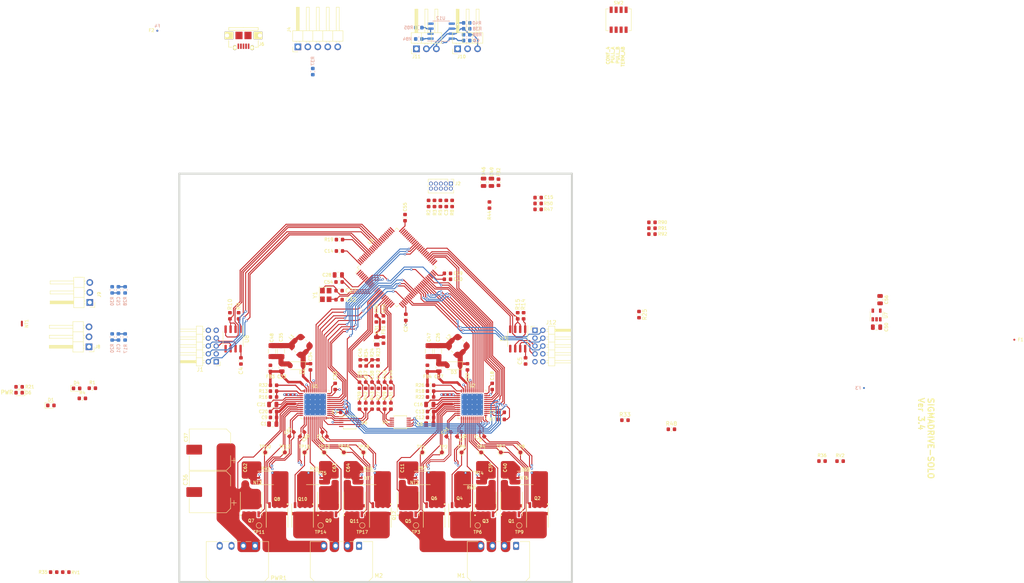
<source format=kicad_pcb>
(kicad_pcb (version 20171130) (host pcbnew 5.1.6-c6e7f7d~87~ubuntu20.04.1)
  (layers (0 F.Cu mixed) (1 In1.Cu mixed) (2 In2.Cu mixed) (31 B.Cu mixed) (34 B.Paste user hide) (35 F.Paste user hide) (36 B.SilkS user) (37 F.SilkS user) (38 B.Mask user hide) (39 F.Mask user) (44 Edge.Cuts user))
  (net 0 "")
  (net 1 GND)
  (net 2 /MCU/LED_WARN)
  (net 3 /MCU/PA13)
  (net 4 /MCU/NRST)
  (net 5 /MCU/PA14)
  (net 6 /MCU/VBAT_ADC)
  (net 7 /MCU/LED_STATUS)
  (net 8 +3V3)
  (net 9 /MCU/PB3)
  (net 10 "Net-(C15-Pad2)")
  (net 11 "Net-(C22-Pad2)")
  (net 12 "Net-(C27-Pad1)")
  (net 13 "Net-(C30-Pad1)")
  (net 14 "Net-(C32-Pad1)")
  (net 15 "Net-(D1-Pad1)")
  (net 16 "Net-(D4-Pad1)")
  (net 17 "Net-(J2-Pad8)")
  (net 18 /MCU/PA15)
  (net 19 /MCU/PB12)
  (net 20 "Net-(C13-Pad2)")
  (net 21 +5V)
  (net 22 VIN)
  (net 23 "Net-(J2-Pad9)")
  (net 24 "Net-(J2-Pad6)")
  (net 25 "Net-(J2-Pad5)")
  (net 26 "Net-(J6-Pad1)")
  (net 27 "Net-(J6-Pad2)")
  (net 28 "Net-(J6-Pad4)")
  (net 29 "Net-(J6-Pad3)")
  (net 30 /MCU/PA11)
  (net 31 /MCU/PA12)
  (net 32 "Net-(C51-Pad1)")
  (net 33 "Net-(C52-Pad1)")
  (net 34 /MCU/A_TERM_R120)
  (net 35 /MCU/BOOT0)
  (net 36 /MCU/B_TERM_R120)
  (net 37 "Net-(C10-Pad2)")
  (net 38 /MCU/PE4)
  (net 39 /MCU/PE5)
  (net 40 /MCU/PE6)
  (net 41 /MCU/PB11)
  (net 42 /MCU/PD10)
  (net 43 /MCU/PD0)
  (net 44 /MCU/PD1)
  (net 45 /MCU/PD3)
  (net 46 /MCU/PB13)
  (net 47 /MCU/PA8)
  (net 48 /MCU/PA9)
  (net 49 /MCU/PA10)
  (net 50 "Net-(C3-Pad2)")
  (net 51 /MCU/PB4)
  (net 52 "Net-(J12-Pad3)")
  (net 53 "Net-(J10-Pad3)")
  (net 54 "Net-(C16-Pad1)")
  (net 55 "Net-(C16-Pad2)")
  (net 56 "Net-(C18-Pad1)")
  (net 57 "Net-(C22-Pad1)")
  (net 58 /MCU/DRV_SDO)
  (net 59 /MCU/DRV_FAULT)
  (net 60 "Net-(R18-Pad1)")
  (net 61 /MCU/DRV_SDI)
  (net 62 /MCU/DRV_CLK)
  (net 63 /MCU/DRV_CAL)
  (net 64 PGND)
  (net 65 "Net-(C20-Pad2)")
  (net 66 "Net-(C21-Pad2)")
  (net 67 "Net-(C21-Pad1)")
  (net 68 "Net-(C33-Pad1)")
  (net 69 "Net-(C34-Pad2)")
  (net 70 "Net-(C34-Pad1)")
  (net 71 "Net-(R13-Pad1)")
  (net 72 /MCU/DRV2_CS)
  (net 73 /MCU/DRV1_CS)
  (net 74 "Net-(D6-Pad1)")
  (net 75 /MCU/PA3)
  (net 76 /MCU/PA4)
  (net 77 /MCU/PC4)
  (net 78 /MCU/PC5)
  (net 79 "Net-(R26-Pad2)")
  (net 80 /MCU/PA2)
  (net 81 /MCU/PA1)
  (net 82 /MCU/PA0)
  (net 83 /MCU/GATE2_ENABLE)
  (net 84 "Net-(R32-Pad2)")
  (net 85 /MCU/DIR)
  (net 86 /MCU/PD2)
  (net 87 /MCU/PULL_B)
  (net 88 /MCU/PULL_A)
  (net 89 /MCU/PD15)
  (net 90 "Net-(R23-Pad2)")
  (net 91 "Net-(C23-Pad1)")
  (net 92 "Net-(U7-Pad4)")
  (net 93 "Net-(U7-Pad3)")
  (net 94 "Net-(C56-Pad1)")
  (net 95 "Net-(C17-Pad1)")
  (net 96 +3.3VP)
  (net 97 "Net-(J2-Pad7)")
  (net 98 /MCU/PB9)
  (net 99 /MCU/PB8)
  (net 100 /MCU/PC0)
  (net 101 /MOSFETs/M1_C_ISENSE_N)
  (net 102 /MOSFETs/M1_C_ISENSE_P)
  (net 103 /MOSFETs/M1_B_ISENSE_N)
  (net 104 /MOSFETs/M1_B_ISENSE_P)
  (net 105 /MOSFETs/M1_A_ISENSE_P)
  (net 106 /MOSFETs/M1_A_ISENSE_N)
  (net 107 /MCU/PC1)
  (net 108 /MCU/PC2)
  (net 109 /MOSFETs/M1_C)
  (net 110 /MOSFETs/M1_B)
  (net 111 /MOSFETs/M1_A)
  (net 112 /MOSFETs/M1_GHC)
  (net 113 /MOSFETs/M1_GLC)
  (net 114 /MOSFETs/M1_GHB)
  (net 115 /MOSFETs/M1_GLB)
  (net 116 /MOSFETs/M1_GHA)
  (net 117 /MOSFETs/M1_GLA)
  (net 118 /MCU/M1_IA_FB)
  (net 119 /MCU/M1_IB_FB)
  (net 120 /MCU/M1_IC_FB)
  (net 121 /MCU/M2_IA_FB)
  (net 122 /MCU/M2_IB_FB)
  (net 123 /MCU/M2_IC_FB)
  (net 124 /MCU/M2_CL)
  (net 125 /MCU/M2_CH)
  (net 126 /MCU/M2_BL)
  (net 127 /MCU/M2_BH)
  (net 128 /MCU/M2_AL)
  (net 129 /MCU/M2_AH)
  (net 130 /MCU/M1_AH)
  (net 131 /MCU/M1_AL)
  (net 132 /MCU/M1_BH)
  (net 133 /MCU/M1_BL)
  (net 134 /MCU/M1_CH)
  (net 135 /MCU/M1_CL)
  (net 136 "Net-(U4-Pad5)")
  (net 137 "Net-(U4-Pad6)")
  (net 138 "Net-(U6-Pad6)")
  (net 139 "Net-(U6-Pad5)")
  (net 140 /MOSFETs/M2_C_ISENSE_P)
  (net 141 /MOSFETs/M2_C_ISENSE_N)
  (net 142 /MOSFETs/M2_B_ISENSE_P)
  (net 143 /MOSFETs/M2_B_ISENSE_N)
  (net 144 /MOSFETs/M2_A_ISENSE_P)
  (net 145 /MOSFETs/M2_A_ISENSE_N)
  (net 146 /MOSFETs/M2_GHA)
  (net 147 /MOSFETs/M2_A)
  (net 148 /MOSFETs/M2_GLA)
  (net 149 /MOSFETs/M2_GHB)
  (net 150 /MOSFETs/M2_B)
  (net 151 /MOSFETs/M2_GLB)
  (net 152 /MOSFETs/M2_GHC)
  (net 153 /MOSFETs/M2_C)
  (net 154 /MOSFETs/M2_GLC)
  (net 155 "Net-(J12-Pad10)")
  (net 156 "Net-(J12-Pad7)")
  (net 157 "Net-(J12-Pad5)")
  (net 158 /MCU/PD11)
  (net 159 "Net-(J12-Pad8)")
  (net 160 /MCU/M2_QUAD_Z)
  (net 161 /MCU/M2_QUAD_A)
  (net 162 /MCU/M2_QUAD_B)
  (net 163 /MCU/M2_ENCODER_RO)
  (net 164 /MCU/M2_ENCODER_DE)
  (net 165 /MCU/M2_ENCODER_DI)
  (net 166 /MCU/GATE1_ENABLE)
  (net 167 /MCU/PD13)
  (net 168 /MCU/SW1)
  (net 169 /MCU/SW2)
  (net 170 "Net-(J1-Pad10)")
  (net 171 "Net-(J1-Pad8)")
  (net 172 "Net-(J1-Pad7)")
  (net 173 /MCU/M1_QUAD_Z)
  (net 174 "Net-(J1-Pad5)")
  (net 175 /MCU/M1_QUAD_A)
  (net 176 "Net-(J1-Pad3)")
  (net 177 /MCU/M1_QUAD_B)
  (net 178 /MCU/PWM_IN)
  (net 179 /MCU/M1_ENCODER_RO)
  (net 180 /MCU/M1_ENCODER_DE)
  (net 181 /MCU/PC11)
  (net 182 /MCU/PE1)
  (net 183 /MCU/PE0)
  (net 184 /MCU/PB5)
  (net 185 /MCU/M1_ENCODER_DI)
  (net 186 /MCU/PC12)
  (net 187 /MCU/PC10)
  (net 188 /MCU/PE3)
  (net 189 /MCU/PE2)
  (module Resistor_SMD:R_0603_1608Metric (layer F.Cu) (at 106.6 116.3 270)
    (fp_text reference R43 (at -2.6 0 90) (layer F.SilkS) (effects (font (size 0.8 0.8))))
    (fp_text value 21)
    (pad 2 smd roundrect (at 0.7875 0 270) (size 0.875 0.95) (layers F.Cu F.Paste F.Mask) (net 123 /MCU/M2_IC_FB))
    (pad 1 smd roundrect (at -0.7875 0 270) (size 0.875 0.95) (layers F.Cu F.Paste F.Mask) (net 108 /MCU/PC2))
  )
  (module Capacitor_SMD:C_0603_1608Metric (layer F.Cu) (at 105 111 270)
    (fp_text reference C57 (at -2.6 0 90) (layer F.SilkS) (effects (font (size 0.8 0.8))))
    (fp_text value 1000pF/50V)
    (pad 2 smd roundrect (at 0.7875 0 270) (size 0.875 0.95) (layers F.Cu F.Paste F.Mask) (net 1 GND))
    (pad 1 smd roundrect (at -0.7875 0 270) (size 0.875 0.95) (layers F.Cu F.Paste F.Mask) (net 107 /MCU/PC1))
  )
  (module Capacitor_SMD:C_0603_1608Metric (layer F.Cu) (at 106.6 111 270)
    (fp_text reference C58 (at -2.6 0 90) (layer F.SilkS) (effects (font (size 0.8 0.8))))
    (fp_text value 1000pF/50V)
    (pad 2 smd roundrect (at 0.7875 0 270) (size 0.875 0.95) (layers F.Cu F.Paste F.Mask) (net 1 GND))
    (pad 1 smd roundrect (at -0.7875 0 270) (size 0.875 0.95) (layers F.Cu F.Paste F.Mask) (net 108 /MCU/PC2))
  )
  (module Resistor_SMD:R_0603_1608Metric (layer F.Cu) (at 105 116.3 270)
    (fp_text reference R42 (at -2.6 0 90) (layer F.SilkS) (effects (font (size 0.8 0.8))))
    (fp_text value 21)
    (pad 2 smd roundrect (at 0.7875 0 270) (size 0.875 0.95) (layers F.Cu F.Paste F.Mask) (net 122 /MCU/M2_IB_FB))
    (pad 1 smd roundrect (at -0.7875 0 270) (size 0.875 0.95) (layers F.Cu F.Paste F.Mask) (net 107 /MCU/PC1))
  )
  (module Resistor_SMD:R_0603_1608Metric (layer F.Cu) (at 103.4 116.3 270)
    (fp_text reference R39 (at -2.6 0 90) (layer F.SilkS) (effects (font (size 0.8 0.8))))
    (fp_text value 21)
    (pad 2 smd roundrect (at 0.7875 0 270) (size 0.875 0.95) (layers F.Cu F.Paste F.Mask) (net 121 /MCU/M2_IA_FB))
    (pad 1 smd roundrect (at -0.7875 0 270) (size 0.875 0.95) (layers F.Cu F.Paste F.Mask) (net 100 /MCU/PC0))
  )
  (module Capacitor_SMD:C_0603_1608Metric (layer F.Cu) (at 103.4 111 270)
    (fp_text reference C25 (at -2.6 -0.1 90) (layer F.SilkS) (effects (font (size 0.8 0.8))))
    (fp_text value 1000pF/50V)
    (pad 2 smd roundrect (at 0.7875 0 270) (size 0.875 0.95) (layers F.Cu F.Paste F.Mask) (net 1 GND))
    (pad 1 smd roundrect (at -0.7875 0 270) (size 0.875 0.95) (layers F.Cu F.Paste F.Mask) (net 100 /MCU/PC0))
  )
  (module Package_SO:SOIC-8_3.9x4.9mm_P1.27mm (layer F.Cu) (at 71.2 99.2 270)
    (fp_text reference U8 (at 0 -3.5 90) (layer F.SilkS))
    (fp_text value SN65HVD75DGKR)
    (pad 8 smd roundrect (at 2.475 -1.905 270) (size 1.95 0.6) (layers F.Cu F.Paste F.Mask) (net 8 +3V3))
    (pad 7 smd roundrect (at 2.475 -0.635 270) (size 1.95 0.6) (layers F.Cu F.Paste F.Mask) (net 172 "Net-(J1-Pad7)"))
    (pad 6 smd roundrect (at 2.475 0.635 270) (size 1.95 0.6) (layers F.Cu F.Paste F.Mask) (net 174 "Net-(J1-Pad5)"))
    (pad 5 smd roundrect (at 2.475 1.905 270) (size 1.95 0.6) (layers F.Cu F.Paste F.Mask) (net 1 GND))
    (pad 4 smd roundrect (at -2.475 1.905 270) (size 1.95 0.6) (layers F.Cu F.Paste F.Mask) (net 185 /MCU/M1_ENCODER_DI))
    (pad 3 smd roundrect (at -2.475 0.635 270) (size 1.95 0.6) (layers F.Cu F.Paste F.Mask) (net 180 /MCU/M1_ENCODER_DE))
    (pad 2 smd roundrect (at -2.475 -0.635 270) (size 1.95 0.6) (layers F.Cu F.Paste F.Mask) (net 180 /MCU/M1_ENCODER_DE))
    (pad 1 smd roundrect (at -2.475 -1.905 270) (size 1.95 0.6) (layers F.Cu F.Paste F.Mask) (net 179 /MCU/M1_ENCODER_RO))
  )
  (module Resistor_SMD:R_0603_1608Metric (layer F.Cu) (at 182.85 122.21)
    (fp_text reference R48 (at 0 -1.43) (layer F.SilkS))
    (fp_text value 10k)
    (pad 2 smd roundrect (at 0.7875 0) (size 0.875 0.95) (layers F.Cu F.Paste F.Mask) (net 173 /MCU/M1_QUAD_Z))
    (pad 1 smd roundrect (at -0.7875 0) (size 0.875 0.95) (layers F.Cu F.Paste F.Mask) (net 8 +3V3))
  )
  (module Resistor_SMD:R_0603_1608Metric (layer F.Cu) (at 171.02 119.9)
    (fp_text reference R33 (at 0 -1.43) (layer F.SilkS))
    (fp_text value 10k)
    (pad 2 smd roundrect (at 0.7875 0) (size 0.875 0.95) (layers F.Cu F.Paste F.Mask) (net 175 /MCU/M1_QUAD_A))
    (pad 1 smd roundrect (at -0.7875 0) (size 0.875 0.95) (layers F.Cu F.Paste F.Mask) (net 8 +3V3))
  )
  (module Resistor_SMD:R_0603_1608Metric (layer F.Cu) (at 174.6 93 270)
    (fp_text reference R25 (at 0 -1.43 90) (layer F.SilkS))
    (fp_text value 10k)
    (pad 2 smd roundrect (at 0.7875 0 270) (size 0.875 0.95) (layers F.Cu F.Paste F.Mask) (net 177 /MCU/M1_QUAD_B))
    (pad 1 smd roundrect (at -0.7875 0 270) (size 0.875 0.95) (layers F.Cu F.Paste F.Mask) (net 8 +3V3))
  )
  (module Resistor_SMD:R_0603_1608Metric (layer F.Cu) (at 70.4 93.3 90)
    (fp_text reference R10 (at 2.9 0 90) (layer F.SilkS))
    (fp_text value 10k)
    (pad 2 smd roundrect (at 0.7875 0 90) (size 0.875 0.95) (layers F.Cu F.Paste F.Mask) (net 1 GND))
    (pad 1 smd roundrect (at -0.7875 0 90) (size 0.875 0.95) (layers F.Cu F.Paste F.Mask) (net 180 /MCU/M1_ENCODER_DE))
  )
  (module Resistor_SMD:R_0603_1608Metric (layer F.Cu) (at 72.6 93.3 270)
    (fp_text reference R9 (at -2.4 0 90) (layer F.SilkS))
    (fp_text value 10k)
    (pad 2 smd roundrect (at 0.7875 0 270) (size 0.875 0.95) (layers F.Cu F.Paste F.Mask) (net 179 /MCU/M1_ENCODER_RO))
    (pad 1 smd roundrect (at -0.7875 0 270) (size 0.875 0.95) (layers F.Cu F.Paste F.Mask) (net 8 +3V3))
  )
  (module Connector_PinHeader_2.00mm:PinHeader_2x05_P2.00mm_Horizontal (layer F.Cu) (at 66.9 105 180)
    (fp_text reference J1 (at 4.1 -2) (layer F.SilkS))
    (fp_text value Conn_02x05_Odd_Even)
    (pad 10 thru_hole oval (at 2 8 180) (size 1.35 1.35) (drill 0.8) (layers *.Cu *.Mask) (net 170 "Net-(J1-Pad10)"))
    (pad 9 thru_hole oval (at 0 8 180) (size 1.35 1.35) (drill 0.8) (layers *.Cu *.Mask) (net 21 +5V))
    (pad 8 thru_hole oval (at 2 6 180) (size 1.35 1.35) (drill 0.8) (layers *.Cu *.Mask) (net 171 "Net-(J1-Pad8)"))
    (pad 7 thru_hole oval (at 0 6 180) (size 1.35 1.35) (drill 0.8) (layers *.Cu *.Mask) (net 172 "Net-(J1-Pad7)"))
    (pad 6 thru_hole oval (at 2 4 180) (size 1.35 1.35) (drill 0.8) (layers *.Cu *.Mask) (net 173 /MCU/M1_QUAD_Z))
    (pad 5 thru_hole oval (at 0 4 180) (size 1.35 1.35) (drill 0.8) (layers *.Cu *.Mask) (net 174 "Net-(J1-Pad5)"))
    (pad 4 thru_hole oval (at 2 2 180) (size 1.35 1.35) (drill 0.8) (layers *.Cu *.Mask) (net 175 /MCU/M1_QUAD_A))
    (pad 3 thru_hole oval (at 0 2 180) (size 1.35 1.35) (drill 0.8) (layers *.Cu *.Mask) (net 176 "Net-(J1-Pad3)"))
    (pad 2 thru_hole oval (at 2 0 180) (size 1.35 1.35) (drill 0.8) (layers *.Cu *.Mask) (net 177 /MCU/M1_QUAD_B))
    (pad 1 thru_hole rect (at 0 0 180) (size 1.35 1.35) (drill 0.8) (layers *.Cu *.Mask) (net 1 GND))
  )
  (module Capacitor_SMD:C_0603_1608Metric (layer F.Cu) (at 73.2 104.8 90)
    (fp_text reference C4 (at -2.5 0 90) (layer F.SilkS))
    (fp_text value "100nF 50V")
    (pad 2 smd roundrect (at 0.7875 0 90) (size 0.875 0.95) (layers F.Cu F.Paste F.Mask) (net 8 +3V3))
    (pad 1 smd roundrect (at -0.7875 0 90) (size 0.875 0.95) (layers F.Cu F.Paste F.Mask) (net 1 GND))
  )
  (module Crystal:Crystal_SMD_3225-4Pin_3.2x2.5mm (layer F.Cu) (at 94.8 88 270)
    (fp_text reference Y1 (at 0 2.7 90) (layer F.SilkS))
    (fp_text value NX3225SA-12.000M-STD-CSR-1)
    (pad 4 smd rect (at -1.1 -0.85 270) (size 1.4 1.2) (layers F.Cu F.Paste F.Mask) (net 1 GND))
    (pad 3 smd rect (at 1.1 -0.85 270) (size 1.4 1.2) (layers F.Cu F.Paste F.Mask) (net 14 "Net-(C32-Pad1)"))
    (pad 2 smd rect (at 1.1 0.85 270) (size 1.4 1.2) (layers F.Cu F.Paste F.Mask) (net 1 GND))
    (pad 1 smd rect (at -1.1 0.85 270) (size 1.4 1.2) (layers F.Cu F.Paste F.Mask) (net 12 "Net-(C27-Pad1)"))
  )
  (module Package_SO:SOIC-8_3.9x4.9mm_P1.27mm (layer F.Cu) (at 143.7 99.2 270)
    (fp_text reference U3 (at 0 3.7 180) (layer F.SilkS))
    (fp_text value SN65HVD75DGKR)
    (pad 8 smd roundrect (at 2.475 -1.905 270) (size 1.95 0.6) (layers F.Cu F.Paste F.Mask) (net 8 +3V3))
    (pad 7 smd roundrect (at 2.475 -0.635 270) (size 1.95 0.6) (layers F.Cu F.Paste F.Mask) (net 156 "Net-(J12-Pad7)"))
    (pad 6 smd roundrect (at 2.475 0.635 270) (size 1.95 0.6) (layers F.Cu F.Paste F.Mask) (net 157 "Net-(J12-Pad5)"))
    (pad 5 smd roundrect (at 2.475 1.905 270) (size 1.95 0.6) (layers F.Cu F.Paste F.Mask) (net 1 GND))
    (pad 4 smd roundrect (at -2.475 1.905 270) (size 1.95 0.6) (layers F.Cu F.Paste F.Mask) (net 165 /MCU/M2_ENCODER_DI))
    (pad 3 smd roundrect (at -2.475 0.635 270) (size 1.95 0.6) (layers F.Cu F.Paste F.Mask) (net 164 /MCU/M2_ENCODER_DE))
    (pad 2 smd roundrect (at -2.475 -0.635 270) (size 1.95 0.6) (layers F.Cu F.Paste F.Mask) (net 164 /MCU/M2_ENCODER_DE))
    (pad 1 smd roundrect (at -2.475 -1.905 270) (size 1.95 0.6) (layers F.Cu F.Paste F.Mask) (net 163 /MCU/M2_ENCODER_RO))
  )
  (module Resistor_SMD:R_0603_1608Metric (layer F.Cu) (at 143.7 93.3 90)
    (fp_text reference R15 (at 2.9 0 90) (layer F.SilkS))
    (fp_text value 10k)
    (pad 2 smd roundrect (at 0.7875 0 90) (size 0.875 0.95) (layers F.Cu F.Paste F.Mask) (net 1 GND))
    (pad 1 smd roundrect (at -0.7875 0 90) (size 0.875 0.95) (layers F.Cu F.Paste F.Mask) (net 164 /MCU/M2_ENCODER_DE))
  )
  (module Resistor_SMD:R_0603_1608Metric (layer F.Cu) (at 145.2 93.3 270)
    (fp_text reference R14 (at -2.9 0.1 90) (layer F.SilkS))
    (fp_text value 10k)
    (pad 2 smd roundrect (at 0.7875 0 270) (size 0.875 0.95) (layers F.Cu F.Paste F.Mask) (net 163 /MCU/M2_ENCODER_RO))
    (pad 1 smd roundrect (at -0.7875 0 270) (size 0.875 0.95) (layers F.Cu F.Paste F.Mask) (net 8 +3V3))
  )
  (module Capacitor_SMD:CP_Elec_10x10 (layer F.Cu) (at 65.3 138.2 180)
    (fp_text reference C36 (at 6.2 3.1 90) (layer F.SilkS))
    (fp_text value 120uF)
    (pad 2 smd roundrect (at 4 0 180) (size 4 2.5) (layers F.Cu F.Paste F.Mask) (roundrect_rratio 0.1) (net 64 PGND))
    (pad 1 smd roundrect (at -4 0 180) (size 4 2.5) (layers F.Cu F.Paste F.Mask) (roundrect_rratio 0.1) (net 22 VIN))
  )
  (module Capacitor_SMD:C_0603_1608Metric (layer F.Cu) (at 98.2 89.2)
    (fp_text reference C32 (at 3 0) (layer F.SilkS))
    (fp_text value 7pF/50V/1%)
    (pad 2 smd roundrect (at 0.7875 0) (size 0.875 0.95) (layers F.Cu F.Paste F.Mask) (net 1 GND))
    (pad 1 smd roundrect (at -0.7875 0) (size 0.875 0.95) (layers F.Cu F.Paste F.Mask) (net 14 "Net-(C32-Pad1)"))
  )
  (module Capacitor_SMD:C_0603_1608Metric (layer F.Cu) (at 98.2 86.9)
    (fp_text reference C27 (at 3 0) (layer F.SilkS))
    (fp_text value 7pF/50V/1%)
    (pad 2 smd roundrect (at 0.7875 0) (size 0.875 0.95) (layers F.Cu F.Paste F.Mask) (net 1 GND))
    (pad 1 smd roundrect (at -0.7875 0) (size 0.875 0.95) (layers F.Cu F.Paste F.Mask) (net 12 "Net-(C27-Pad1)"))
  )
  (module Capacitor_SMD:C_0603_1608Metric (layer F.Cu) (at 145.7 104.8 90)
    (fp_text reference C5 (at 0 -1.43 90) (layer F.SilkS))
    (fp_text value "100nF 50V")
    (pad 2 smd roundrect (at 0.7875 0 90) (size 0.875 0.95) (layers F.Cu F.Paste F.Mask) (net 8 +3V3))
    (pad 1 smd roundrect (at -0.7875 0 90) (size 0.875 0.95) (layers F.Cu F.Paste F.Mask) (net 1 GND))
  )
  (module Connector_PinHeader_2.00mm:PinHeader_2x05_P2.00mm_Horizontal (layer F.Cu) (at 148.1 97)
    (fp_text reference J12 (at 4.1 -2) (layer F.SilkS))
    (fp_text value Conn_02x05_Odd_Even)
    (pad 10 thru_hole oval (at 2 8) (size 1.35 1.35) (drill 0.8) (layers *.Cu *.Mask) (net 155 "Net-(J12-Pad10)"))
    (pad 9 thru_hole oval (at 0 8) (size 1.35 1.35) (drill 0.8) (layers *.Cu *.Mask) (net 21 +5V))
    (pad 8 thru_hole oval (at 2 6) (size 1.35 1.35) (drill 0.8) (layers *.Cu *.Mask) (net 159 "Net-(J12-Pad8)"))
    (pad 7 thru_hole oval (at 0 6) (size 1.35 1.35) (drill 0.8) (layers *.Cu *.Mask) (net 156 "Net-(J12-Pad7)"))
    (pad 6 thru_hole oval (at 2 4) (size 1.35 1.35) (drill 0.8) (layers *.Cu *.Mask) (net 160 /MCU/M2_QUAD_Z))
    (pad 5 thru_hole oval (at 0 4) (size 1.35 1.35) (drill 0.8) (layers *.Cu *.Mask) (net 157 "Net-(J12-Pad5)"))
    (pad 4 thru_hole oval (at 2 2) (size 1.35 1.35) (drill 0.8) (layers *.Cu *.Mask) (net 161 /MCU/M2_QUAD_A))
    (pad 3 thru_hole oval (at 0 2) (size 1.35 1.35) (drill 0.8) (layers *.Cu *.Mask) (net 52 "Net-(J12-Pad3)"))
    (pad 2 thru_hole oval (at 2 0) (size 1.35 1.35) (drill 0.8) (layers *.Cu *.Mask) (net 162 /MCU/M2_QUAD_B))
    (pad 1 thru_hole rect (at 0 0) (size 1.35 1.35) (drill 0.8) (layers *.Cu *.Mask) (net 1 GND))
  )
  (module Connector_Molex:Molex_Micro-Fit_3.0_43650-0400_1x04_P3.00mm_Horizontal (layer F.Cu) (at 76.8 151.9 180)
    (fp_text reference PWR1 (at -6 -8.2) (layer F.SilkS))
    (fp_text value Conn_01x04)
    (pad 4 thru_hole oval (at 9 0 180) (size 1.5 2.02) (drill 1.02) (layers *.Cu *.Mask) (net 64 PGND))
    (pad 3 thru_hole oval (at 6 0 180) (size 1.5 2.02) (drill 1.02) (layers *.Cu *.Mask) (net 64 PGND))
    (pad 2 thru_hole oval (at 3 0 180) (size 1.5 2.02) (drill 1.02) (layers *.Cu *.Mask) (net 22 VIN))
    (pad 1 thru_hole roundrect (at 0 0 180) (size 1.5 2.02) (drill 1.02) (layers *.Cu *.Mask) (roundrect_rratio 0.166667) (net 22 VIN))
    (pad "" np_thru_hole circle (at 6.85 -4.32 180) (size 3 3) (drill 3) (layers *.Cu *.Mask))
    (pad "" np_thru_hole circle (at 2.15 -4.32 180) (size 3 3) (drill 3) (layers *.Cu *.Mask))
  )
  (module Connector_Molex:Molex_Micro-Fit_3.0_43650-0400_1x04_P3.00mm_Horizontal (layer F.Cu) (at 103.3 151.9 180)
    (fp_text reference M2 (at -5 -7.6) (layer F.SilkS))
    (fp_text value Conn_01x04)
    (pad 4 thru_hole oval (at 9 0 180) (size 1.5 2.02) (drill 1.02) (layers *.Cu *.Mask) (net 147 /MOSFETs/M2_A))
    (pad 3 thru_hole oval (at 6 0 180) (size 1.5 2.02) (drill 1.02) (layers *.Cu *.Mask) (net 150 /MOSFETs/M2_B))
    (pad 2 thru_hole oval (at 3 0 180) (size 1.5 2.02) (drill 1.02) (layers *.Cu *.Mask) (net 153 /MOSFETs/M2_C))
    (pad 1 thru_hole roundrect (at 0 0 180) (size 1.5 2.02) (drill 1.02) (layers *.Cu *.Mask) (roundrect_rratio 0.166667) (net 64 PGND))
    (pad "" np_thru_hole circle (at 6.85 -4.32 180) (size 3 3) (drill 3) (layers *.Cu *.Mask))
    (pad "" np_thru_hole circle (at 2.15 -4.32 180) (size 3 3) (drill 3) (layers *.Cu *.Mask))
  )
  (module Connector_Molex:Molex_Micro-Fit_3.0_43650-0400_1x04_P3.00mm_Horizontal (layer F.Cu) (at 143.3 151.9 180)
    (fp_text reference M1 (at 14 -7.6) (layer F.SilkS))
    (fp_text value Conn_01x04)
    (pad 4 thru_hole oval (at 9 0 180) (size 1.5 2.02) (drill 1.02) (layers *.Cu *.Mask) (net 111 /MOSFETs/M1_A))
    (pad 3 thru_hole oval (at 6 0 180) (size 1.5 2.02) (drill 1.02) (layers *.Cu *.Mask) (net 110 /MOSFETs/M1_B))
    (pad 2 thru_hole oval (at 3 0 180) (size 1.5 2.02) (drill 1.02) (layers *.Cu *.Mask) (net 109 /MOSFETs/M1_C))
    (pad 1 thru_hole roundrect (at 0 0 180) (size 1.5 2.02) (drill 1.02) (layers *.Cu *.Mask) (roundrect_rratio 0.166667) (net 64 PGND))
    (pad "" np_thru_hole circle (at 6.85 -4.32 180) (size 3 3) (drill 3) (layers *.Cu *.Mask))
    (pad "" np_thru_hole circle (at 2.15 -4.32 180) (size 3 3) (drill 3) (layers *.Cu *.Mask))
  )
  (module TestPoint:TestPoint_Pad_D1.0mm (layer F.Cu) (at 104.4 128.1)
    (fp_text reference TP18 (at 0 -1.448) (layer F.SilkS) (effects (font (size 0.8 0.8))))
    (fp_text value PAD)
    (pad 1 smd circle (at 0 0) (size 1 1) (layers F.Cu F.Mask) (net 154 /MOSFETs/M2_GLC))
  )
  (module TestPoint:TestPoint_Pad_D1.0mm (layer F.Cu) (at 104.1 146.7)
    (fp_text reference TP17 (at 0 1.7) (layer F.SilkS) (effects (font (size 0.8 0.8))))
    (fp_text value PAD)
    (pad 1 smd circle (at 0 0) (size 1 1) (layers F.Cu F.Mask) (net 153 /MOSFETs/M2_C))
  )
  (module TestPoint:TestPoint_Pad_D1.0mm (layer F.Cu) (at 99.4 128.1)
    (fp_text reference TP16 (at 0 -1.5) (layer F.SilkS) (effects (font (size 0.8 0.8))))
    (fp_text value PAD)
    (pad 1 smd circle (at 0 0) (size 1 1) (layers F.Cu F.Mask) (net 152 /MOSFETs/M2_GHC))
  )
  (module TestPoint:TestPoint_Pad_D1.0mm (layer F.Cu) (at 89.4 128.1)
    (fp_text reference TP15 (at 0 -1.448) (layer F.SilkS) (effects (font (size 0.8 0.8))))
    (fp_text value PAD)
    (pad 1 smd circle (at 0 0) (size 1 1) (layers F.Cu F.Mask) (net 151 /MOSFETs/M2_GLB))
  )
  (module TestPoint:TestPoint_Pad_D1.0mm (layer F.Cu) (at 93.5 146.7)
    (fp_text reference TP14 (at 0 1.7) (layer F.SilkS) (effects (font (size 0.8 0.8))))
    (fp_text value PAD)
    (pad 1 smd circle (at 0 0) (size 1 1) (layers F.Cu F.Mask) (net 150 /MOSFETs/M2_B))
  )
  (module TestPoint:TestPoint_Pad_D1.0mm (layer F.Cu) (at 94.4 128.1)
    (fp_text reference TP13 (at 0 -1.448) (layer F.SilkS) (effects (font (size 0.8 0.8))))
    (fp_text value PAD)
    (pad 1 smd circle (at 0 0) (size 1 1) (layers F.Cu F.Mask) (net 149 /MOSFETs/M2_GHB))
  )
  (module TestPoint:TestPoint_Pad_D1.0mm (layer F.Cu) (at 84.4 128.1)
    (fp_text reference TP12 (at 0 -1.448) (layer F.SilkS) (effects (font (size 0.8 0.8))))
    (fp_text value PAD)
    (pad 1 smd circle (at 0 0) (size 1 1) (layers F.Cu F.Mask) (net 148 /MOSFETs/M2_GLA))
  )
  (module TestPoint:TestPoint_Pad_D1.0mm (layer F.Cu) (at 77.8 146.7)
    (fp_text reference TP11 (at 0 1.7) (layer F.SilkS) (effects (font (size 0.8 0.8))))
    (fp_text value PAD)
    (pad 1 smd circle (at 0 0) (size 1 1) (layers F.Cu F.Mask) (net 147 /MOSFETs/M2_A))
  )
  (module TestPoint:TestPoint_Pad_D1.0mm (layer F.Cu) (at 79.4 128.1)
    (fp_text reference TP10 (at 0 -1.448) (layer F.SilkS) (effects (font (size 0.8 0.8))))
    (fp_text value PAD)
    (pad 1 smd circle (at 0 0) (size 1 1) (layers F.Cu F.Mask) (net 146 /MOSFETs/M2_GHA))
  )
  (module Resistor_SMD:R_2512_6332Metric (layer F.Cu) (at 105.6 134.6 180)
    (fp_text reference R46 (at 0 2.4) (layer F.SilkS) (effects (font (size 0.8 0.8))))
    (fp_text value "0.010 1%")
    (pad 2 smd roundrect (at 2.9 0 180) (size 1.35 3.35) (layers F.Cu F.Paste F.Mask) (roundrect_rratio 0.185185) (net 64 PGND))
    (pad 1 smd roundrect (at -2.9 0 180) (size 1.35 3.35) (layers F.Cu F.Paste F.Mask) (roundrect_rratio 0.185185) (net 140 /MOSFETs/M2_C_ISENSE_P))
  )
  (module Resistor_SMD:R_2512_6332Metric (layer F.Cu) (at 91.9 134.6 180)
    (fp_text reference R45 (at 0 2.4) (layer F.SilkS) (effects (font (size 0.8 0.8))))
    (fp_text value "0.010 1%")
    (pad 2 smd roundrect (at 2.9 0 180) (size 1.35 3.35) (layers F.Cu F.Paste F.Mask) (roundrect_rratio 0.185185) (net 142 /MOSFETs/M2_B_ISENSE_P))
    (pad 1 smd roundrect (at -2.9 0 180) (size 1.35 3.35) (layers F.Cu F.Paste F.Mask) (roundrect_rratio 0.185185) (net 64 PGND))
  )
  (module Resistor_SMD:R_2512_6332Metric (layer F.Cu) (at 79.5 134.6 180)
    (fp_text reference R41 (at 0 2.4) (layer F.SilkS) (effects (font (size 0.8 0.8))))
    (fp_text value "0.010 1%")
    (pad 2 smd roundrect (at 2.9 0 180) (size 1.35 3.35) (layers F.Cu F.Paste F.Mask) (roundrect_rratio 0.185185) (net 64 PGND))
    (pad 1 smd roundrect (at -2.9 0 180) (size 1.35 3.35) (layers F.Cu F.Paste F.Mask) (roundrect_rratio 0.185185) (net 144 /MOSFETs/M2_A_ISENSE_P))
  )
  (module Sigmadrone:PQFN_5x6_SGD (layer F.Cu) (at 108.7 144.2 180)
    (fp_text reference Q12 (at -3.5 0 90) (layer F.SilkS) (effects (font (size 0.8 0.8))))
    (fp_text value NTMFS5C628NLT1G)
    (pad 3 smd rect (at 0 0.5 180) (size 5.4 0.8) (layers F.Cu F.Paste F.Mask) (net 153 /MOSFETs/M2_C))
    (pad 3 smd rect (at 0 -0.9 180) (size 4.4 3.75) (layers F.Cu F.Paste F.Mask) (net 153 /MOSFETs/M2_C))
    (pad 3 smd rect (at -1.905 -2.667 180) (size 0.65 1.5) (layers F.Cu F.Paste F.Mask) (net 153 /MOSFETs/M2_C))
    (pad 3 smd rect (at -0.635 -2.667 180) (size 0.65 1.5) (layers F.Cu F.Paste F.Mask) (net 153 /MOSFETs/M2_C))
    (pad 3 smd rect (at 0.635 -2.667 180) (size 0.65 1.5) (layers F.Cu F.Paste F.Mask) (net 153 /MOSFETs/M2_C))
    (pad 3 smd rect (at 1.905 -2.667 180) (size 0.65 1.5) (layers F.Cu F.Paste F.Mask) (net 153 /MOSFETs/M2_C))
    (pad 2 smd rect (at 1.905 2.667 180) (size 0.65 1.5) (layers F.Cu F.Paste F.Mask) (net 154 /MOSFETs/M2_GLC))
    (pad 1 smd rect (at 0.635 2.667 180) (size 0.65 1.5) (layers F.Cu F.Paste F.Mask) (net 140 /MOSFETs/M2_C_ISENSE_P))
    (pad 1 smd rect (at -0.635 2.667 180) (size 0.65 1.5) (layers F.Cu F.Paste F.Mask) (net 140 /MOSFETs/M2_C_ISENSE_P))
    (pad 1 smd rect (at -1.905 2.667 180) (size 0.65 1.5) (layers F.Cu F.Paste F.Mask) (net 140 /MOSFETs/M2_C_ISENSE_P))
  )
  (module Sigmadrone:PQFN_5x6_SGD (layer F.Cu) (at 102.1 141.2)
    (fp_text reference Q11 (at 0 4.4 180) (layer F.SilkS) (effects (font (size 0.8 0.8))))
    (fp_text value NTMFS5C628NLT1G)
    (pad 3 smd rect (at 0 0.5) (size 5.4 0.8) (layers F.Cu F.Paste F.Mask) (net 22 VIN))
    (pad 3 smd rect (at 0 -0.9) (size 4.4 3.75) (layers F.Cu F.Paste F.Mask) (net 22 VIN))
    (pad 3 smd rect (at -1.905 -2.667) (size 0.65 1.5) (layers F.Cu F.Paste F.Mask) (net 22 VIN))
    (pad 3 smd rect (at -0.635 -2.667) (size 0.65 1.5) (layers F.Cu F.Paste F.Mask) (net 22 VIN))
    (pad 3 smd rect (at 0.635 -2.667) (size 0.65 1.5) (layers F.Cu F.Paste F.Mask) (net 22 VIN))
    (pad 3 smd rect (at 1.905 -2.667) (size 0.65 1.5) (layers F.Cu F.Paste F.Mask) (net 22 VIN))
    (pad 2 smd rect (at 1.905 2.667) (size 0.65 1.5) (layers F.Cu F.Paste F.Mask) (net 152 /MOSFETs/M2_GHC))
    (pad 1 smd rect (at 0.635 2.667) (size 0.65 1.5) (layers F.Cu F.Paste F.Mask) (net 153 /MOSFETs/M2_C))
    (pad 1 smd rect (at -0.635 2.667) (size 0.65 1.5) (layers F.Cu F.Paste F.Mask) (net 153 /MOSFETs/M2_C))
    (pad 1 smd rect (at -1.905 2.667) (size 0.65 1.5) (layers F.Cu F.Paste F.Mask) (net 153 /MOSFETs/M2_C))
  )
  (module Sigmadrone:PQFN_5x6_SGD (layer F.Cu) (at 88.9 144.2 180)
    (fp_text reference Q10 (at 0 4.2 180) (layer F.SilkS) (effects (font (size 0.8 0.8))))
    (fp_text value NTMFS5C628NLT1G)
    (pad 3 smd rect (at 0 0.5 180) (size 5.4 0.8) (layers F.Cu F.Paste F.Mask) (net 150 /MOSFETs/M2_B))
    (pad 3 smd rect (at 0 -0.9 180) (size 4.4 3.75) (layers F.Cu F.Paste F.Mask) (net 150 /MOSFETs/M2_B))
    (pad 3 smd rect (at -1.905 -2.667 180) (size 0.65 1.5) (layers F.Cu F.Paste F.Mask) (net 150 /MOSFETs/M2_B))
    (pad 3 smd rect (at -0.635 -2.667 180) (size 0.65 1.5) (layers F.Cu F.Paste F.Mask) (net 150 /MOSFETs/M2_B))
    (pad 3 smd rect (at 0.635 -2.667 180) (size 0.65 1.5) (layers F.Cu F.Paste F.Mask) (net 150 /MOSFETs/M2_B))
    (pad 3 smd rect (at 1.905 -2.667 180) (size 0.65 1.5) (layers F.Cu F.Paste F.Mask) (net 150 /MOSFETs/M2_B))
    (pad 2 smd rect (at 1.905 2.667 180) (size 0.65 1.5) (layers F.Cu F.Paste F.Mask) (net 151 /MOSFETs/M2_GLB))
    (pad 1 smd rect (at 0.635 2.667 180) (size 0.65 1.5) (layers F.Cu F.Paste F.Mask) (net 142 /MOSFETs/M2_B_ISENSE_P))
    (pad 1 smd rect (at -0.635 2.667 180) (size 0.65 1.5) (layers F.Cu F.Paste F.Mask) (net 142 /MOSFETs/M2_B_ISENSE_P))
    (pad 1 smd rect (at -1.905 2.667 180) (size 0.65 1.5) (layers F.Cu F.Paste F.Mask) (net 142 /MOSFETs/M2_B_ISENSE_P))
  )
  (module Sigmadrone:PQFN_5x6_SGD (layer F.Cu) (at 95.5 141.2)
    (fp_text reference Q9 (at 0 4.3 180) (layer F.SilkS) (effects (font (size 0.8 0.8))))
    (fp_text value NTMFS5C628NLT1G)
    (pad 3 smd rect (at 0 0.5) (size 5.4 0.8) (layers F.Cu F.Paste F.Mask) (net 22 VIN))
    (pad 3 smd rect (at 0 -0.9) (size 4.4 3.75) (layers F.Cu F.Paste F.Mask) (net 22 VIN))
    (pad 3 smd rect (at -1.905 -2.667) (size 0.65 1.5) (layers F.Cu F.Paste F.Mask) (net 22 VIN))
    (pad 3 smd rect (at -0.635 -2.667) (size 0.65 1.5) (layers F.Cu F.Paste F.Mask) (net 22 VIN))
    (pad 3 smd rect (at 0.635 -2.667) (size 0.65 1.5) (layers F.Cu F.Paste F.Mask) (net 22 VIN))
    (pad 3 smd rect (at 1.905 -2.667) (size 0.65 1.5) (layers F.Cu F.Paste F.Mask) (net 22 VIN))
    (pad 2 smd rect (at 1.905 2.667) (size 0.65 1.5) (layers F.Cu F.Paste F.Mask) (net 149 /MOSFETs/M2_GHB))
    (pad 1 smd rect (at 0.635 2.667) (size 0.65 1.5) (layers F.Cu F.Paste F.Mask) (net 150 /MOSFETs/M2_B))
    (pad 1 smd rect (at -0.635 2.667) (size 0.65 1.5) (layers F.Cu F.Paste F.Mask) (net 150 /MOSFETs/M2_B))
    (pad 1 smd rect (at -1.905 2.667) (size 0.65 1.5) (layers F.Cu F.Paste F.Mask) (net 150 /MOSFETs/M2_B))
  )
  (module Sigmadrone:PQFN_5x6_SGD (layer F.Cu) (at 82.4 144.2 180)
    (fp_text reference Q8 (at 0 4.2 180) (layer F.SilkS) (effects (font (size 0.8 0.8))))
    (fp_text value NTMFS5C628NLT1G)
    (pad 3 smd rect (at 0 0.5 180) (size 5.4 0.8) (layers F.Cu F.Paste F.Mask) (net 147 /MOSFETs/M2_A))
    (pad 3 smd rect (at 0 -0.9 180) (size 4.4 3.75) (layers F.Cu F.Paste F.Mask) (net 147 /MOSFETs/M2_A))
    (pad 3 smd rect (at -1.905 -2.667 180) (size 0.65 1.5) (layers F.Cu F.Paste F.Mask) (net 147 /MOSFETs/M2_A))
    (pad 3 smd rect (at -0.635 -2.667 180) (size 0.65 1.5) (layers F.Cu F.Paste F.Mask) (net 147 /MOSFETs/M2_A))
    (pad 3 smd rect (at 0.635 -2.667 180) (size 0.65 1.5) (layers F.Cu F.Paste F.Mask) (net 147 /MOSFETs/M2_A))
    (pad 3 smd rect (at 1.905 -2.667 180) (size 0.65 1.5) (layers F.Cu F.Paste F.Mask) (net 147 /MOSFETs/M2_A))
    (pad 2 smd rect (at 1.905 2.667 180) (size 0.65 1.5) (layers F.Cu F.Paste F.Mask) (net 148 /MOSFETs/M2_GLA))
    (pad 1 smd rect (at 0.635 2.667 180) (size 0.65 1.5) (layers F.Cu F.Paste F.Mask) (net 144 /MOSFETs/M2_A_ISENSE_P))
    (pad 1 smd rect (at -0.635 2.667 180) (size 0.65 1.5) (layers F.Cu F.Paste F.Mask) (net 144 /MOSFETs/M2_A_ISENSE_P))
    (pad 1 smd rect (at -1.905 2.667 180) (size 0.65 1.5) (layers F.Cu F.Paste F.Mask) (net 144 /MOSFETs/M2_A_ISENSE_P))
  )
  (module Sigmadrone:PQFN_5x6_SGD (layer F.Cu) (at 75.8 141.2)
    (fp_text reference Q7 (at 0 4.3 180) (layer F.SilkS) (effects (font (size 0.8 0.8))))
    (fp_text value NTMFS5C628NLT1G)
    (pad 3 smd rect (at 0 0.5) (size 5.4 0.8) (layers F.Cu F.Paste F.Mask) (net 22 VIN))
    (pad 3 smd rect (at 0 -0.9) (size 4.4 3.75) (layers F.Cu F.Paste F.Mask) (net 22 VIN))
    (pad 3 smd rect (at -1.905 -2.667) (size 0.65 1.5) (layers F.Cu F.Paste F.Mask) (net 22 VIN))
    (pad 3 smd rect (at -0.635 -2.667) (size 0.65 1.5) (layers F.Cu F.Paste F.Mask) (net 22 VIN))
    (pad 3 smd rect (at 0.635 -2.667) (size 0.65 1.5) (layers F.Cu F.Paste F.Mask) (net 22 VIN))
    (pad 3 smd rect (at 1.905 -2.667) (size 0.65 1.5) (layers F.Cu F.Paste F.Mask) (net 22 VIN))
    (pad 2 smd rect (at 1.905 2.667) (size 0.65 1.5) (layers F.Cu F.Paste F.Mask) (net 146 /MOSFETs/M2_GHA))
    (pad 1 smd rect (at 0.635 2.667) (size 0.65 1.5) (layers F.Cu F.Paste F.Mask) (net 147 /MOSFETs/M2_A))
    (pad 1 smd rect (at -0.635 2.667) (size 0.65 1.5) (layers F.Cu F.Paste F.Mask) (net 147 /MOSFETs/M2_A))
    (pad 1 smd rect (at -1.905 2.667) (size 0.65 1.5) (layers F.Cu F.Paste F.Mask) (net 147 /MOSFETs/M2_A))
  )
  (module NetTie:NetTie-2_SMD_Pad0.5mm (layer F.Cu) (at 103.5 134.6 180)
    (fp_text reference NT7 (at -2.1 -0.1) (layer F.SilkS) (effects (font (size 0.8 0.8))))
    (fp_text value Net-Tie_2)
    (fp_poly (pts (xy -0.5 -0.25) (xy 0.5 -0.25) (xy 0.5 0.25) (xy -0.5 0.25)) (layer F.Cu) (width 0))
    (pad 2 smd circle (at 0.5 0 180) (size 0.5 0.5) (layers F.Cu) (net 64 PGND))
    (pad 1 smd circle (at -0.5 0 180) (size 0.5 0.5) (layers F.Cu) (net 141 /MOSFETs/M2_C_ISENSE_N))
  )
  (module NetTie:NetTie-2_SMD_Pad0.5mm (layer F.Cu) (at 93.9 134.6)
    (fp_text reference NT5 (at 0 -1.2) (layer F.SilkS) (effects (font (size 0.8 0.8))))
    (fp_text value Net-Tie_2)
    (fp_poly (pts (xy -0.5 -0.25) (xy 0.5 -0.25) (xy 0.5 0.25) (xy -0.5 0.25)) (layer F.Cu) (width 0))
    (pad 2 smd circle (at 0.5 0) (size 0.5 0.5) (layers F.Cu) (net 64 PGND))
    (pad 1 smd circle (at -0.5 0) (size 0.5 0.5) (layers F.Cu) (net 143 /MOSFETs/M2_B_ISENSE_N))
  )
  (module NetTie:NetTie-2_SMD_Pad0.5mm (layer F.Cu) (at 77.4 134.6 180)
    (fp_text reference NT3 (at 0 -1.2) (layer F.SilkS) (effects (font (size 0.8 0.8))))
    (fp_text value Net-Tie_2)
    (fp_poly (pts (xy -0.5 -0.25) (xy 0.5 -0.25) (xy 0.5 0.25) (xy -0.5 0.25)) (layer F.Cu) (width 0))
    (pad 2 smd circle (at 0.5 0 180) (size 0.5 0.5) (layers F.Cu) (net 64 PGND))
    (pad 1 smd circle (at -0.5 0 180) (size 0.5 0.5) (layers F.Cu) (net 145 /MOSFETs/M2_A_ISENSE_N))
  )
  (module Capacitor_SMD:C_0805_2012Metric (layer F.Cu) (at 100.5 134.9 90)
    (fp_text reference C64 (at 2.9 0 90) (layer F.SilkS) (effects (font (size 0.8 0.8))))
    (fp_text value "1uF 100V")
    (pad 2 smd roundrect (at 0.9375 0 90) (size 0.975 1.4) (layers F.Cu F.Paste F.Mask) (net 64 PGND))
    (pad 1 smd roundrect (at -0.9375 0 90) (size 0.975 1.4) (layers F.Cu F.Paste F.Mask) (net 22 VIN))
  )
  (module Capacitor_SMD:C_0805_2012Metric (layer F.Cu) (at 97 134.9 90)
    (fp_text reference C63 (at 2.9 0 90) (layer F.SilkS) (effects (font (size 0.8 0.8))))
    (fp_text value "1uF 100V")
    (pad 2 smd roundrect (at 0.9375 0 90) (size 0.975 1.4) (layers F.Cu F.Paste F.Mask) (net 64 PGND))
    (pad 1 smd roundrect (at -0.9375 0 90) (size 0.975 1.4) (layers F.Cu F.Paste F.Mask) (net 22 VIN))
  )
  (module Capacitor_SMD:C_0805_2012Metric (layer F.Cu) (at 74.3 134.9 90)
    (fp_text reference C62 (at 2.9 0 90) (layer F.SilkS) (effects (font (size 0.8 0.8))))
    (fp_text value "1uF 100V")
    (pad 2 smd roundrect (at 0.9375 0 90) (size 0.975 1.4) (layers F.Cu F.Paste F.Mask) (net 64 PGND))
    (pad 1 smd roundrect (at -0.9375 0 90) (size 0.975 1.4) (layers F.Cu F.Paste F.Mask) (net 22 VIN))
  )
  (module Capacitor_SMD:C_0603_1608Metric (layer F.Cu) (at 86.1 123.5 225)
    (fp_text reference C61 (at 0 1.272792 45) (layer F.SilkS) (effects (font (size 0.8 0.8))))
    (fp_text value 1000pF/50V)
    (pad 2 smd roundrect (at 0.7875 0 225) (size 0.875 0.95) (layers F.Cu F.Paste F.Mask) (net 144 /MOSFETs/M2_A_ISENSE_P))
    (pad 1 smd roundrect (at -0.7875 0 225) (size 0.875 0.95) (layers F.Cu F.Paste F.Mask) (net 145 /MOSFETs/M2_A_ISENSE_N))
  )
  (module Capacitor_SMD:C_0603_1608Metric (layer F.Cu) (at 88.8 123.5 45)
    (fp_text reference C60 (at 0 1.272792 45) (layer F.SilkS) (effects (font (size 0.8 0.8))))
    (fp_text value 1000pF/50V)
    (pad 2 smd roundrect (at 0.7875 0 45) (size 0.875 0.95) (layers F.Cu F.Paste F.Mask) (net 142 /MOSFETs/M2_B_ISENSE_P))
    (pad 1 smd roundrect (at -0.7875 0 45) (size 0.875 0.95) (layers F.Cu F.Paste F.Mask) (net 143 /MOSFETs/M2_B_ISENSE_N))
  )
  (module Capacitor_SMD:C_0603_1608Metric (layer F.Cu) (at 94.5 123.5 135)
    (fp_text reference C59 (at 0 -1.43 135) (layer F.SilkS) (effects (font (size 0.8 0.8))))
    (fp_text value 1000pF/50V)
    (pad 2 smd roundrect (at 0.7875 0 135) (size 0.875 0.95) (layers F.Cu F.Paste F.Mask) (net 140 /MOSFETs/M2_C_ISENSE_P))
    (pad 1 smd roundrect (at -0.7875 0 135) (size 0.875 0.95) (layers F.Cu F.Paste F.Mask) (net 141 /MOSFETs/M2_C_ISENSE_N))
  )
  (module Package_QFP:LQFP-100_14x14mm_P0.5mm (layer F.Cu) (at 112.9 81 45)
    (fp_text reference U5 (at 0 -9.42 225) (layer F.SilkS) (effects (font (size 0.8 0.8))))
    (fp_text value STM32F745VGTx)
    (pad 100 smd roundrect (at -6 -7.675 45) (size 0.3 1.6) (layers F.Cu F.Paste F.Mask) (net 96 +3.3VP))
    (pad 99 smd roundrect (at -5.5 -7.675 45) (size 0.3 1.6) (layers F.Cu F.Paste F.Mask) (net 1 GND))
    (pad 98 smd roundrect (at -5 -7.675 45) (size 0.3 1.6) (layers F.Cu F.Paste F.Mask) (net 182 /MCU/PE1))
    (pad 97 smd roundrect (at -4.5 -7.675 45) (size 0.3 1.6) (layers F.Cu F.Paste F.Mask) (net 183 /MCU/PE0))
    (pad 96 smd roundrect (at -4 -7.675 45) (size 0.3 1.6) (layers F.Cu F.Paste F.Mask) (net 98 /MCU/PB9))
    (pad 95 smd roundrect (at -3.5 -7.675 45) (size 0.3 1.6) (layers F.Cu F.Paste F.Mask) (net 99 /MCU/PB8))
    (pad 94 smd roundrect (at -3 -7.675 45) (size 0.3 1.6) (layers F.Cu F.Paste F.Mask) (net 35 /MCU/BOOT0))
    (pad 93 smd roundrect (at -2.5 -7.675 45) (size 0.3 1.6) (layers F.Cu F.Paste F.Mask) (net 177 /MCU/M1_QUAD_B))
    (pad 92 smd roundrect (at -2 -7.675 45) (size 0.3 1.6) (layers F.Cu F.Paste F.Mask) (net 175 /MCU/M1_QUAD_A))
    (pad 91 smd roundrect (at -1.5 -7.675 45) (size 0.3 1.6) (layers F.Cu F.Paste F.Mask) (net 184 /MCU/PB5))
    (pad 90 smd roundrect (at -1 -7.675 45) (size 0.3 1.6) (layers F.Cu F.Paste F.Mask) (net 51 /MCU/PB4))
    (pad 89 smd roundrect (at -0.5 -7.675 45) (size 0.3 1.6) (layers F.Cu F.Paste F.Mask) (net 9 /MCU/PB3))
    (pad 88 smd roundrect (at 0 -7.675 45) (size 0.3 1.6) (layers F.Cu F.Paste F.Mask) (net 173 /MCU/M1_QUAD_Z))
    (pad 87 smd roundrect (at 0.5 -7.675 45) (size 0.3 1.6) (layers F.Cu F.Paste F.Mask) (net 179 /MCU/M1_ENCODER_RO))
    (pad 86 smd roundrect (at 1 -7.675 45) (size 0.3 1.6) (layers F.Cu F.Paste F.Mask) (net 185 /MCU/M1_ENCODER_DI))
    (pad 85 smd roundrect (at 1.5 -7.675 45) (size 0.3 1.6) (layers F.Cu F.Paste F.Mask) (net 180 /MCU/M1_ENCODER_DE))
    (pad 84 smd roundrect (at 2 -7.675 45) (size 0.3 1.6) (layers F.Cu F.Paste F.Mask) (net 45 /MCU/PD3))
    (pad 83 smd roundrect (at 2.5 -7.675 45) (size 0.3 1.6) (layers F.Cu F.Paste F.Mask) (net 86 /MCU/PD2))
    (pad 82 smd roundrect (at 3 -7.675 45) (size 0.3 1.6) (layers F.Cu F.Paste F.Mask) (net 44 /MCU/PD1))
    (pad 81 smd roundrect (at 3.5 -7.675 45) (size 0.3 1.6) (layers F.Cu F.Paste F.Mask) (net 43 /MCU/PD0))
    (pad 80 smd roundrect (at 4 -7.675 45) (size 0.3 1.6) (layers F.Cu F.Paste F.Mask) (net 186 /MCU/PC12))
    (pad 79 smd roundrect (at 4.5 -7.675 45) (size 0.3 1.6) (layers F.Cu F.Paste F.Mask) (net 181 /MCU/PC11))
    (pad 78 smd roundrect (at 5 -7.675 45) (size 0.3 1.6) (layers F.Cu F.Paste F.Mask) (net 187 /MCU/PC10))
    (pad 77 smd roundrect (at 5.5 -7.675 45) (size 0.3 1.6) (layers F.Cu F.Paste F.Mask) (net 18 /MCU/PA15))
    (pad 76 smd roundrect (at 6 -7.675 45) (size 0.3 1.6) (layers F.Cu F.Paste F.Mask) (net 5 /MCU/PA14))
    (pad 75 smd roundrect (at 7.675 -6 45) (size 1.6 0.3) (layers F.Cu F.Paste F.Mask) (net 96 +3.3VP))
    (pad 74 smd roundrect (at 7.675 -5.5 45) (size 1.6 0.3) (layers F.Cu F.Paste F.Mask) (net 1 GND))
    (pad 73 smd roundrect (at 7.675 -5 45) (size 1.6 0.3) (layers F.Cu F.Paste F.Mask) (net 10 "Net-(C15-Pad2)"))
    (pad 72 smd roundrect (at 7.675 -4.5 45) (size 1.6 0.3) (layers F.Cu F.Paste F.Mask) (net 3 /MCU/PA13))
    (pad 71 smd roundrect (at 7.675 -4 45) (size 1.6 0.3) (layers F.Cu F.Paste F.Mask) (net 31 /MCU/PA12))
    (pad 70 smd roundrect (at 7.675 -3.5 45) (size 1.6 0.3) (layers F.Cu F.Paste F.Mask) (net 30 /MCU/PA11))
    (pad 69 smd roundrect (at 7.675 -3 45) (size 1.6 0.3) (layers F.Cu F.Paste F.Mask) (net 49 /MCU/PA10))
    (pad 68 smd roundrect (at 7.675 -2.5 45) (size 1.6 0.3) (layers F.Cu F.Paste F.Mask) (net 48 /MCU/PA9))
    (pad 67 smd roundrect (at 7.675 -2 45) (size 1.6 0.3) (layers F.Cu F.Paste F.Mask) (net 47 /MCU/PA8))
    (pad 66 smd roundrect (at 7.675 -1.5 45) (size 1.6 0.3) (layers F.Cu F.Paste F.Mask) (net 7 /MCU/LED_STATUS))
    (pad 65 smd roundrect (at 7.675 -1 45) (size 1.6 0.3) (layers F.Cu F.Paste F.Mask) (net 125 /MCU/M2_CH))
    (pad 64 smd roundrect (at 7.675 -0.5 45) (size 1.6 0.3) (layers F.Cu F.Paste F.Mask) (net 127 /MCU/M2_BH))
    (pad 63 smd roundrect (at 7.675 0 45) (size 1.6 0.3) (layers F.Cu F.Paste F.Mask) (net 129 /MCU/M2_AH))
    (pad 62 smd roundrect (at 7.675 0.5 45) (size 1.6 0.3) (layers F.Cu F.Paste F.Mask) (net 89 /MCU/PD15))
    (pad 61 smd roundrect (at 7.675 1 45) (size 1.6 0.3) (layers F.Cu F.Paste F.Mask) (net 2 /MCU/LED_WARN))
    (pad 60 smd roundrect (at 7.675 1.5 45) (size 1.6 0.3) (layers F.Cu F.Paste F.Mask) (net 167 /MCU/PD13))
    (pad 59 smd roundrect (at 7.675 2 45) (size 1.6 0.3) (layers F.Cu F.Paste F.Mask) (net 164 /MCU/M2_ENCODER_DE))
    (pad 58 smd roundrect (at 7.675 2.5 45) (size 1.6 0.3) (layers F.Cu F.Paste F.Mask) (net 158 /MCU/PD11))
    (pad 57 smd roundrect (at 7.675 3 45) (size 1.6 0.3) (layers F.Cu F.Paste F.Mask) (net 42 /MCU/PD10))
    (pad 56 smd roundrect (at 7.675 3.5 45) (size 1.6 0.3) (layers F.Cu F.Paste F.Mask) (net 163 /MCU/M2_ENCODER_RO))
    (pad 55 smd roundrect (at 7.675 4 45) (size 1.6 0.3) (layers F.Cu F.Paste F.Mask) (net 165 /MCU/M2_ENCODER_DI))
    (pad 54 smd roundrect (at 7.675 4.5 45) (size 1.6 0.3) (layers F.Cu F.Paste F.Mask) (net 61 /MCU/DRV_SDI))
    (pad 53 smd roundrect (at 7.675 5 45) (size 1.6 0.3) (layers F.Cu F.Paste F.Mask) (net 58 /MCU/DRV_SDO))
    (pad 52 smd roundrect (at 7.675 5.5 45) (size 1.6 0.3) (layers F.Cu F.Paste F.Mask) (net 46 /MCU/PB13))
    (pad 51 smd roundrect (at 7.675 6 45) (size 1.6 0.3) (layers F.Cu F.Paste F.Mask) (net 19 /MCU/PB12))
    (pad 50 smd roundrect (at 6 7.675 45) (size 0.3 1.6) (layers F.Cu F.Paste F.Mask) (net 96 +3.3VP))
    (pad 49 smd roundrect (at 5.5 7.675 45) (size 0.3 1.6) (layers F.Cu F.Paste F.Mask) (net 1 GND))
    (pad 48 smd roundrect (at 5 7.675 45) (size 0.3 1.6) (layers F.Cu F.Paste F.Mask) (net 37 "Net-(C10-Pad2)"))
    (pad 47 smd roundrect (at 4.5 7.675 45) (size 0.3 1.6) (layers F.Cu F.Paste F.Mask) (net 41 /MCU/PB11))
    (pad 46 smd roundrect (at 4 7.675 45) (size 0.3 1.6) (layers F.Cu F.Paste F.Mask) (net 62 /MCU/DRV_CLK))
    (pad 45 smd roundrect (at 3.5 7.675 45) (size 0.3 1.6) (layers F.Cu F.Paste F.Mask) (net 166 /MCU/GATE1_ENABLE))
    (pad 44 smd roundrect (at 3 7.675 45) (size 0.3 1.6) (layers F.Cu F.Paste F.Mask) (net 63 /MCU/DRV_CAL))
    (pad 43 smd roundrect (at 2.5 7.675 45) (size 0.3 1.6) (layers F.Cu F.Paste F.Mask) (net 134 /MCU/M1_CH))
    (pad 42 smd roundrect (at 2 7.675 45) (size 0.3 1.6) (layers F.Cu F.Paste F.Mask) (net 135 /MCU/M1_CL))
    (pad 41 smd roundrect (at 1.5 7.675 45) (size 0.3 1.6) (layers F.Cu F.Paste F.Mask) (net 132 /MCU/M1_BH))
    (pad 40 smd roundrect (at 1 7.675 45) (size 0.3 1.6) (layers F.Cu F.Paste F.Mask) (net 133 /MCU/M1_BL))
    (pad 39 smd roundrect (at 0.5 7.675 45) (size 0.3 1.6) (layers F.Cu F.Paste F.Mask) (net 130 /MCU/M1_AH))
    (pad 38 smd roundrect (at 0 7.675 45) (size 0.3 1.6) (layers F.Cu F.Paste F.Mask) (net 131 /MCU/M1_AL))
    (pad 37 smd roundrect (at -0.5 7.675 45) (size 0.3 1.6) (layers F.Cu F.Paste F.Mask) (net 160 /MCU/M2_QUAD_Z))
    (pad 36 smd roundrect (at -1 7.675 45) (size 0.3 1.6) (layers F.Cu F.Paste F.Mask) (net 83 /MCU/GATE2_ENABLE))
    (pad 35 smd roundrect (at -1.5 7.675 45) (size 0.3 1.6) (layers F.Cu F.Paste F.Mask) (net 124 /MCU/M2_CL))
    (pad 34 smd roundrect (at -2 7.675 45) (size 0.3 1.6) (layers F.Cu F.Paste F.Mask) (net 126 /MCU/M2_BL))
    (pad 33 smd roundrect (at -2.5 7.675 45) (size 0.3 1.6) (layers F.Cu F.Paste F.Mask) (net 78 /MCU/PC5))
    (pad 32 smd roundrect (at -3 7.675 45) (size 0.3 1.6) (layers F.Cu F.Paste F.Mask) (net 77 /MCU/PC4))
    (pad 31 smd roundrect (at -3.5 7.675 45) (size 0.3 1.6) (layers F.Cu F.Paste F.Mask) (net 162 /MCU/M2_QUAD_B))
    (pad 30 smd roundrect (at -4 7.675 45) (size 0.3 1.6) (layers F.Cu F.Paste F.Mask) (net 161 /MCU/M2_QUAD_A))
    (pad 29 smd roundrect (at -4.5 7.675 45) (size 0.3 1.6) (layers F.Cu F.Paste F.Mask) (net 128 /MCU/M2_AL))
    (pad 28 smd roundrect (at -5 7.675 45) (size 0.3 1.6) (layers F.Cu F.Paste F.Mask) (net 76 /MCU/PA4))
    (pad 27 smd roundrect (at -5.5 7.675 45) (size 0.3 1.6) (layers F.Cu F.Paste F.Mask) (net 96 +3.3VP))
    (pad 26 smd roundrect (at -6 7.675 45) (size 0.3 1.6) (layers F.Cu F.Paste F.Mask) (net 1 GND))
    (pad 25 smd roundrect (at -7.675 6 45) (size 1.6 0.3) (layers F.Cu F.Paste F.Mask) (net 75 /MCU/PA3))
    (pad 24 smd roundrect (at -7.675 5.5 45) (size 1.6 0.3) (layers F.Cu F.Paste F.Mask) (net 80 /MCU/PA2))
    (pad 23 smd roundrect (at -7.675 5 45) (size 1.6 0.3) (layers F.Cu F.Paste F.Mask) (net 81 /MCU/PA1))
    (pad 22 smd roundrect (at -7.675 4.5 45) (size 1.6 0.3) (layers F.Cu F.Paste F.Mask) (net 82 /MCU/PA0))
    (pad 21 smd roundrect (at -7.675 4 45) (size 1.6 0.3) (layers F.Cu F.Paste F.Mask) (net 96 +3.3VP))
    (pad 20 smd roundrect (at -7.675 3.5 45) (size 1.6 0.3) (layers F.Cu F.Paste F.Mask) (net 13 "Net-(C30-Pad1)"))
    (pad 19 smd roundrect (at -7.675 3 45) (size 1.6 0.3) (layers F.Cu F.Paste F.Mask) (net 1 GND))
    (pad 18 smd roundrect (at -7.675 2.5 45) (size 1.6 0.3) (layers F.Cu F.Paste F.Mask) (net 6 /MCU/VBAT_ADC))
    (pad 17 smd roundrect (at -7.675 2 45) (size 1.6 0.3) (layers F.Cu F.Paste F.Mask) (net 108 /MCU/PC2))
    (pad 16 smd roundrect (at -7.675 1.5 45) (size 1.6 0.3) (layers F.Cu F.Paste F.Mask) (net 107 /MCU/PC1))
    (pad 15 smd roundrect (at -7.675 1 45) (size 1.6 0.3) (layers F.Cu F.Paste F.Mask) (net 100 /MCU/PC0))
    (pad 14 smd roundrect (at -7.675 0.5 45) (size 1.6 0.3) (layers F.Cu F.Paste F.Mask) (net 50 "Net-(C3-Pad2)"))
    (pad 13 smd roundrect (at -7.675 0 45) (size 1.6 0.3) (layers F.Cu F.Paste F.Mask) (net 14 "Net-(C32-Pad1)"))
    (pad 12 smd roundrect (at -7.675 -0.5 45) (size 1.6 0.3) (layers F.Cu F.Paste F.Mask) (net 12 "Net-(C27-Pad1)"))
    (pad 11 smd roundrect (at -7.675 -1 45) (size 1.6 0.3) (layers F.Cu F.Paste F.Mask) (net 96 +3.3VP))
    (pad 10 smd roundrect (at -7.675 -1.5 45) (size 1.6 0.3) (layers F.Cu F.Paste F.Mask) (net 1 GND))
    (pad 9 smd roundrect (at -7.675 -2 45) (size 1.6 0.3) (layers F.Cu F.Paste F.Mask) (net 59 /MCU/DRV_FAULT))
    (pad 8 smd roundrect (at -7.675 -2.5 45) (size 1.6 0.3) (layers F.Cu F.Paste F.Mask) (net 72 /MCU/DRV2_CS))
    (pad 7 smd roundrect (at -7.675 -3 45) (size 1.6 0.3) (layers F.Cu F.Paste F.Mask) (net 73 /MCU/DRV1_CS))
    (pad 6 smd roundrect (at -7.675 -3.5 45) (size 1.6 0.3) (layers F.Cu F.Paste F.Mask) (net 96 +3.3VP))
    (pad 5 smd roundrect (at -7.675 -4 45) (size 1.6 0.3) (layers F.Cu F.Paste F.Mask) (net 40 /MCU/PE6))
    (pad 4 smd roundrect (at -7.675 -4.5 45) (size 1.6 0.3) (layers F.Cu F.Paste F.Mask) (net 39 /MCU/PE5))
    (pad 3 smd roundrect (at -7.675 -5 45) (size 1.6 0.3) (layers F.Cu F.Paste F.Mask) (net 38 /MCU/PE4))
    (pad 2 smd roundrect (at -7.675 -5.5 45) (size 1.6 0.3) (layers F.Cu F.Paste F.Mask) (net 188 /MCU/PE3))
    (pad 1 smd roundrect (at -7.675 -6 45) (size 1.6 0.3) (layers F.Cu F.Paste F.Mask) (net 189 /MCU/PE2))
  )
  (module Resistor_SMD:R_0603_1608Metric (layer F.Cu) (at 80.7 106.7 90)
    (fp_text reference FB3 (at -2.1 0 180) (layer F.SilkS) (effects (font (size 0.8 0.8))))
    (fp_text value "0.6OHM/0.2A/2.2 kOhm")
    (pad 2 smd roundrect (at 0.7875 0 90) (size 0.875 0.95) (layers F.Cu F.Paste F.Mask) (net 22 VIN))
    (pad 1 smd roundrect (at -0.7875 0 90) (size 0.875 0.95) (layers F.Cu F.Paste F.Mask) (net 91 "Net-(C23-Pad1)"))
  )
  (module Capacitor_SMD:C_0603_1608Metric (layer F.Cu) (at 137.2 111.3 270)
    (fp_text reference C18 (at -2.7 0 90) (layer F.SilkS) (effects (font (size 0.8 0.8))))
    (fp_text value "1uF 16V")
    (pad 2 smd roundrect (at 0.7875 0 270) (size 0.875 0.95) (layers F.Cu F.Paste F.Mask) (net 1 GND))
    (pad 1 smd roundrect (at -0.7875 0 270) (size 0.875 0.95) (layers F.Cu F.Paste F.Mask) (net 56 "Net-(C18-Pad1)"))
  )
  (module Package_DFN_QFN:QFN-48-1EP_7x7mm_P0.5mm_EP5.45x5.45mm_ThermalVias (layer F.Cu) (at 132.1 115.9)
    (fp_text reference U2 (at 0 -4.82) (layer F.SilkS) (effects (font (size 0.8 0.8))))
    (fp_text value DRV8323RS)
    (pad 49 smd roundrect (at 0 0) (size 5.45 5.45) (layers F.Cu F.Mask) (roundrect_rratio 0.045872) (net 64 PGND))
    (pad 49 thru_hole circle (at -2.475 -2.475) (size 0.5 0.5) (drill 0.2) (layers *.Cu) (net 64 PGND))
    (pad 49 thru_hole circle (at -1.2375 -2.475) (size 0.5 0.5) (drill 0.2) (layers *.Cu) (net 64 PGND))
    (pad 49 thru_hole circle (at 0 -2.475) (size 0.5 0.5) (drill 0.2) (layers *.Cu) (net 64 PGND))
    (pad 49 thru_hole circle (at 1.2375 -2.475) (size 0.5 0.5) (drill 0.2) (layers *.Cu) (net 64 PGND))
    (pad 49 thru_hole circle (at 2.475 -2.475) (size 0.5 0.5) (drill 0.2) (layers *.Cu) (net 64 PGND))
    (pad 49 thru_hole circle (at -2.475 -1.2375) (size 0.5 0.5) (drill 0.2) (layers *.Cu) (net 64 PGND))
    (pad 49 thru_hole circle (at -1.2375 -1.2375) (size 0.5 0.5) (drill 0.2) (layers *.Cu) (net 64 PGND))
    (pad 49 thru_hole circle (at 0 -1.2375) (size 0.5 0.5) (drill 0.2) (layers *.Cu) (net 64 PGND))
    (pad 49 thru_hole circle (at 1.2375 -1.2375) (size 0.5 0.5) (drill 0.2) (layers *.Cu) (net 64 PGND))
    (pad 49 thru_hole circle (at 2.475 -1.2375) (size 0.5 0.5) (drill 0.2) (layers *.Cu) (net 64 PGND))
    (pad 49 thru_hole circle (at -2.475 0) (size 0.5 0.5) (drill 0.2) (layers *.Cu) (net 64 PGND))
    (pad 49 thru_hole circle (at -1.2375 0) (size 0.5 0.5) (drill 0.2) (layers *.Cu) (net 64 PGND))
    (pad 49 thru_hole circle (at 0 0) (size 0.5 0.5) (drill 0.2) (layers *.Cu) (net 64 PGND))
    (pad 49 thru_hole circle (at 1.2375 0) (size 0.5 0.5) (drill 0.2) (layers *.Cu) (net 64 PGND))
    (pad 49 thru_hole circle (at 2.475 0) (size 0.5 0.5) (drill 0.2) (layers *.Cu) (net 64 PGND))
    (pad 49 thru_hole circle (at -2.475 1.2375) (size 0.5 0.5) (drill 0.2) (layers *.Cu) (net 64 PGND))
    (pad 49 thru_hole circle (at -1.2375 1.2375) (size 0.5 0.5) (drill 0.2) (layers *.Cu) (net 64 PGND))
    (pad 49 thru_hole circle (at 0 1.2375) (size 0.5 0.5) (drill 0.2) (layers *.Cu) (net 64 PGND))
    (pad 49 thru_hole circle (at 1.2375 1.2375) (size 0.5 0.5) (drill 0.2) (layers *.Cu) (net 64 PGND))
    (pad 49 thru_hole circle (at 2.475 1.2375) (size 0.5 0.5) (drill 0.2) (layers *.Cu) (net 64 PGND))
    (pad 49 thru_hole circle (at -2.475 2.475) (size 0.5 0.5) (drill 0.2) (layers *.Cu) (net 64 PGND))
    (pad 49 thru_hole circle (at -1.2375 2.475) (size 0.5 0.5) (drill 0.2) (layers *.Cu) (net 64 PGND))
    (pad 49 thru_hole circle (at 0 2.475) (size 0.5 0.5) (drill 0.2) (layers *.Cu) (net 64 PGND))
    (pad 49 thru_hole circle (at 1.2375 2.475) (size 0.5 0.5) (drill 0.2) (layers *.Cu) (net 64 PGND))
    (pad 49 thru_hole circle (at 2.475 2.475) (size 0.5 0.5) (drill 0.2) (layers *.Cu) (net 64 PGND))
    (pad 49 smd roundrect (at 0 0) (size 5.45 5.45) (layers B.Cu) (roundrect_rratio 0.045872) (net 64 PGND))
    (pad 1 smd roundrect (at -3.45 -2.75) (size 0.85 0.25) (layers F.Cu F.Paste F.Mask) (net 60 "Net-(R18-Pad1)"))
    (pad 2 smd roundrect (at -3.45 -2.25) (size 0.85 0.25) (layers F.Cu F.Paste F.Mask) (net 64 PGND))
    (pad 3 smd roundrect (at -3.45 -1.75) (size 0.85 0.25) (layers F.Cu F.Paste F.Mask) (net 55 "Net-(C16-Pad2)"))
    (pad 4 smd roundrect (at -3.45 -1.25) (size 0.85 0.25) (layers F.Cu F.Paste F.Mask) (net 54 "Net-(C16-Pad1)"))
    (pad 5 smd roundrect (at -3.45 -0.75) (size 0.85 0.25) (layers F.Cu F.Paste F.Mask) (net 20 "Net-(C13-Pad2)"))
    (pad 6 smd roundrect (at -3.45 -0.25) (size 0.85 0.25) (layers F.Cu F.Paste F.Mask) (net 22 VIN))
    (pad 7 smd roundrect (at -3.45 0.25) (size 0.85 0.25) (layers F.Cu F.Paste F.Mask) (net 22 VIN))
    (pad 8 smd roundrect (at -3.45 0.75) (size 0.85 0.25) (layers F.Cu F.Paste F.Mask) (net 116 /MOSFETs/M1_GHA))
    (pad 9 smd roundrect (at -3.45 1.25) (size 0.85 0.25) (layers F.Cu F.Paste F.Mask) (net 111 /MOSFETs/M1_A))
    (pad 10 smd roundrect (at -3.45 1.75) (size 0.85 0.25) (layers F.Cu F.Paste F.Mask) (net 117 /MOSFETs/M1_GLA))
    (pad 11 smd roundrect (at -3.45 2.25) (size 0.85 0.25) (layers F.Cu F.Paste F.Mask) (net 105 /MOSFETs/M1_A_ISENSE_P))
    (pad 12 smd roundrect (at -3.45 2.75) (size 0.85 0.25) (layers F.Cu F.Paste F.Mask) (net 106 /MOSFETs/M1_A_ISENSE_N))
    (pad 13 smd roundrect (at -2.75 3.45) (size 0.25 0.85) (layers F.Cu F.Paste F.Mask) (net 103 /MOSFETs/M1_B_ISENSE_N))
    (pad 14 smd roundrect (at -2.25 3.45) (size 0.25 0.85) (layers F.Cu F.Paste F.Mask) (net 104 /MOSFETs/M1_B_ISENSE_P))
    (pad 15 smd roundrect (at -1.75 3.45) (size 0.25 0.85) (layers F.Cu F.Paste F.Mask) (net 115 /MOSFETs/M1_GLB))
    (pad 16 smd roundrect (at -1.25 3.45) (size 0.25 0.85) (layers F.Cu F.Paste F.Mask) (net 110 /MOSFETs/M1_B))
    (pad 17 smd roundrect (at -0.75 3.45) (size 0.25 0.85) (layers F.Cu F.Paste F.Mask) (net 114 /MOSFETs/M1_GHB))
    (pad 18 smd roundrect (at -0.25 3.45) (size 0.25 0.85) (layers F.Cu F.Paste F.Mask) (net 112 /MOSFETs/M1_GHC))
    (pad 19 smd roundrect (at 0.25 3.45) (size 0.25 0.85) (layers F.Cu F.Paste F.Mask) (net 109 /MOSFETs/M1_C))
    (pad 20 smd roundrect (at 0.75 3.45) (size 0.25 0.85) (layers F.Cu F.Paste F.Mask) (net 113 /MOSFETs/M1_GLC))
    (pad 21 smd roundrect (at 1.25 3.45) (size 0.25 0.85) (layers F.Cu F.Paste F.Mask) (net 102 /MOSFETs/M1_C_ISENSE_P))
    (pad 22 smd roundrect (at 1.75 3.45) (size 0.25 0.85) (layers F.Cu F.Paste F.Mask) (net 101 /MOSFETs/M1_C_ISENSE_N))
    (pad 23 smd roundrect (at 2.25 3.45) (size 0.25 0.85) (layers F.Cu F.Paste F.Mask) (net 120 /MCU/M1_IC_FB))
    (pad 24 smd roundrect (at 2.75 3.45) (size 0.25 0.85) (layers F.Cu F.Paste F.Mask) (net 119 /MCU/M1_IB_FB))
    (pad 25 smd roundrect (at 3.45 2.75) (size 0.85 0.25) (layers F.Cu F.Paste F.Mask) (net 118 /MCU/M1_IA_FB))
    (pad 26 smd roundrect (at 3.45 2.25) (size 0.85 0.25) (layers F.Cu F.Paste F.Mask) (net 8 +3V3))
    (pad 27 smd roundrect (at 3.45 1.75) (size 0.85 0.25) (layers F.Cu F.Paste F.Mask) (net 1 GND))
    (pad 28 smd roundrect (at 3.45 1.25) (size 0.85 0.25) (layers F.Cu F.Paste F.Mask) (net 59 /MCU/DRV_FAULT))
    (pad 29 smd roundrect (at 3.45 0.75) (size 0.85 0.25) (layers F.Cu F.Paste F.Mask) (net 58 /MCU/DRV_SDO))
    (pad 30 smd roundrect (at 3.45 0.25) (size 0.85 0.25) (layers F.Cu F.Paste F.Mask) (net 61 /MCU/DRV_SDI))
    (pad 31 smd roundrect (at 3.45 -0.25) (size 0.85 0.25) (layers F.Cu F.Paste F.Mask) (net 62 /MCU/DRV_CLK))
    (pad 32 smd roundrect (at 3.45 -0.75) (size 0.85 0.25) (layers F.Cu F.Paste F.Mask) (net 73 /MCU/DRV1_CS))
    (pad 33 smd roundrect (at 3.45 -1.25) (size 0.85 0.25) (layers F.Cu F.Paste F.Mask) (net 166 /MCU/GATE1_ENABLE))
    (pad 34 smd roundrect (at 3.45 -1.75) (size 0.85 0.25) (layers F.Cu F.Paste F.Mask) (net 63 /MCU/DRV_CAL))
    (pad 35 smd roundrect (at 3.45 -2.25) (size 0.85 0.25) (layers F.Cu F.Paste F.Mask) (net 1 GND))
    (pad 36 smd roundrect (at 3.45 -2.75) (size 0.85 0.25) (layers F.Cu F.Paste F.Mask) (net 56 "Net-(C18-Pad1)"))
    (pad 37 smd roundrect (at 2.75 -3.45) (size 0.25 0.85) (layers F.Cu F.Paste F.Mask) (net 130 /MCU/M1_AH))
    (pad 38 smd roundrect (at 2.25 -3.45) (size 0.25 0.85) (layers F.Cu F.Paste F.Mask) (net 131 /MCU/M1_AL))
    (pad 39 smd roundrect (at 1.75 -3.45) (size 0.25 0.85) (layers F.Cu F.Paste F.Mask) (net 132 /MCU/M1_BH))
    (pad 40 smd roundrect (at 1.25 -3.45) (size 0.25 0.85) (layers F.Cu F.Paste F.Mask) (net 133 /MCU/M1_BL))
    (pad 41 smd roundrect (at 0.75 -3.45) (size 0.25 0.85) (layers F.Cu F.Paste F.Mask) (net 134 /MCU/M1_CH))
    (pad 42 smd roundrect (at 0.25 -3.45) (size 0.25 0.85) (layers F.Cu F.Paste F.Mask) (net 135 /MCU/M1_CL))
    (pad 43 smd roundrect (at -0.25 -3.45) (size 0.25 0.85) (layers F.Cu F.Paste F.Mask) (net 1 GND))
    (pad 44 smd roundrect (at -0.75 -3.45) (size 0.25 0.85) (layers F.Cu F.Paste F.Mask) (net 57 "Net-(C22-Pad1)"))
    (pad 45 smd roundrect (at -1.25 -3.45) (size 0.25 0.85) (layers F.Cu F.Paste F.Mask) (net 11 "Net-(C22-Pad2)"))
    (pad 46 smd roundrect (at -1.75 -3.45) (size 0.25 0.85) (layers F.Cu F.Paste F.Mask) (net 1 GND))
    (pad 47 smd roundrect (at -2.25 -3.45) (size 0.25 0.85) (layers F.Cu F.Paste F.Mask) (net 95 "Net-(C17-Pad1)"))
    (pad 48 smd roundrect (at -2.75 -3.45) (size 0.25 0.85) (layers F.Cu F.Paste F.Mask) (net 79 "Net-(R26-Pad2)"))
  )
  (module Capacitor_SMD:C_0603_1608Metric (layer F.Cu) (at 121.5 119.2 180)
    (fp_text reference C12 (at 2.7 0 180) (layer F.SilkS) (effects (font (size 0.8 0.8))))
    (fp_text value "100nF 50V")
    (pad 1 smd roundrect (at -0.7875 0 180) (size 0.875 0.95) (layers F.Cu F.Paste F.Mask) (net 22 VIN))
    (pad 2 smd roundrect (at 0.7875 0 180) (size 0.875 0.95) (layers F.Cu F.Paste F.Mask) (net 64 PGND))
  )
  (module Capacitor_SMD:C_0603_1608Metric (layer F.Cu) (at 121.5 117.7 180)
    (fp_text reference C13 (at 2.7 0 180) (layer F.SilkS) (effects (font (size 0.8 0.8))))
    (fp_text value "1uF 16V")
    (pad 2 smd roundrect (at 0.7875 0 180) (size 0.875 0.95) (layers F.Cu F.Paste F.Mask) (net 20 "Net-(C13-Pad2)"))
    (pad 1 smd roundrect (at -0.7875 0 180) (size 0.875 0.95) (layers F.Cu F.Paste F.Mask) (net 22 VIN))
  )
  (module Capacitor_SMD:C_0603_1608Metric (layer F.Cu) (at 134.6 123.5 135)
    (fp_text reference C29 (at 0 -1.43 135) (layer F.SilkS) (effects (font (size 0.8 0.8))))
    (fp_text value 1000pF/50V)
    (pad 1 smd roundrect (at -0.787501 0 135) (size 0.875 0.95) (layers F.Cu F.Paste F.Mask) (net 101 /MOSFETs/M1_C_ISENSE_N))
    (pad 2 smd roundrect (at 0.787501 0 135) (size 0.875 0.95) (layers F.Cu F.Paste F.Mask) (net 102 /MOSFETs/M1_C_ISENSE_P))
  )
  (module Capacitor_SMD:C_0603_1608Metric (layer F.Cu) (at 128.8 123.5 45)
    (fp_text reference C38 (at -0.070711 1.343503 45) (layer F.SilkS) (effects (font (size 0.8 0.8))))
    (fp_text value 1000pF/50V)
    (pad 1 smd roundrect (at -0.787501 0 45) (size 0.875 0.95) (layers F.Cu F.Paste F.Mask) (net 103 /MOSFETs/M1_B_ISENSE_N))
    (pad 2 smd roundrect (at 0.787501 0 45) (size 0.875 0.95) (layers F.Cu F.Paste F.Mask) (net 104 /MOSFETs/M1_B_ISENSE_P))
  )
  (module Capacitor_SMD:C_0603_1608Metric (layer F.Cu) (at 126.1 123.5 225)
    (fp_text reference C41 (at 0 1.272792 225) (layer F.SilkS) (effects (font (size 0.8 0.8))))
    (fp_text value 1000pF/50V)
    (pad 2 smd roundrect (at 0.787501 0 225) (size 0.875 0.95) (layers F.Cu F.Paste F.Mask) (net 105 /MOSFETs/M1_A_ISENSE_P))
    (pad 1 smd roundrect (at -0.787501 0 225) (size 0.875 0.95) (layers F.Cu F.Paste F.Mask) (net 106 /MOSFETs/M1_A_ISENSE_N))
  )
  (module Resistor_SMD:R_0603_1608Metric (layer F.Cu) (at 139.5 119.7)
    (fp_text reference R7 (at -2.25 0 180) (layer F.SilkS) (effects (font (size 0.8 0.8))))
    (fp_text value 10k)
    (pad 2 smd roundrect (at 0.7875 0) (size 0.875 0.95) (layers F.Cu F.Paste F.Mask) (net 59 /MCU/DRV_FAULT))
    (pad 1 smd roundrect (at -0.7875 0) (size 0.875 0.95) (layers F.Cu F.Paste F.Mask) (net 8 +3V3))
  )
  (module Resistor_SMD:R_0603_1608Metric (layer F.Cu) (at 121.5 112.5 180)
    (fp_text reference R18 (at 2.7 0 180) (layer F.SilkS) (effects (font (size 0.8 0.8))))
    (fp_text value 20k)
    (pad 1 smd roundrect (at -0.7875 0 180) (size 0.875 0.95) (layers F.Cu F.Paste F.Mask) (net 60 "Net-(R18-Pad1)"))
    (pad 2 smd roundrect (at 0.7875 0 180) (size 0.875 0.95) (layers F.Cu F.Paste F.Mask) (net 21 +5V))
  )
  (module Resistor_SMD:R_0603_1608Metric (layer F.Cu) (at 121.5 111)
    (fp_text reference R26 (at -2.7 0) (layer F.SilkS) (effects (font (size 0.8 0.8))))
    (fp_text value 28k)
    (pad 1 smd roundrect (at -0.7875 0) (size 0.875 0.95) (layers F.Cu F.Paste F.Mask) (net 95 "Net-(C17-Pad1)"))
    (pad 2 smd roundrect (at 0.7875 0) (size 0.875 0.95) (layers F.Cu F.Paste F.Mask) (net 79 "Net-(R26-Pad2)"))
  )
  (module Capacitor_SMD:C_0805_2012Metric (layer F.Cu) (at 121.3 120.9 180)
    (fp_text reference C6 (at 2.5 0 180) (layer F.SilkS) (effects (font (size 0.8 0.8))))
    (fp_text value "4.7uF 50V")
    (pad 1 smd roundrect (at -0.9375 0 180) (size 0.975 1.4) (layers F.Cu F.Paste F.Mask) (net 22 VIN))
    (pad 2 smd roundrect (at 0.9375 0 180) (size 0.975 1.4) (layers F.Cu F.Paste F.Mask) (net 64 PGND))
  )
  (module Capacitor_SMD:C_0603_1608Metric (layer F.Cu) (at 139.5 117.9 180)
    (fp_text reference C7 (at 2.25 0) (layer F.SilkS) (effects (font (size 0.8 0.8))))
    (fp_text value "100nF 50V")
    (pad 2 smd roundrect (at 0.7875 0 180) (size 0.875 0.95) (layers F.Cu F.Paste F.Mask) (net 1 GND))
    (pad 1 smd roundrect (at -0.7875 0 180) (size 0.875 0.95) (layers F.Cu F.Paste F.Mask) (net 8 +3V3))
  )
  (module Capacitor_SMD:C_0805_2012Metric (layer F.Cu) (at 121.3 115.9 180)
    (fp_text reference C16 (at 2.9 0 180) (layer F.SilkS) (effects (font (size 0.8 0.8))))
    (fp_text value "0.047uF 100V")
    (pad 1 smd roundrect (at -0.9375 0 180) (size 0.975 1.4) (layers F.Cu F.Paste F.Mask) (net 54 "Net-(C16-Pad1)"))
    (pad 2 smd roundrect (at 0.9375 0 180) (size 0.975 1.4) (layers F.Cu F.Paste F.Mask) (net 55 "Net-(C16-Pad2)"))
  )
  (module Resistor_SMD:R_0603_1608Metric (layer F.Cu) (at 121.5 114)
    (fp_text reference R22 (at -2.7 0) (layer F.SilkS) (effects (font (size 0.8 0.8))))
    (fp_text value 3.3k)
    (pad 1 smd roundrect (at -0.7875 0) (size 0.875 0.95) (layers F.Cu F.Paste F.Mask) (net 1 GND))
    (pad 2 smd roundrect (at 0.7875 0) (size 0.875 0.95) (layers F.Cu F.Paste F.Mask) (net 60 "Net-(R18-Pad1)"))
  )
  (module Package_SO:TSSOP-10_3x3mm_P0.5mm (layer F.Cu) (at 100.9 120.5)
    (fp_text reference U6 (at 3.7 0) (layer F.SilkS) (effects (font (size 0.8 0.8))))
    (fp_text value TPD4S009)
    (pad 10 smd rect (at 2.15 -1) (size 1.1 0.25) (layers F.Cu F.Paste F.Mask) (net 121 /MCU/M2_IA_FB))
    (pad 9 smd rect (at 2.15 -0.5) (size 1.1 0.25) (layers F.Cu F.Paste F.Mask) (net 122 /MCU/M2_IB_FB))
    (pad 8 smd rect (at 2.15 0) (size 1.1 0.25) (layers F.Cu F.Paste F.Mask) (net 8 +3V3))
    (pad 7 smd rect (at 2.15 0.5) (size 1.1 0.25) (layers F.Cu F.Paste F.Mask) (net 123 /MCU/M2_IC_FB))
    (pad 6 smd rect (at 2.15 1) (size 1.1 0.25) (layers F.Cu F.Paste F.Mask) (net 138 "Net-(U6-Pad6)"))
    (pad 5 smd rect (at -2.15 1) (size 1.1 0.25) (layers F.Cu F.Paste F.Mask) (net 139 "Net-(U6-Pad5)"))
    (pad 4 smd rect (at -2.15 0.5) (size 1.1 0.25) (layers F.Cu F.Paste F.Mask) (net 123 /MCU/M2_IC_FB))
    (pad 3 smd rect (at -2.15 0) (size 1.1 0.25) (layers F.Cu F.Paste F.Mask) (net 1 GND))
    (pad 2 smd rect (at -2.15 -0.5) (size 1.1 0.25) (layers F.Cu F.Paste F.Mask) (net 122 /MCU/M2_IB_FB))
    (pad 1 smd rect (at -2.15 -1) (size 1.1 0.25) (layers F.Cu F.Paste F.Mask) (net 121 /MCU/M2_IA_FB))
  )
  (module Resistor_SMD:R_0603_1608Metric (layer F.Cu) (at 225.82 130.33)
    (fp_text reference RV2 (at 0 -1.43) (layer F.SilkS) (effects (font (size 0.8 0.8))))
    (fp_text value 10K)
    (pad 2 smd roundrect (at 0.7875 0) (size 0.875 0.95) (layers F.Cu F.Paste F.Mask) (net 77 /MCU/PC4))
    (pad 1 smd roundrect (at -0.7875 0) (size 0.875 0.95) (layers F.Cu F.Paste F.Mask) (net 8 +3V3))
  )
  (module Resistor_SMD:R_0603_1608Metric (layer F.Cu) (at 221.22 130.31)
    (fp_text reference R36 (at 0 -1.43) (layer F.SilkS) (effects (font (size 0.8 0.8))))
    (fp_text value 3.3k)
    (pad 2 smd roundrect (at 0.7875 0) (size 0.875 0.95) (layers F.Cu F.Paste F.Mask) (net 77 /MCU/PC4))
    (pad 1 smd roundrect (at -0.7875 0) (size 0.875 0.95) (layers F.Cu F.Paste F.Mask) (net 1 GND))
  )
  (module NetTie:NetTie-2_SMD_Pad0.5mm (layer F.Cu) (at 17.4 95.3 270)
    (fp_text reference NT1 (at 0 -1.2 270) (layer F.SilkS) (effects (font (size 0.8 0.8))))
    (fp_text value Net-Tie_2)
    (fp_poly (pts (xy -0.5 -0.25) (xy 0.5 -0.25) (xy 0.5 0.25) (xy -0.5 0.25)) (layer F.Cu) (width 0))
    (pad 1 smd circle (at -0.5 0 270) (size 0.5 0.5) (layers F.Cu) (net 1 GND))
    (pad 2 smd circle (at 0.5 0 270) (size 0.5 0.5) (layers F.Cu) (net 64 PGND))
  )
  (module Resistor_SMD:R_0603_1608Metric (layer F.Cu) (at 32.81 114.34)
    (fp_text reference R4 (at 0 -1.43) (layer F.SilkS) (effects (font (size 0.8 0.8))))
    (fp_text value 2.2k)
    (pad 2 smd roundrect (at 0.7875 0) (size 0.875 0.95) (layers F.Cu F.Paste F.Mask) (net 16 "Net-(D4-Pad1)"))
    (pad 1 smd roundrect (at -0.7875 0) (size 0.875 0.95) (layers F.Cu F.Paste F.Mask) (net 1 GND))
  )
  (module Resistor_SMD:R_0603_1608Metric (layer F.Cu) (at 35.35 111.75)
    (fp_text reference R1 (at 0 -1.43) (layer F.SilkS) (effects (font (size 0.8 0.8))))
    (fp_text value 2.2k)
    (pad 2 smd roundrect (at 0.7875 0) (size 0.875 0.95) (layers F.Cu F.Paste F.Mask) (net 15 "Net-(D1-Pad1)"))
    (pad 1 smd roundrect (at -0.7875 0) (size 0.875 0.95) (layers F.Cu F.Paste F.Mask) (net 7 /MCU/LED_STATUS))
  )
  (module LED_SMD:LED_0603_1608Metric (layer F.Cu) (at 31.34 111.79)
    (fp_text reference D4 (at 0 -1.43) (layer F.SilkS) (effects (font (size 0.8 0.8))))
    (fp_text value RED)
    (pad 2 smd roundrect (at 0.7875 0) (size 0.875 0.95) (layers F.Cu F.Paste F.Mask) (net 2 /MCU/LED_WARN))
    (pad 1 smd roundrect (at -0.7875 0) (size 0.875 0.95) (layers F.Cu F.Paste F.Mask) (net 16 "Net-(D4-Pad1)"))
  )
  (module LED_SMD:LED_0603_1608Metric (layer F.Cu) (at 24.79 116.14)
    (fp_text reference D1 (at 0 -1.43) (layer F.SilkS) (effects (font (size 0.8 0.8))))
    (fp_text value GREEN)
    (pad 2 smd roundrect (at 0.7875 0) (size 0.875 0.95) (layers F.Cu F.Paste F.Mask) (net 8 +3V3))
    (pad 1 smd roundrect (at -0.7875 0) (size 0.875 0.95) (layers F.Cu F.Paste F.Mask) (net 15 "Net-(D1-Pad1)"))
  )
  (module Connector_PinHeader_2.54mm:PinHeader_1x03_P2.54mm_Horizontal (layer F.Cu) (at 34.7 89.9 180)
    (fp_text reference J9 (at -2.4 2 270) (layer F.SilkS) (effects (font (size 0.8 0.8))))
    (fp_text value Conn_01x03)
    (pad 3 thru_hole oval (at 0 5.08 180) (size 1.7 1.7) (drill 1) (layers *.Cu *.Mask) (net 169 /MCU/SW2))
    (pad 2 thru_hole oval (at 0 2.54 180) (size 1.7 1.7) (drill 1) (layers *.Cu *.Mask) (net 21 +5V))
    (pad 1 thru_hole rect (at 0 0 180) (size 1.7 1.7) (drill 1) (layers *.Cu *.Mask) (net 1 GND))
  )
  (module Resistor_SMD:R_0603_1608Metric (layer F.Cu) (at 120.7 106.7 90)
    (fp_text reference FB4 (at -2.1 0 180) (layer F.SilkS) (effects (font (size 0.8 0.8))))
    (fp_text value "0.6OHM/0.2A/2.2 kOhm")
    (pad 2 smd roundrect (at 0.7875 0 90) (size 0.875 0.95) (layers F.Cu F.Paste F.Mask) (net 22 VIN))
    (pad 1 smd roundrect (at -0.7875 0 90) (size 0.875 0.95) (layers F.Cu F.Paste F.Mask) (net 95 "Net-(C17-Pad1)"))
  )
  (module Connector_PinHeader_2.54mm:PinHeader_1x03_P2.54mm_Horizontal (layer F.Cu) (at 117.9 25.3 90)
    (fp_text reference J11 (at -2 0 180) (layer F.SilkS) (effects (font (size 0.8 0.8))))
    (fp_text value Conn_01x03)
    (pad 1 thru_hole rect (at 0 0 90) (size 1.7 1.7) (drill 1) (layers *.Cu *.Mask) (net 1 GND))
    (pad 2 thru_hole oval (at 0 2.54 90) (size 1.7 1.7) (drill 1) (layers *.Cu *.Mask) (net 34 /MCU/A_TERM_R120))
    (pad 3 thru_hole oval (at 0 5.08 90) (size 1.7 1.7) (drill 1) (layers *.Cu *.Mask) (net 53 "Net-(J10-Pad3)"))
  )
  (module Package_TO_SOT_SMD:SOT-23-5 (layer F.Cu) (at 235.1 93.1 90)
    (fp_text reference U7 (at -0.1 2.4 90) (layer F.SilkS) (effects (font (size 0.8 0.8))))
    (fp_text value TPS70933)
    (pad 5 smd rect (at 1.1 -0.95 90) (size 1.06 0.65) (layers F.Cu F.Paste F.Mask) (net 94 "Net-(C56-Pad1)"))
    (pad 4 smd rect (at 1.1 0.95 90) (size 1.06 0.65) (layers F.Cu F.Paste F.Mask) (net 92 "Net-(U7-Pad4)"))
    (pad 3 smd rect (at -1.1 0.95 90) (size 1.06 0.65) (layers F.Cu F.Paste F.Mask) (net 93 "Net-(U7-Pad3)"))
    (pad 2 smd rect (at -1.1 0 90) (size 1.06 0.65) (layers F.Cu F.Paste F.Mask) (net 1 GND))
    (pad 1 smd rect (at -1.1 -0.95 90) (size 1.06 0.65) (layers F.Cu F.Paste F.Mask) (net 21 +5V))
  )
  (module Capacitor_SMD:C_0805_2012Metric (layer F.Cu) (at 236 89.2 90)
    (fp_text reference C56 (at 0 1.6 90) (layer F.SilkS) (effects (font (size 0.8 0.8))))
    (fp_text value "4.7uF 50V")
    (pad 2 smd roundrect (at 0.9375 0 90) (size 0.975 1.4) (layers F.Cu F.Paste F.Mask) (net 1 GND))
    (pad 1 smd roundrect (at -0.9375 0 90) (size 0.975 1.4) (layers F.Cu F.Paste F.Mask) (net 94 "Net-(C56-Pad1)"))
  )
  (module Capacitor_SMD:C_0805_2012Metric (layer F.Cu) (at 235.1 96.2)
    (fp_text reference C50 (at 2.5 0 90) (layer F.SilkS) (effects (font (size 0.8 0.8))))
    (fp_text value "1uF 100V")
    (pad 2 smd roundrect (at 0.9375 0) (size 0.975 1.4) (layers F.Cu F.Paste F.Mask) (net 1 GND))
    (pad 1 smd roundrect (at -0.9375 0) (size 0.975 1.4) (layers F.Cu F.Paste F.Mask) (net 21 +5V))
  )
  (module Resistor_SMD:R_0603_1608Metric (layer F.Cu) (at 138.8 59.3 90)
    (fp_text reference FB2 (at 2.6 0 270) (layer F.SilkS) (effects (font (size 0.8 0.8))))
    (fp_text value "0.6OHM/0.2A/2.2 kOhm")
    (pad 2 smd roundrect (at 0.7875 0 90) (size 0.875 0.95) (layers F.Cu F.Paste F.Mask) (net 8 +3V3))
    (pad 1 smd roundrect (at -0.7875 0 90) (size 0.875 0.95) (layers F.Cu F.Paste F.Mask) (net 96 +3.3VP))
  )
  (module Capacitor_SMD:C_0805_2012Metric (layer F.Cu) (at 137 59.3 90)
    (fp_text reference C49 (at 2.7 0.1 270) (layer F.SilkS) (effects (font (size 0.8 0.8))))
    (fp_text value "4.7uF 50V")
    (pad 2 smd roundrect (at 0.9375 0 90) (size 0.975 1.4) (layers F.Cu F.Paste F.Mask) (net 1 GND))
    (pad 1 smd roundrect (at -0.9375 0 90) (size 0.975 1.4) (layers F.Cu F.Paste F.Mask) (net 96 +3.3VP))
  )
  (module Capacitor_SMD:C_1206_3216Metric (layer F.Cu) (at 81.1 102.3 270)
    (fp_text reference C48 (at -3.4 0.04 270) (layer F.SilkS) (effects (font (size 0.8 0.8))))
    (fp_text value "10uF 35V")
    (pad 2 smd roundrect (at 1.4 0 270) (size 1.25 1.75) (layers F.Cu F.Paste F.Mask) (roundrect_rratio 0.2) (net 1 GND))
    (pad 1 smd roundrect (at -1.4 0 270) (size 1.25 1.75) (layers F.Cu F.Paste F.Mask) (roundrect_rratio 0.2) (net 8 +3V3))
  )
  (module Capacitor_SMD:C_1206_3216Metric (layer F.Cu) (at 121.1 102.3 270)
    (fp_text reference C47 (at -3.5 0 270) (layer F.SilkS) (effects (font (size 0.8 0.8))))
    (fp_text value "10uF 35V")
    (pad 2 smd roundrect (at 1.4 0 270) (size 1.25 1.75) (layers F.Cu F.Paste F.Mask) (roundrect_rratio 0.2) (net 1 GND))
    (pad 1 smd roundrect (at -1.4 0 270) (size 1.25 1.75) (layers F.Cu F.Paste F.Mask) (roundrect_rratio 0.2) (net 21 +5V))
  )
  (module Capacitor_SMD:C_0805_2012Metric (layer F.Cu) (at 135 59.3 90)
    (fp_text reference C46 (at 2.8 0 270) (layer F.SilkS) (effects (font (size 0.8 0.8))))
    (fp_text value "4.7uF 50V")
    (pad 2 smd roundrect (at 0.9375 0 90) (size 0.975 1.4) (layers F.Cu F.Paste F.Mask) (net 1 GND))
    (pad 1 smd roundrect (at -0.9375 0 90) (size 0.975 1.4) (layers F.Cu F.Paste F.Mask) (net 96 +3.3VP))
  )
  (module Capacitor_SMD:C_1206_3216Metric (layer F.Cu) (at 83.4 102.3 270)
    (fp_text reference C35 (at -3.5 0 90) (layer F.SilkS) (effects (font (size 0.8 0.8))))
    (fp_text value "10uF 35V")
    (pad 2 smd roundrect (at 1.4 0 270) (size 1.25 1.75) (layers F.Cu F.Paste F.Mask) (roundrect_rratio 0.2) (net 1 GND))
    (pad 1 smd roundrect (at -1.4 0 270) (size 1.25 1.75) (layers F.Cu F.Paste F.Mask) (roundrect_rratio 0.2) (net 8 +3V3))
  )
  (module Capacitor_SMD:C_1206_3216Metric (layer F.Cu) (at 123.4 102.3 270)
    (fp_text reference C26 (at -3.5 0 90) (layer F.SilkS) (effects (font (size 0.8 0.8))))
    (fp_text value "10uF 35V")
    (pad 2 smd roundrect (at 1.4 0 270) (size 1.25 1.75) (layers F.Cu F.Paste F.Mask) (roundrect_rratio 0.2) (net 1 GND))
    (pad 1 smd roundrect (at -1.4 0 270) (size 1.25 1.75) (layers F.Cu F.Paste F.Mask) (roundrect_rratio 0.2) (net 21 +5V))
  )
  (module Resistor_SMD:R_0603_1608Metric (layer F.Cu) (at 105.1 105.3 270)
    (fp_text reference R34 (at -2.5 0 270) (layer F.SilkS) (effects (font (size 0.8 0.8))))
    (fp_text value 47k)
    (pad 2 smd roundrect (at 0.7875 0 270) (size 0.875 0.95) (layers F.Cu F.Paste F.Mask) (net 90 "Net-(R23-Pad2)"))
    (pad 1 smd roundrect (at -0.7875 0 270) (size 0.875 0.95) (layers F.Cu F.Paste F.Mask) (net 6 /MCU/VBAT_ADC))
  )
  (module Capacitor_SMD:C_0603_1608Metric (layer F.Cu) (at 103.6 105.3 270)
    (fp_text reference C45 (at -2.6 0 270) (layer F.SilkS) (effects (font (size 0.8 0.8))))
    (fp_text value "1uF 16V")
    (pad 2 smd roundrect (at 0.7875 0 270) (size 0.875 0.95) (layers F.Cu F.Paste F.Mask) (net 64 PGND))
    (pad 1 smd roundrect (at -0.7875 0 270) (size 0.875 0.95) (layers F.Cu F.Paste F.Mask) (net 6 /MCU/VBAT_ADC))
  )
  (module Capacitor_SMD:C_0805_2012Metric (layer F.Cu) (at 98 82.9 180)
    (fp_text reference C28 (at 2.9 0) (layer F.SilkS) (effects (font (size 0.8 0.8))))
    (fp_text value "1uF 100V")
    (pad 2 smd roundrect (at 0.9375 0 180) (size 0.975 1.4) (layers F.Cu F.Paste F.Mask) (net 1 GND))
    (pad 1 smd roundrect (at -0.9375 0 180) (size 0.975 1.4) (layers F.Cu F.Paste F.Mask) (net 96 +3.3VP))
  )
  (module Resistor_SMD:R_0603_1608Metric (layer F.Cu) (at 148.9 66.2 180)
    (fp_text reference R47 (at -2.6 0) (layer F.SilkS) (effects (font (size 0.8 0.8))))
    (fp_text value 21)
    (pad 1 smd roundrect (at -0.7875 0 180) (size 0.875 0.95) (layers F.Cu F.Paste F.Mask) (net 27 "Net-(J6-Pad2)"))
    (pad 2 smd roundrect (at 0.7875 0 180) (size 0.875 0.95) (layers F.Cu F.Paste F.Mask) (net 30 /MCU/PA11))
  )
  (module Resistor_SMD:R_0603_1608Metric (layer F.Cu) (at 28.6 158.6 180)
    (fp_text reference RV1 (at -2.5 -0.1 180) (layer F.SilkS) (effects (font (size 0.8 0.8))))
    (fp_text value 10K)
    (pad 2 smd roundrect (at 0.7875 0 180) (size 0.875 0.95) (layers F.Cu F.Paste F.Mask) (net 78 /MCU/PC5))
    (pad 1 smd roundrect (at -0.7875 0 180) (size 0.875 0.95) (layers F.Cu F.Paste F.Mask) (net 8 +3V3))
  )
  (module Resistor_SMD:R_0603_1608Metric (layer F.Cu) (at 25.5 158.6)
    (fp_text reference R35 (at -2.7 0) (layer F.SilkS) (effects (font (size 0.8 0.8))))
    (fp_text value 3.3k)
    (pad 2 smd roundrect (at 0.7875 0) (size 0.875 0.95) (layers F.Cu F.Paste F.Mask) (net 78 /MCU/PC5))
    (pad 1 smd roundrect (at -0.7875 0) (size 0.875 0.95) (layers F.Cu F.Paste F.Mask) (net 1 GND))
  )
  (module Connector_PinHeader_2.54mm:PinHeader_1x03_P2.54mm_Horizontal (layer F.Cu) (at 128.4 25.3 90)
    (fp_text reference J10 (at -2 1 180) (layer F.SilkS) (effects (font (size 0.8 0.8))))
    (fp_text value Conn_01x03)
    (pad 3 thru_hole oval (at 0 5.08 90) (size 1.7 1.7) (drill 1) (layers *.Cu *.Mask) (net 53 "Net-(J10-Pad3)"))
    (pad 2 thru_hole oval (at 0 2.54 90) (size 1.7 1.7) (drill 1) (layers *.Cu *.Mask) (net 34 /MCU/A_TERM_R120))
    (pad 1 thru_hole rect (at 0 0 90) (size 1.7 1.7) (drill 1) (layers *.Cu *.Mask) (net 1 GND))
  )
  (module Button_Switch_SMD:SW_DIP_SPSTx04_Slide_Copal_CHS-04A_W5.08mm_P1.27mm_JPin (layer F.Cu) (at 169.4 17.9 270)
    (fp_text reference SW2 (at -4.3 0) (layer F.SilkS) (effects (font (size 0.8 0.8))))
    (fp_text value SW_DIP_x04)
    (pad 8 smd rect (at 2.54 -1.905 270) (size 1.6 0.76) (layers F.Cu F.Paste F.Mask) (net 36 /MCU/B_TERM_R120))
    (pad 4 smd rect (at -2.54 1.905 270) (size 1.6 0.76) (layers F.Cu F.Paste F.Mask) (net 8 +3V3))
    (pad 7 smd rect (at 2.54 -0.635 270) (size 1.6 0.76) (layers F.Cu F.Paste F.Mask) (net 87 /MCU/PULL_B))
    (pad 3 smd rect (at -2.54 0.635 270) (size 1.6 0.76) (layers F.Cu F.Paste F.Mask) (net 8 +3V3))
    (pad 6 smd rect (at 2.54 0.635 270) (size 1.6 0.76) (layers F.Cu F.Paste F.Mask) (net 88 /MCU/PULL_A))
    (pad 2 smd rect (at -2.54 -0.635 270) (size 1.6 0.76) (layers F.Cu F.Paste F.Mask) (net 1 GND))
    (pad 5 smd rect (at 2.54 1.905 270) (size 1.6 0.76) (layers F.Cu F.Paste F.Mask) (net 35 /MCU/BOOT0))
    (pad 1 smd rect (at -2.54 -1.905 270) (size 1.6 0.76) (layers F.Cu F.Paste F.Mask) (net 34 /MCU/A_TERM_R120))
  )
  (module Resistor_SMD:R_0603_1608Metric (layer B.Cu) (at 91.5 31.1 90)
    (fp_text reference R37 (at 2.7 0 270) (layer B.SilkS) (effects (font (size 0.8 0.8)) (justify mirror)))
    (fp_text value 10k)
    (pad 2 smd roundrect (at 0.7875 0 90) (size 0.875 0.95) (layers B.Cu B.Paste B.Mask) (net 86 /MCU/PD2))
    (pad 1 smd roundrect (at -0.7875 0 90) (size 0.875 0.95) (layers B.Cu B.Paste B.Mask) (net 8 +3V3))
  )
  (module Connector_PinHeader_2.54mm:PinHeader_1x05_P2.54mm_Horizontal (layer F.Cu) (at 87.7 24.8 90)
    (fp_text reference J4 (at 4.385 -2.27 90) (layer F.SilkS) (effects (font (size 0.8 0.8))))
    (fp_text value Conn_01x05)
    (pad 5 thru_hole oval (at 0 10.16 90) (size 1.7 1.7) (drill 1) (layers *.Cu *.Mask) (net 86 /MCU/PD2))
    (pad 4 thru_hole oval (at 0 7.62 90) (size 1.7 1.7) (drill 1) (layers *.Cu *.Mask) (net 85 /MCU/DIR))
    (pad 3 thru_hole oval (at 0 5.08 90) (size 1.7 1.7) (drill 1) (layers *.Cu *.Mask) (net 178 /MCU/PWM_IN))
    (pad 2 thru_hole oval (at 0 2.54 90) (size 1.7 1.7) (drill 1) (layers *.Cu *.Mask) (net 21 +5V))
    (pad 1 thru_hole rect (at 0 0 90) (size 1.7 1.7) (drill 1) (layers *.Cu *.Mask) (net 1 GND))
  )
  (module Sigmadrone:L_Wuerth_WE-TPC-4828 (layer F.Cu) (at 88.4 101 225)
    (fp_text reference L1 (at 0 3.3 225) (layer F.SilkS) (effects (font (size 0.8 0.8))))
    (fp_text value 22uH)
    (pad 1 smd rect (at 0 -2 225) (size 2.9 0.85) (layers F.Cu F.Paste F.Mask) (net 69 "Net-(C34-Pad2)"))
    (pad 1 smd rect (at -1.95 -1.2 225) (size 0.95 0.9) (layers F.Cu F.Paste F.Mask) (net 69 "Net-(C34-Pad2)"))
    (pad 2 smd rect (at 0 2 225) (size 2.9 0.85) (layers F.Cu F.Paste F.Mask) (net 8 +3V3))
    (pad 1 smd rect (at 1.95 -1.2 225) (size 0.95 0.9) (layers F.Cu F.Paste F.Mask) (net 69 "Net-(C34-Pad2)"))
    (pad 2 smd rect (at 1.95 1.2 225) (size 0.95 0.9) (layers F.Cu F.Paste F.Mask) (net 8 +3V3))
    (pad 2 smd rect (at -1.95 1.2 225) (size 0.95 0.9) (layers F.Cu F.Paste F.Mask) (net 8 +3V3))
    (pad 1 smd circle (at -1.6 -1.6 225) (size 1.65 1.65) (layers F.Cu F.Paste F.Mask) (net 69 "Net-(C34-Pad2)"))
    (pad 1 smd circle (at 1.6 -1.6 225) (size 1.65 1.65) (layers F.Cu F.Paste F.Mask) (net 69 "Net-(C34-Pad2)"))
    (pad 2 smd circle (at -1.6 1.6 225) (size 1.65 1.65) (layers F.Cu F.Paste F.Mask) (net 8 +3V3))
    (pad 2 smd circle (at 1.6 1.6 225) (size 1.65 1.65) (layers F.Cu F.Paste F.Mask) (net 8 +3V3))
  )
  (module Sigmadrone:L_Wuerth_WE-TPC-4828 (layer F.Cu) (at 128.4 101 225)
    (fp_text reference L2 (at 0 3.2 225) (layer F.SilkS) (effects (font (size 0.8 0.8))))
    (fp_text value 22uH)
    (pad 1 smd rect (at 0 -2 225) (size 2.9 0.85) (layers F.Cu F.Paste F.Mask) (net 11 "Net-(C22-Pad2)"))
    (pad 1 smd rect (at -1.95 -1.2 225) (size 0.95 0.9) (layers F.Cu F.Paste F.Mask) (net 11 "Net-(C22-Pad2)"))
    (pad 2 smd rect (at 0 2 225) (size 2.9 0.85) (layers F.Cu F.Paste F.Mask) (net 21 +5V))
    (pad 1 smd rect (at 1.95 -1.2 225) (size 0.95 0.9) (layers F.Cu F.Paste F.Mask) (net 11 "Net-(C22-Pad2)"))
    (pad 2 smd rect (at 1.95 1.2 225) (size 0.95 0.9) (layers F.Cu F.Paste F.Mask) (net 21 +5V))
    (pad 2 smd rect (at -1.95 1.2 225) (size 0.95 0.9) (layers F.Cu F.Paste F.Mask) (net 21 +5V))
    (pad 1 smd circle (at -1.6 -1.6 225) (size 1.65 1.65) (layers F.Cu F.Paste F.Mask) (net 11 "Net-(C22-Pad2)"))
    (pad 1 smd circle (at 1.6 -1.6 225) (size 1.65 1.65) (layers F.Cu F.Paste F.Mask) (net 11 "Net-(C22-Pad2)"))
    (pad 2 smd circle (at -1.6 1.6 225) (size 1.65 1.65) (layers F.Cu F.Paste F.Mask) (net 21 +5V))
    (pad 2 smd circle (at 1.6 1.6 225) (size 1.65 1.65) (layers F.Cu F.Paste F.Mask) (net 21 +5V))
  )
  (module Resistor_SMD:R_0603_1608Metric (layer F.Cu) (at 81.5 111)
    (fp_text reference R32 (at -2.6 0 180) (layer F.SilkS) (effects (font (size 0.8 0.8))))
    (fp_text value 28k)
    (pad 2 smd roundrect (at 0.7875 0) (size 0.875 0.95) (layers F.Cu F.Paste F.Mask) (net 84 "Net-(R32-Pad2)"))
    (pad 1 smd roundrect (at -0.7875 0) (size 0.875 0.95) (layers F.Cu F.Paste F.Mask) (net 91 "Net-(C23-Pad1)"))
  )
  (module Resistor_SMD:R_0603_1608Metric (layer F.Cu) (at 111.4 116.3 270)
    (fp_text reference R31 (at -2.6 0 90) (layer F.SilkS) (effects (font (size 0.8 0.8))))
    (fp_text value 21)
    (pad 1 smd roundrect (at -0.7875 0 270) (size 0.875 0.95) (layers F.Cu F.Paste F.Mask) (net 80 /MCU/PA2))
    (pad 2 smd roundrect (at 0.7875 0 270) (size 0.875 0.95) (layers F.Cu F.Paste F.Mask) (net 120 /MCU/M1_IC_FB))
  )
  (module Capacitor_SMD:C_0603_1608Metric (layer F.Cu) (at 108.2 111 270)
    (fp_text reference C42 (at -2.7 0 90) (layer F.SilkS) (effects (font (size 0.8 0.8))))
    (fp_text value 1000pF/50V)
    (pad 1 smd roundrect (at -0.7875 0 270) (size 0.875 0.95) (layers F.Cu F.Paste F.Mask) (net 82 /MCU/PA0))
    (pad 2 smd roundrect (at 0.7875 0 270) (size 0.875 0.95) (layers F.Cu F.Paste F.Mask) (net 1 GND))
  )
  (module Sigmadrone:PQFN_5x6_SGD (layer F.Cu) (at 142.1 141.2)
    (fp_text reference Q1 (at 0 4.4) (layer F.SilkS) (effects (font (size 0.8 0.8))))
    (fp_text value NTMFS5C628NLT1G)
    (pad 3 smd rect (at 0 0.5) (size 5.4 0.8) (layers F.Cu F.Paste F.Mask) (net 22 VIN))
    (pad 3 smd rect (at 0 -0.9) (size 4.4 3.75) (layers F.Cu F.Paste F.Mask) (net 22 VIN))
    (pad 3 smd rect (at -1.905 -2.667) (size 0.65 1.5) (layers F.Cu F.Paste F.Mask) (net 22 VIN))
    (pad 3 smd rect (at -0.635 -2.667) (size 0.65 1.5) (layers F.Cu F.Paste F.Mask) (net 22 VIN))
    (pad 3 smd rect (at 0.635 -2.667) (size 0.65 1.5) (layers F.Cu F.Paste F.Mask) (net 22 VIN))
    (pad 3 smd rect (at 1.905 -2.667) (size 0.65 1.5) (layers F.Cu F.Paste F.Mask) (net 22 VIN))
    (pad 2 smd rect (at 1.905 2.667) (size 0.65 1.5) (layers F.Cu F.Paste F.Mask) (net 112 /MOSFETs/M1_GHC))
    (pad 1 smd rect (at 0.635 2.667) (size 0.65 1.5) (layers F.Cu F.Paste F.Mask) (net 109 /MOSFETs/M1_C))
    (pad 1 smd rect (at -0.635 2.667) (size 0.65 1.5) (layers F.Cu F.Paste F.Mask) (net 109 /MOSFETs/M1_C))
    (pad 1 smd rect (at -1.905 2.667) (size 0.65 1.5) (layers F.Cu F.Paste F.Mask) (net 109 /MOSFETs/M1_C))
  )
  (module Sigmadrone:PQFN_5x6_SGD (layer F.Cu) (at 148.7 144.2 180)
    (fp_text reference Q2 (at 0 4.4 180) (layer F.SilkS) (effects (font (size 0.8 0.8))))
    (fp_text value NTMFS5C628NLT1G)
    (pad 3 smd rect (at 0 0.5 180) (size 5.4 0.8) (layers F.Cu F.Paste F.Mask) (net 109 /MOSFETs/M1_C))
    (pad 3 smd rect (at 0 -0.9 180) (size 4.4 3.75) (layers F.Cu F.Paste F.Mask) (net 109 /MOSFETs/M1_C))
    (pad 3 smd rect (at -1.905 -2.667 180) (size 0.65 1.5) (layers F.Cu F.Paste F.Mask) (net 109 /MOSFETs/M1_C))
    (pad 3 smd rect (at -0.635 -2.667 180) (size 0.65 1.5) (layers F.Cu F.Paste F.Mask) (net 109 /MOSFETs/M1_C))
    (pad 3 smd rect (at 0.635 -2.667 180) (size 0.65 1.5) (layers F.Cu F.Paste F.Mask) (net 109 /MOSFETs/M1_C))
    (pad 3 smd rect (at 1.905 -2.667 180) (size 0.65 1.5) (layers F.Cu F.Paste F.Mask) (net 109 /MOSFETs/M1_C))
    (pad 2 smd rect (at 1.905 2.667 180) (size 0.65 1.5) (layers F.Cu F.Paste F.Mask) (net 113 /MOSFETs/M1_GLC))
    (pad 1 smd rect (at 0.635 2.667 180) (size 0.65 1.5) (layers F.Cu F.Paste F.Mask) (net 102 /MOSFETs/M1_C_ISENSE_P))
    (pad 1 smd rect (at -0.635 2.667 180) (size 0.65 1.5) (layers F.Cu F.Paste F.Mask) (net 102 /MOSFETs/M1_C_ISENSE_P))
    (pad 1 smd rect (at -1.905 2.667 180) (size 0.65 1.5) (layers F.Cu F.Paste F.Mask) (net 102 /MOSFETs/M1_C_ISENSE_P))
  )
  (module Sigmadrone:PQFN_5x6_SGD (layer F.Cu) (at 135.5 141.2)
    (fp_text reference Q3 (at 0 4.4) (layer F.SilkS) (effects (font (size 0.8 0.8))))
    (fp_text value NTMFS5C628NLT1G)
    (pad 3 smd rect (at 0 0.5) (size 5.4 0.8) (layers F.Cu F.Paste F.Mask) (net 22 VIN))
    (pad 3 smd rect (at 0 -0.9) (size 4.4 3.75) (layers F.Cu F.Paste F.Mask) (net 22 VIN))
    (pad 3 smd rect (at -1.905 -2.667) (size 0.65 1.5) (layers F.Cu F.Paste F.Mask) (net 22 VIN))
    (pad 3 smd rect (at -0.635 -2.667) (size 0.65 1.5) (layers F.Cu F.Paste F.Mask) (net 22 VIN))
    (pad 3 smd rect (at 0.635 -2.667) (size 0.65 1.5) (layers F.Cu F.Paste F.Mask) (net 22 VIN))
    (pad 3 smd rect (at 1.905 -2.667) (size 0.65 1.5) (layers F.Cu F.Paste F.Mask) (net 22 VIN))
    (pad 2 smd rect (at 1.905 2.667) (size 0.65 1.5) (layers F.Cu F.Paste F.Mask) (net 114 /MOSFETs/M1_GHB))
    (pad 1 smd rect (at 0.635 2.667) (size 0.65 1.5) (layers F.Cu F.Paste F.Mask) (net 110 /MOSFETs/M1_B))
    (pad 1 smd rect (at -0.635 2.667) (size 0.65 1.5) (layers F.Cu F.Paste F.Mask) (net 110 /MOSFETs/M1_B))
    (pad 1 smd rect (at -1.905 2.667) (size 0.65 1.5) (layers F.Cu F.Paste F.Mask) (net 110 /MOSFETs/M1_B))
  )
  (module Sigmadrone:PQFN_5x6_SGD (layer F.Cu) (at 128.9 144.2 180)
    (fp_text reference Q4 (at 0 4.4 180) (layer F.SilkS) (effects (font (size 0.8 0.8))))
    (fp_text value NTMFS5C628NLT1G)
    (pad 3 smd rect (at 0 0.5 180) (size 5.4 0.8) (layers F.Cu F.Paste F.Mask) (net 110 /MOSFETs/M1_B))
    (pad 3 smd rect (at 0 -0.9 180) (size 4.4 3.75) (layers F.Cu F.Paste F.Mask) (net 110 /MOSFETs/M1_B))
    (pad 3 smd rect (at -1.905 -2.667 180) (size 0.65 1.5) (layers F.Cu F.Paste F.Mask) (net 110 /MOSFETs/M1_B))
    (pad 3 smd rect (at -0.635 -2.667 180) (size 0.65 1.5) (layers F.Cu F.Paste F.Mask) (net 110 /MOSFETs/M1_B))
    (pad 3 smd rect (at 0.635 -2.667 180) (size 0.65 1.5) (layers F.Cu F.Paste F.Mask) (net 110 /MOSFETs/M1_B))
    (pad 3 smd rect (at 1.905 -2.667 180) (size 0.65 1.5) (layers F.Cu F.Paste F.Mask) (net 110 /MOSFETs/M1_B))
    (pad 2 smd rect (at 1.905 2.667 180) (size 0.65 1.5) (layers F.Cu F.Paste F.Mask) (net 115 /MOSFETs/M1_GLB))
    (pad 1 smd rect (at 0.635 2.667 180) (size 0.65 1.5) (layers F.Cu F.Paste F.Mask) (net 104 /MOSFETs/M1_B_ISENSE_P))
    (pad 1 smd rect (at -0.635 2.667 180) (size 0.65 1.5) (layers F.Cu F.Paste F.Mask) (net 104 /MOSFETs/M1_B_ISENSE_P))
    (pad 1 smd rect (at -1.905 2.667 180) (size 0.65 1.5) (layers F.Cu F.Paste F.Mask) (net 104 /MOSFETs/M1_B_ISENSE_P))
  )
  (module Sigmadrone:PQFN_5x6_SGD (layer F.Cu) (at 115.8 141.2)
    (fp_text reference Q5 (at 0 4.4) (layer F.SilkS) (effects (font (size 0.8 0.8))))
    (fp_text value NTMFS5C628NLT1G)
    (pad 3 smd rect (at 0 0.5) (size 5.4 0.8) (layers F.Cu F.Paste F.Mask) (net 22 VIN))
    (pad 3 smd rect (at 0 -0.9) (size 4.4 3.75) (layers F.Cu F.Paste F.Mask) (net 22 VIN))
    (pad 3 smd rect (at -1.905 -2.667) (size 0.65 1.5) (layers F.Cu F.Paste F.Mask) (net 22 VIN))
    (pad 3 smd rect (at -0.635 -2.667) (size 0.65 1.5) (layers F.Cu F.Paste F.Mask) (net 22 VIN))
    (pad 3 smd rect (at 0.635 -2.667) (size 0.65 1.5) (layers F.Cu F.Paste F.Mask) (net 22 VIN))
    (pad 3 smd rect (at 1.905 -2.667) (size 0.65 1.5) (layers F.Cu F.Paste F.Mask) (net 22 VIN))
    (pad 2 smd rect (at 1.905 2.667) (size 0.65 1.5) (layers F.Cu F.Paste F.Mask) (net 116 /MOSFETs/M1_GHA))
    (pad 1 smd rect (at 0.635 2.667) (size 0.65 1.5) (layers F.Cu F.Paste F.Mask) (net 111 /MOSFETs/M1_A))
    (pad 1 smd rect (at -0.635 2.667) (size 0.65 1.5) (layers F.Cu F.Paste F.Mask) (net 111 /MOSFETs/M1_A))
    (pad 1 smd rect (at -1.905 2.667) (size 0.65 1.5) (layers F.Cu F.Paste F.Mask) (net 111 /MOSFETs/M1_A))
  )
  (module Sigmadrone:PQFN_5x6_SGD (layer F.Cu) (at 122.4 144.2 180)
    (fp_text reference Q6 (at 0 4.4 180) (layer F.SilkS) (effects (font (size 0.8 0.8))))
    (fp_text value NTMFS5C628NLT1G)
    (pad 3 smd rect (at 0 0.5 180) (size 5.4 0.8) (layers F.Cu F.Paste F.Mask) (net 111 /MOSFETs/M1_A))
    (pad 3 smd rect (at 0 -0.9 180) (size 4.4 3.75) (layers F.Cu F.Paste F.Mask) (net 111 /MOSFETs/M1_A))
    (pad 3 smd rect (at -1.905 -2.667 180) (size 0.65 1.5) (layers F.Cu F.Paste F.Mask) (net 111 /MOSFETs/M1_A))
    (pad 3 smd rect (at -0.635 -2.667 180) (size 0.65 1.5) (layers F.Cu F.Paste F.Mask) (net 111 /MOSFETs/M1_A))
    (pad 3 smd rect (at 0.635 -2.667 180) (size 0.65 1.5) (layers F.Cu F.Paste F.Mask) (net 111 /MOSFETs/M1_A))
    (pad 3 smd rect (at 1.905 -2.667 180) (size 0.65 1.5) (layers F.Cu F.Paste F.Mask) (net 111 /MOSFETs/M1_A))
    (pad 2 smd rect (at 1.905 2.667 180) (size 0.65 1.5) (layers F.Cu F.Paste F.Mask) (net 117 /MOSFETs/M1_GLA))
    (pad 1 smd rect (at 0.635 2.667 180) (size 0.65 1.5) (layers F.Cu F.Paste F.Mask) (net 105 /MOSFETs/M1_A_ISENSE_P))
    (pad 1 smd rect (at -0.635 2.667 180) (size 0.65 1.5) (layers F.Cu F.Paste F.Mask) (net 105 /MOSFETs/M1_A_ISENSE_P))
    (pad 1 smd rect (at -1.905 2.667 180) (size 0.65 1.5) (layers F.Cu F.Paste F.Mask) (net 105 /MOSFETs/M1_A_ISENSE_P))
  )
  (module Capacitor_SMD:C_0603_1608Metric (layer F.Cu) (at 115.2 93.7 90)
    (fp_text reference C24 (at -2.6 0 270) (layer F.SilkS) (effects (font (size 0.8 0.8))))
    (fp_text value "100nF 50V")
    (pad 2 smd roundrect (at 0.7875 0 90) (size 0.875 0.95) (layers F.Cu F.Paste F.Mask) (net 96 +3.3VP))
    (pad 1 smd roundrect (at -0.7875 0 90) (size 0.875 0.95) (layers F.Cu F.Paste F.Mask) (net 1 GND))
  )
  (module Resistor_SMD:R_0603_1608Metric (layer F.Cu) (at 98.3 73.9 180)
    (fp_text reference R19 (at 2.7 0) (layer F.SilkS) (effects (font (size 0.8 0.8))))
    (fp_text value 10k)
    (pad 2 smd roundrect (at 0.7875 0 180) (size 0.875 0.95) (layers F.Cu F.Paste F.Mask) (net 1 GND))
    (pad 1 smd roundrect (at -0.7875 0 180) (size 0.875 0.95) (layers F.Cu F.Paste F.Mask) (net 35 /MCU/BOOT0))
  )
  (module Resistor_SMD:R_0603_1608Metric (layer F.Cu) (at 121 64.7 90)
    (fp_text reference R2 (at -2.3 0 90) (layer F.SilkS) (effects (font (size 0.8 0.8))))
    (fp_text value 21)
    (pad 1 smd roundrect (at -0.7875 0 90) (size 0.875 0.95) (layers F.Cu F.Paste F.Mask) (net 49 /MCU/PA10))
    (pad 2 smd roundrect (at 0.7875 0 90) (size 0.875 0.95) (layers F.Cu F.Paste F.Mask) (net 25 "Net-(J2-Pad5)"))
  )
  (module Sigmadrone:WURTH_629105150921_NO_OVALS (layer F.Cu) (at 73.85 21.9 180)
    (fp_text reference J6 (at -4.6 -2.2 180) (layer F.SilkS) (effects (font (size 0.8 0.8))))
    (fp_text value 629_105_150_921)
    (pad 1 smd rect (at -1.3 -2.75 180) (size 0.4 1.35) (layers F.Cu F.Paste F.Mask) (net 26 "Net-(J6-Pad1)"))
    (pad 2 smd rect (at -0.65 -2.75 180) (size 0.4 1.35) (layers F.Cu F.Paste F.Mask) (net 27 "Net-(J6-Pad2)"))
    (pad 5 smd rect (at 1.3 -2.75 180) (size 0.4 1.35) (layers F.Cu F.Paste F.Mask) (net 1 GND))
    (pad 4 smd rect (at 0.65 -2.75 180) (size 0.4 1.35) (layers F.Cu F.Paste F.Mask) (net 28 "Net-(J6-Pad4)"))
    (pad 3 smd rect (at 0 -2.75 180) (size 0.4 1.35) (layers F.Cu F.Paste F.Mask) (net 29 "Net-(J6-Pad3)"))
    (pad 11 thru_hole oval (at -2.225 -3.12 180) (size 0.9 1.25) (drill 0.6) (layers *.Cu *.Mask F.SilkS) (net 1 GND))
    (pad 6 thru_hole oval (at 2.225 -3.12 180) (size 0.9 1.25) (drill 0.6) (layers *.Cu *.Mask F.SilkS) (net 1 GND))
    (pad 8 smd rect (at 1.15 0 180) (size 1.8 1.9) (layers F.Cu F.Paste F.Mask) (net 1 GND))
    (pad 9 smd rect (at -1.15 0 180) (size 1.8 1.9) (layers F.Cu F.Paste F.Mask) (net 1 GND))
    (pad 7 thru_hole rect (at 4.175 0 180) (size 2.185 1.9) (drill oval 1 (offset -0.48 0)) (layers *.Cu *.Mask F.SilkS) (net 1 GND))
    (pad 10 thru_hole rect (at -4.175 0 180) (size 2.185 1.9) (drill oval 1 (offset 0.48 0)) (layers *.Cu *.Mask F.SilkS) (net 1 GND))
  )
  (module Fiducials:Fiducial_0.5mm_Dia_1mm_Outer (layer F.Cu) (at 270.2 99.4)
    (fp_text reference F1 (at 1.6 0) (layer F.SilkS) (effects (font (size 0.8 0.8))))
    (fp_text value FIDUCIAL)
    (pad ~ smd circle (at 0 0) (size 0.5 0.5) (layers F.Cu F.Mask) (clearance 0.25))
  )
  (module Fiducials:Fiducial_0.5mm_Dia_1mm_Outer (layer F.Cu) (at 51.9 20.7)
    (fp_text reference F2 (at -1.5 -0.1) (layer F.SilkS) (effects (font (size 0.8 0.8))))
    (fp_text value FIDUCIAL)
    (pad ~ smd circle (at 0 0) (size 0.5 0.5) (layers F.Cu F.Mask) (clearance 0.25))
  )
  (module Fiducials:Fiducial_0.5mm_Dia_1mm_Outer (layer B.Cu) (at 231.9 111.7)
    (fp_text reference F3 (at -1.5 0) (layer B.SilkS) (effects (font (size 0.8 0.8)) (justify mirror)))
    (fp_text value FIDUCIAL)
    (pad ~ smd circle (at 0 0) (size 0.5 0.5) (layers B.Cu B.Mask) (clearance 0.25))
  )
  (module Fiducials:Fiducial_0.5mm_Dia_1mm_Outer (layer B.Cu) (at 51.9 20.7)
    (fp_text reference F4 (at 0 -1.2) (layer B.SilkS) (effects (font (size 0.8 0.8)) (justify mirror)))
    (fp_text value FIDUCIAL)
    (pad ~ smd circle (at 0 0) (size 0.5 0.5) (layers B.Cu B.Mask) (clearance 0.25))
  )
  (module Capacitor_SMD:C_0603_1608Metric (layer F.Cu) (at 125.5 64.7 270)
    (fp_text reference C3 (at 2.3 0 270) (layer F.SilkS) (effects (font (size 0.8 0.8))))
    (fp_text value "100nF 50V")
    (pad 1 smd roundrect (at -0.7875 0 270) (size 0.875 0.95) (layers F.Cu F.Paste F.Mask) (net 1 GND))
    (pad 2 smd roundrect (at 0.7875 0 270) (size 0.875 0.95) (layers F.Cu F.Paste F.Mask) (net 50 "Net-(C3-Pad2)"))
  )
  (module Capacitor_SMD:C_0603_1608Metric (layer F.Cu) (at 98.3 76.8)
    (fp_text reference C14 (at -2.7 0) (layer F.SilkS) (effects (font (size 0.8 0.8))))
    (fp_text value "100nF 50V")
    (pad 2 smd roundrect (at 0.7875 0) (size 0.875 0.95) (layers F.Cu F.Paste F.Mask) (net 96 +3.3VP))
    (pad 1 smd roundrect (at -0.7875 0) (size 0.875 0.95) (layers F.Cu F.Paste F.Mask) (net 1 GND))
  )
  (module Capacitor_SMD:C_0805_2012Metric (layer F.Cu) (at 123.6 106.5 90)
    (fp_text reference C17 (at -2.3 0) (layer F.SilkS) (effects (font (size 0.8 0.8))))
    (fp_text value "4.7uF 50V")
    (pad 1 smd roundrect (at -0.9375 0 90) (size 0.975 1.4) (layers F.Cu F.Paste F.Mask) (net 95 "Net-(C17-Pad1)"))
    (pad 2 smd roundrect (at 0.9375 0 90) (size 0.975 1.4) (layers F.Cu F.Paste F.Mask) (net 1 GND))
  )
  (module Capacitor_SMD:C_0603_1608Metric (layer F.Cu) (at 125.8 82.5 180)
    (fp_text reference C19 (at -2.7 0 180) (layer F.SilkS) (effects (font (size 0.8 0.8))))
    (fp_text value "100nF 50V")
    (pad 1 smd roundrect (at -0.7875 0 180) (size 0.875 0.95) (layers F.Cu F.Paste F.Mask) (net 1 GND))
    (pad 2 smd roundrect (at 0.7875 0 180) (size 0.875 0.95) (layers F.Cu F.Paste F.Mask) (net 96 +3.3VP))
  )
  (module Capacitor_SMD:C_0603_1608Metric (layer F.Cu) (at 107.7 94.1 270)
    (fp_text reference C30 (at -2.6 0 90) (layer F.SilkS) (effects (font (size 0.8 0.8))))
    (fp_text value "100nF 50V")
    (pad 2 smd roundrect (at 0.7875 0 270) (size 0.875 0.95) (layers F.Cu F.Paste F.Mask) (net 1 GND))
    (pad 1 smd roundrect (at -0.7875 0 270) (size 0.875 0.95) (layers F.Cu F.Paste F.Mask) (net 13 "Net-(C30-Pad1)"))
  )
  (module Capacitor_SMD:C_0805_2012Metric (layer F.Cu) (at 107.8 99.7 270)
    (fp_text reference C31 (at -2.9 0 90) (layer F.SilkS) (effects (font (size 0.8 0.8))))
    (fp_text value "1uF 100V")
    (pad 1 smd roundrect (at -0.9375 0 270) (size 0.975 1.4) (layers F.Cu F.Paste F.Mask) (net 13 "Net-(C30-Pad1)"))
    (pad 2 smd roundrect (at 0.9375 0 270) (size 0.975 1.4) (layers F.Cu F.Paste F.Mask) (net 1 GND))
  )
  (module Connector_PinHeader_1.27mm:PinHeader_2x05_P1.27mm_Vertical (layer F.Cu) (at 126.67 59.63 270)
    (fp_text reference J2 (at 0 -1.8) (layer F.SilkS) (effects (font (size 0.8 0.8))))
    (fp_text value CONN_02X05)
    (pad 1 thru_hole rect (at 0 0 270) (size 1 1) (drill 0.65) (layers *.Cu *.Mask) (net 8 +3V3))
    (pad 2 thru_hole oval (at 1.27 0 270) (size 1 1) (drill 0.65) (layers *.Cu *.Mask) (net 3 /MCU/PA13))
    (pad 3 thru_hole oval (at 0 1.27 270) (size 1 1) (drill 0.65) (layers *.Cu *.Mask) (net 1 GND))
    (pad 4 thru_hole oval (at 1.27 1.27 270) (size 1 1) (drill 0.65) (layers *.Cu *.Mask) (net 5 /MCU/PA14))
    (pad 5 thru_hole oval (at 0 2.54 270) (size 1 1) (drill 0.65) (layers *.Cu *.Mask) (net 25 "Net-(J2-Pad5)"))
    (pad 6 thru_hole oval (at 1.27 2.54 270) (size 1 1) (drill 0.65) (layers *.Cu *.Mask) (net 24 "Net-(J2-Pad6)"))
    (pad 7 thru_hole oval (at 0 3.81 270) (size 1 1) (drill 0.65) (layers *.Cu *.Mask) (net 97 "Net-(J2-Pad7)"))
    (pad 8 thru_hole oval (at 1.27 3.81 270) (size 1 1) (drill 0.65) (layers *.Cu *.Mask) (net 17 "Net-(J2-Pad8)"))
    (pad 9 thru_hole oval (at 0 5.08 270) (size 1 1) (drill 0.65) (layers *.Cu *.Mask) (net 23 "Net-(J2-Pad9)"))
    (pad 10 thru_hole oval (at 1.27 5.08 270) (size 1 1) (drill 0.65) (layers *.Cu *.Mask) (net 4 /MCU/NRST))
  )
  (module Resistor_SMD:R_0603_1608Metric (layer F.Cu) (at 122.5 64.7 90)
    (fp_text reference R3 (at -2.3 0.1 90) (layer F.SilkS) (effects (font (size 0.8 0.8))))
    (fp_text value 21)
    (pad 2 smd roundrect (at 0.7875 0 90) (size 0.875 0.95) (layers F.Cu F.Paste F.Mask) (net 23 "Net-(J2-Pad9)"))
    (pad 1 smd roundrect (at -0.7875 0 90) (size 0.875 0.95) (layers F.Cu F.Paste F.Mask) (net 48 /MCU/PA9))
  )
  (module Resistor_SMD:R_0603_1608Metric (layer F.Cu) (at 124 64.7 90)
    (fp_text reference R5 (at -2.3 0 90) (layer F.SilkS) (effects (font (size 0.8 0.8))))
    (fp_text value 21)
    (pad 2 smd roundrect (at 0.7875 0 90) (size 0.875 0.95) (layers F.Cu F.Paste F.Mask) (net 4 /MCU/NRST))
    (pad 1 smd roundrect (at -0.7875 0 90) (size 0.875 0.95) (layers F.Cu F.Paste F.Mask) (net 50 "Net-(C3-Pad2)"))
  )
  (module Resistor_SMD:R_0603_1608Metric (layer F.Cu) (at 127 64.7 90)
    (fp_text reference R8 (at -2.3 0 90) (layer F.SilkS) (effects (font (size 0.8 0.8))))
    (fp_text value 10k)
    (pad 1 smd roundrect (at -0.7875 0 90) (size 0.875 0.95) (layers F.Cu F.Paste F.Mask) (net 50 "Net-(C3-Pad2)"))
    (pad 2 smd roundrect (at 0.7875 0 90) (size 0.875 0.95) (layers F.Cu F.Paste F.Mask) (net 8 +3V3))
  )
  (module Resistor_SMD:R_0603_1608Metric (layer F.Cu) (at 108.1 105.3 90)
    (fp_text reference R23 (at 2.7 0.1 270) (layer F.SilkS) (effects (font (size 0.8 0.8))))
    (fp_text value 47k)
    (pad 1 smd roundrect (at -0.7875 0 90) (size 0.875 0.95) (layers F.Cu F.Paste F.Mask) (net 22 VIN))
    (pad 2 smd roundrect (at 0.7875 0 90) (size 0.875 0.95) (layers F.Cu F.Paste F.Mask) (net 90 "Net-(R23-Pad2)"))
  )
  (module Resistor_SMD:R_0603_1608Metric (layer F.Cu) (at 106.6 105.3 90)
    (fp_text reference R24 (at 2.6 0 90) (layer F.SilkS) (effects (font (size 0.8 0.8))))
    (fp_text value 3.3k)
    (pad 1 smd roundrect (at -0.7875 0 90) (size 0.875 0.95) (layers F.Cu F.Paste F.Mask) (net 64 PGND))
    (pad 2 smd roundrect (at 0.7875 0 90) (size 0.875 0.95) (layers F.Cu F.Paste F.Mask) (net 90 "Net-(R23-Pad2)"))
  )
  (module Resistor_SMD:R_0603_1608Metric (layer F.Cu) (at 136.5 65.1 270)
    (fp_text reference R44 (at 2.6 0 270) (layer F.SilkS) (effects (font (size 0.8 0.8))))
    (fp_text value 21)
    (pad 2 smd roundrect (at 0.7875 0 270) (size 0.875 0.95) (layers F.Cu F.Paste F.Mask) (net 9 /MCU/PB3))
    (pad 1 smd roundrect (at -0.7875 0 270) (size 0.875 0.95) (layers F.Cu F.Paste F.Mask) (net 24 "Net-(J2-Pad6)"))
  )
  (module Resistor_SMD:R_0603_1608Metric (layer F.Cu) (at 148.9 64.7 180)
    (fp_text reference R50 (at -2.6 0) (layer F.SilkS) (effects (font (size 0.8 0.8))))
    (fp_text value 21)
    (pad 2 smd roundrect (at 0.7875 0 180) (size 0.875 0.95) (layers F.Cu F.Paste F.Mask) (net 31 /MCU/PA12))
    (pad 1 smd roundrect (at -0.7875 0 180) (size 0.875 0.95) (layers F.Cu F.Paste F.Mask) (net 29 "Net-(J6-Pad3)"))
  )
  (module Resistor_SMD:R_2512_6332Metric (layer F.Cu) (at 119.4 134.6 180)
    (fp_text reference R67 (at 0 2.5 180) (layer F.SilkS) (effects (font (size 0.8 0.8))))
    (fp_text value "0.010 1%")
    (pad 1 smd roundrect (at -2.9 0 180) (size 1.35 3.35) (layers F.Cu F.Paste F.Mask) (roundrect_rratio 0.185) (net 105 /MOSFETs/M1_A_ISENSE_P))
    (pad 2 smd roundrect (at 2.9 0 180) (size 1.35 3.35) (layers F.Cu F.Paste F.Mask) (roundrect_rratio 0.185185) (net 64 PGND))
  )
  (module Resistor_SMD:R_2512_6332Metric (layer F.Cu) (at 131.9 134.6 180)
    (fp_text reference R68 (at 0 -2.5 180) (layer F.SilkS) (effects (font (size 0.8 0.8))))
    (fp_text value "0.010 1%")
    (pad 1 smd roundrect (at -2.9 0 180) (size 1.35 3.35) (layers F.Cu F.Paste F.Mask) (roundrect_rratio 0.185) (net 64 PGND))
    (pad 2 smd roundrect (at 2.9 0 180) (size 1.35 3.35) (layers F.Cu F.Paste F.Mask) (roundrect_rratio 0.185185) (net 104 /MOSFETs/M1_B_ISENSE_P))
  )
  (module Resistor_SMD:R_2512_6332Metric (layer F.Cu) (at 145.6 134.6 180)
    (fp_text reference R69 (at -0.1 2.2 180) (layer F.SilkS) (effects (font (size 0.8 0.8))))
    (fp_text value "0.010 1%")
    (pad 2 smd roundrect (at 2.9 0 180) (size 1.35 3.35) (layers F.Cu F.Paste F.Mask) (roundrect_rratio 0.185185) (net 64 PGND))
    (pad 1 smd roundrect (at -2.9 0 180) (size 1.35 3.35) (layers F.Cu F.Paste F.Mask) (roundrect_rratio 0.185185) (net 102 /MOSFETs/M1_C_ISENSE_P))
  )
  (module Resistor_SMD:R_0603_1608Metric (layer F.Cu) (at 109.5 99.5 270)
    (fp_text reference FB1 (at -2.6 0 90) (layer F.SilkS) (effects (font (size 0.8 0.8))))
    (fp_text value "0.6OHM/0.2A/2.2 kOhm")
    (pad 1 smd roundrect (at -0.7875 0 270) (size 0.875 0.95) (layers F.Cu F.Paste F.Mask) (net 13 "Net-(C30-Pad1)"))
    (pad 2 smd roundrect (at 0.7875 0 270) (size 0.875 0.95) (layers F.Cu F.Paste F.Mask) (net 8 +3V3))
  )
  (module Capacitor_SMD:C_0603_1608Metric (layer B.Cu) (at 42 98.7 90)
    (fp_text reference C51 (at -2.9 0 90) (layer B.SilkS) (effects (font (size 0.8 0.8)) (justify mirror)))
    (fp_text value "100nF 50V")
    (pad 1 smd roundrect (at -0.7875 0 90) (size 0.875 0.95) (layers B.Cu B.Paste B.Mask) (net 32 "Net-(C51-Pad1)"))
    (pad 2 smd roundrect (at 0.7875 0 90) (size 0.875 0.95) (layers B.Cu B.Paste B.Mask) (net 168 /MCU/SW1))
  )
  (module Capacitor_SMD:C_0603_1608Metric (layer B.Cu) (at 42 86.7 90)
    (fp_text reference C52 (at -2.9 0 90) (layer B.SilkS) (effects (font (size 0.8 0.8)) (justify mirror)))
    (fp_text value "100nF 50V")
    (pad 2 smd roundrect (at 0.7875 0 90) (size 0.875 0.95) (layers B.Cu B.Paste B.Mask) (net 169 /MCU/SW2))
    (pad 1 smd roundrect (at -0.7875 0 90) (size 0.875 0.95) (layers B.Cu B.Paste B.Mask) (net 33 "Net-(C52-Pad1)"))
  )
  (module Connector_PinHeader_2.54mm:PinHeader_1x03_P2.54mm_Horizontal (layer F.Cu) (at 34.5 101.2 180)
    (fp_text reference J8 (at -2.2 0 180) (layer F.SilkS) (effects (font (size 0.8 0.8))))
    (fp_text value Conn_01x03)
    (pad 1 thru_hole rect (at 0 0 180) (size 1.7 1.7) (drill 1) (layers *.Cu *.Mask) (net 1 GND))
    (pad 2 thru_hole oval (at 0 2.54 180) (size 1.7 1.7) (drill 1) (layers *.Cu *.Mask) (net 21 +5V))
    (pad 3 thru_hole oval (at 0 5.08 180) (size 1.7 1.7) (drill 1) (layers *.Cu *.Mask) (net 168 /MCU/SW1))
  )
  (module Resistor_SMD:R_0603_1608Metric (layer B.Cu) (at 43.7 98.7 90)
    (fp_text reference R17 (at -3 0.1 90) (layer B.SilkS) (effects (font (size 0.8 0.8)) (justify mirror)))
    (fp_text value 10k)
    (pad 1 smd roundrect (at -0.7875 0 90) (size 0.875 0.95) (layers B.Cu B.Paste B.Mask) (net 21 +5V))
    (pad 2 smd roundrect (at 0.7875 0 90) (size 0.875 0.95) (layers B.Cu B.Paste B.Mask) (net 168 /MCU/SW1))
  )
  (module Resistor_SMD:R_0603_1608Metric (layer B.Cu) (at 40.4 98.7 90)
    (fp_text reference R20 (at -2.9 0 90) (layer B.SilkS) (effects (font (size 0.8 0.8)) (justify mirror)))
    (fp_text value 100)
    (pad 2 smd roundrect (at 0.7875 0 90) (size 0.875 0.95) (layers B.Cu B.Paste B.Mask) (net 1 GND))
    (pad 1 smd roundrect (at -0.7875 0 90) (size 0.875 0.95) (layers B.Cu B.Paste B.Mask) (net 32 "Net-(C51-Pad1)"))
  )
  (module Resistor_SMD:R_0603_1608Metric (layer B.Cu) (at 43.7 86.7 90)
    (fp_text reference R28 (at -2.9 0 90) (layer B.SilkS) (effects (font (size 0.8 0.8)) (justify mirror)))
    (fp_text value 10k)
    (pad 1 smd roundrect (at -0.7875 0 90) (size 0.875 0.95) (layers B.Cu B.Paste B.Mask) (net 21 +5V))
    (pad 2 smd roundrect (at 0.7875 0 90) (size 0.875 0.95) (layers B.Cu B.Paste B.Mask) (net 169 /MCU/SW2))
  )
  (module Resistor_SMD:R_0603_1608Metric (layer B.Cu) (at 40.4 86.7 90)
    (fp_text reference R30 (at -2.9 0 90) (layer B.SilkS) (effects (font (size 0.8 0.8)) (justify mirror)))
    (fp_text value 100)
    (pad 2 smd roundrect (at 0.7875 0 90) (size 0.875 0.95) (layers B.Cu B.Paste B.Mask) (net 1 GND))
    (pad 1 smd roundrect (at -0.7875 0 90) (size 0.875 0.95) (layers B.Cu B.Paste B.Mask) (net 33 "Net-(C52-Pad1)"))
  )
  (module Capacitor_SMD:C_0603_1608Metric (layer B.Cu) (at 130.7 23.2 180)
    (fp_text reference C8 (at -2.5 0 180) (layer B.SilkS) (effects (font (size 0.8 0.8)) (justify mirror)))
    (fp_text value "100nF 50V")
    (pad 2 smd roundrect (at 0.7875 0 180) (size 0.875 0.95) (layers B.Cu B.Paste B.Mask) (net 8 +3V3))
    (pad 1 smd roundrect (at -0.7875 0 180) (size 0.875 0.95) (layers B.Cu B.Paste B.Mask) (net 1 GND))
  )
  (module Resistor_SMD:R_0603_1608Metric (layer B.Cu) (at 118.5 22.8)
    (fp_text reference R84 (at -2.9 0) (layer B.SilkS) (effects (font (size 0.8 0.8)) (justify mirror)))
    (fp_text value 10k)
    (pad 2 smd roundrect (at 0.7875 0) (size 0.875 0.95) (layers B.Cu B.Paste B.Mask) (net 181 /MCU/PC11))
    (pad 1 smd roundrect (at -0.7875 0) (size 0.875 0.95) (layers B.Cu B.Paste B.Mask) (net 8 +3V3))
  )
  (module Resistor_SMD:R_0603_1608Metric (layer B.Cu) (at 118.5 19.9 180)
    (fp_text reference R85 (at 2.6 0 180) (layer B.SilkS) (effects (font (size 0.8 0.8)) (justify mirror)))
    (fp_text value 10k)
    (pad 1 smd roundrect (at -0.7875 0 180) (size 0.875 0.95) (layers B.Cu B.Paste B.Mask) (net 18 /MCU/PA15))
    (pad 2 smd roundrect (at 0.7875 0 180) (size 0.875 0.95) (layers B.Cu B.Paste B.Mask) (net 1 GND))
  )
  (module Resistor_SMD:R_0603_1608Metric (layer B.Cu) (at 130.7 21.7 180)
    (fp_text reference R88 (at -2.7 0 180) (layer B.SilkS) (effects (font (size 0.8 0.8)) (justify mirror)))
    (fp_text value 100)
    (pad 2 smd roundrect (at 0.7875 0 180) (size 0.875 0.95) (layers B.Cu B.Paste B.Mask) (net 36 /MCU/B_TERM_R120))
    (pad 1 smd roundrect (at -0.7875 0 180) (size 0.875 0.95) (layers B.Cu B.Paste B.Mask) (net 53 "Net-(J10-Pad3)"))
  )
  (module Package_SO:SOIC-8_3.9x4.9mm_P1.27mm (layer B.Cu) (at 124.2 20.8)
    (fp_text reference U12 (at -0.1 -3.3) (layer B.SilkS) (effects (font (size 0.8 0.8)) (justify mirror)))
    (fp_text value SN65HVD75DGKR)
    (pad 1 smd rect (at -2.7 1.905) (size 1.55 0.6) (layers B.Cu B.Paste B.Mask) (net 181 /MCU/PC11))
    (pad 2 smd rect (at -2.7 0.635) (size 1.55 0.6) (layers B.Cu B.Paste B.Mask) (net 18 /MCU/PA15))
    (pad 3 smd rect (at -2.7 -0.635) (size 1.55 0.6) (layers B.Cu B.Paste B.Mask) (net 18 /MCU/PA15))
    (pad 4 smd rect (at -2.7 -1.905) (size 1.55 0.6) (layers B.Cu B.Paste B.Mask) (net 187 /MCU/PC10))
    (pad 5 smd rect (at 2.7 -1.905) (size 1.55 0.6) (layers B.Cu B.Paste B.Mask) (net 1 GND))
    (pad 6 smd rect (at 2.7 -0.635) (size 1.55 0.6) (layers B.Cu B.Paste B.Mask) (net 34 /MCU/A_TERM_R120))
    (pad 7 smd rect (at 2.7 0.635) (size 1.55 0.6) (layers B.Cu B.Paste B.Mask) (net 53 "Net-(J10-Pad3)"))
    (pad 8 smd rect (at 2.7 1.905) (size 1.55 0.6) (layers B.Cu B.Paste B.Mask) (net 8 +3V3))
  )
  (module Capacitor_SMD:C_0603_1608Metric (layer F.Cu) (at 125.8 84 180)
    (fp_text reference C10 (at -2.7 0 180) (layer F.SilkS) (effects (font (size 0.8 0.8))))
    (fp_text value 2.2uF)
    (pad 1 smd roundrect (at -0.7875 0 180) (size 0.875 0.95) (layers F.Cu F.Paste F.Mask) (net 1 GND))
    (pad 2 smd roundrect (at 0.7875 0 180) (size 0.875 0.95) (layers F.Cu F.Paste F.Mask) (net 37 "Net-(C10-Pad2)"))
  )
  (module Capacitor_SMD:C_0603_1608Metric (layer F.Cu) (at 148.9 63.2 180)
    (fp_text reference C15 (at -2.7 0.1) (layer F.SilkS) (effects (font (size 0.8 0.8))))
    (fp_text value 2.2uF)
    (pad 2 smd roundrect (at 0.7875 0 180) (size 0.875 0.95) (layers F.Cu F.Paste F.Mask) (net 10 "Net-(C15-Pad2)"))
    (pad 1 smd roundrect (at -0.7875 0 180) (size 0.875 0.95) (layers F.Cu F.Paste F.Mask) (net 1 GND))
  )
  (module Capacitor_SMD:C_0603_1608Metric (layer F.Cu) (at 109.5 94.1 90)
    (fp_text reference C53 (at 2.6 0 270) (layer F.SilkS) (effects (font (size 0.8 0.8))))
    (fp_text value "100nF 50V")
    (pad 2 smd roundrect (at 0.7875 0 90) (size 0.875 0.95) (layers F.Cu F.Paste F.Mask) (net 96 +3.3VP))
    (pad 1 smd roundrect (at -0.7875 0 90) (size 0.875 0.95) (layers F.Cu F.Paste F.Mask) (net 1 GND))
  )
  (module Capacitor_SMD:C_0603_1608Metric (layer F.Cu) (at 98.2 84.7)
    (fp_text reference C54 (at -2.7 0 180) (layer F.SilkS) (effects (font (size 0.8 0.8))))
    (fp_text value "100nF 50V")
    (pad 1 smd roundrect (at -0.7875 0) (size 0.875 0.95) (layers F.Cu F.Paste F.Mask) (net 1 GND))
    (pad 2 smd roundrect (at 0.7875 0) (size 0.875 0.95) (layers F.Cu F.Paste F.Mask) (net 96 +3.3VP))
  )
  (module Resistor_SMD:R_0603_1608Metric (layer F.Cu) (at 177.9 69.5 180)
    (fp_text reference R90 (at -2.7 0 180) (layer F.SilkS) (effects (font (size 0.8 0.8))))
    (fp_text value 10k)
    (pad 1 smd roundrect (at -0.7875 0 180) (size 0.875 0.95) (layers F.Cu F.Paste F.Mask) (net 8 +3V3))
    (pad 2 smd roundrect (at 0.7875 0 180) (size 0.875 0.95) (layers F.Cu F.Paste F.Mask) (net 160 /MCU/M2_QUAD_Z))
  )
  (module Resistor_SMD:R_0603_1608Metric (layer F.Cu) (at 177.9 71 180)
    (fp_text reference R91 (at -2.7 0 180) (layer F.SilkS) (effects (font (size 0.8 0.8))))
    (fp_text value 10k)
    (pad 1 smd roundrect (at -0.7875 0 180) (size 0.875 0.95) (layers F.Cu F.Paste F.Mask) (net 8 +3V3))
    (pad 2 smd roundrect (at 0.7875 0 180) (size 0.875 0.95) (layers F.Cu F.Paste F.Mask) (net 161 /MCU/M2_QUAD_A))
  )
  (module Resistor_SMD:R_0603_1608Metric (layer F.Cu) (at 177.9 72.5 180)
    (fp_text reference R92 (at -2.7 0.044999 180) (layer F.SilkS) (effects (font (size 0.8 0.8))))
    (fp_text value 10k)
    (pad 2 smd roundrect (at 0.7875 0 180) (size 0.875 0.95) (layers F.Cu F.Paste F.Mask) (net 162 /MCU/M2_QUAD_B))
    (pad 1 smd roundrect (at -0.7875 0 180) (size 0.875 0.95) (layers F.Cu F.Paste F.Mask) (net 8 +3V3))
  )
  (module Capacitor_SMD:C_0603_1608Metric (layer F.Cu) (at 115 68.3 270)
    (fp_text reference C55 (at -2.7 0 270) (layer F.SilkS) (effects (font (size 0.8 0.8))))
    (fp_text value "100nF 50V")
    (pad 1 smd roundrect (at -0.7875 0 270) (size 0.875 0.95) (layers F.Cu F.Paste F.Mask) (net 1 GND))
    (pad 2 smd roundrect (at 0.7875 0 270) (size 0.875 0.95) (layers F.Cu F.Paste F.Mask) (net 96 +3.3VP))
  )
  (module Resistor_SMD:R_0603_1608Metric (layer B.Cu) (at 130.7 20.2)
    (fp_text reference R38 (at 2.7 0) (layer B.SilkS) (effects (font (size 0.8 0.8)) (justify mirror)))
    (fp_text value 10k)
    (pad 2 smd roundrect (at 0.7875 0) (size 0.875 0.95) (layers B.Cu B.Paste B.Mask) (net 87 /MCU/PULL_B))
    (pad 1 smd roundrect (at -0.7875 0) (size 0.875 0.95) (layers B.Cu B.Paste B.Mask) (net 53 "Net-(J10-Pad3)"))
  )
  (module Resistor_SMD:R_0603_1608Metric (layer B.Cu) (at 130.7 18.7 180)
    (fp_text reference R40 (at -2.605001 -0.034999 180) (layer B.SilkS) (effects (font (size 0.8 0.8)) (justify mirror)))
    (fp_text value 10k)
    (pad 1 smd roundrect (at -0.7875 0 180) (size 0.875 0.95) (layers B.Cu B.Paste B.Mask) (net 88 /MCU/PULL_A))
    (pad 2 smd roundrect (at 0.7875 0 180) (size 0.875 0.95) (layers B.Cu B.Paste B.Mask) (net 34 /MCU/A_TERM_R120))
  )
  (module Capacitor_SMD:C_0603_1608Metric (layer F.Cu) (at 130.9 106.3 90)
    (fp_text reference C22 (at -2.7 0 90) (layer F.SilkS) (effects (font (size 0.8 0.8))))
    (fp_text value "100nF 50V")
    (pad 1 smd roundrect (at -0.7875 0 90) (size 0.875 0.95) (layers F.Cu F.Paste F.Mask) (net 57 "Net-(C22-Pad1)"))
    (pad 2 smd roundrect (at 0.7875 0 90) (size 0.875 0.95) (layers F.Cu F.Paste F.Mask) (net 11 "Net-(C22-Pad2)"))
  )
  (module Capacitor_SMD:CP_Elec_10x10 (layer F.Cu) (at 65.3 127.4 180)
    (fp_text reference C37 (at 6.1 3.1 270) (layer F.SilkS) (effects (font (size 0.8 0.8))))
    (fp_text value 120uF)
    (pad 2 smd roundrect (at 4 0 180) (size 4 2.5) (layers F.Cu F.Paste F.Mask) (roundrect_rratio 0.1) (net 64 PGND))
    (pad 1 smd roundrect (at -4 0 180) (size 4 2.5) (layers F.Cu F.Paste F.Mask) (roundrect_rratio 0.1) (net 22 VIN))
  )
  (module NetTie:NetTie-2_SMD_Pad0.5mm (layer F.Cu) (at 117.4 134.6 180)
    (fp_text reference NT2 (at 0 -1.2 180) (layer F.SilkS) (effects (font (size 0.8 0.8))))
    (fp_text value Net-Tie_2)
    (fp_poly (pts (xy -0.5 -0.25) (xy 0.5 -0.25) (xy 0.5 0.25) (xy -0.5 0.25)) (layer F.Cu) (width 0))
    (pad 1 smd circle (at -0.5 0 180) (size 0.5 0.5) (layers F.Cu) (net 106 /MOSFETs/M1_A_ISENSE_N))
    (pad 2 smd circle (at 0.5 0 180) (size 0.5 0.5) (layers F.Cu) (net 64 PGND))
  )
  (module NetTie:NetTie-2_SMD_Pad0.5mm (layer F.Cu) (at 133.9 134.6)
    (fp_text reference NT4 (at 0 -1.2) (layer F.SilkS) (effects (font (size 0.8 0.8))))
    (fp_text value Net-Tie_2)
    (fp_poly (pts (xy -0.5 -0.25) (xy 0.5 -0.25) (xy 0.5 0.25) (xy -0.5 0.25)) (layer F.Cu) (width 0))
    (pad 2 smd circle (at 0.5 0) (size 0.5 0.5) (layers F.Cu) (net 64 PGND))
    (pad 1 smd circle (at -0.5 0) (size 0.5 0.5) (layers F.Cu) (net 103 /MOSFETs/M1_B_ISENSE_N))
  )
  (module NetTie:NetTie-2_SMD_Pad0.5mm (layer F.Cu) (at 143.5 134.6 180)
    (fp_text reference NT6 (at -1.8 0 180) (layer F.SilkS) (effects (font (size 0.8 0.8))))
    (fp_text value Net-Tie_2)
    (fp_poly (pts (xy -0.5 -0.25) (xy 0.5 -0.25) (xy 0.5 0.25) (xy -0.5 0.25)) (layer F.Cu) (width 0))
    (pad 1 smd circle (at -0.5 0 180) (size 0.5 0.5) (layers F.Cu) (net 101 /MOSFETs/M1_C_ISENSE_N))
    (pad 2 smd circle (at 0.5 0 180) (size 0.5 0.5) (layers F.Cu) (net 64 PGND))
  )
  (module Diode_SMD:D_SOD-123 (layer F.Cu) (at 127.4 106 180)
    (fp_text reference D3 (at 0 -1.7 180) (layer F.SilkS) (effects (font (size 0.8 0.8))))
    (fp_text value STPS0560Z)
    (pad 2 smd rect (at 1.65 0 180) (size 0.9 1.2) (layers F.Cu F.Paste F.Mask) (net 1 GND))
    (pad 1 smd rect (at -1.65 0 180) (size 0.9 1.2) (layers F.Cu F.Paste F.Mask) (net 11 "Net-(C22-Pad2)"))
  )
  (module Capacitor_SMD:C_0805_2012Metric (layer F.Cu) (at 81.3 120.9 180)
    (fp_text reference C1 (at 2.3 0.1 180) (layer F.SilkS) (effects (font (size 0.8 0.8))))
    (fp_text value "4.7uF 50V")
    (pad 1 smd roundrect (at -0.9375 0 180) (size 0.975 1.4) (layers F.Cu F.Paste F.Mask) (net 22 VIN))
    (pad 2 smd roundrect (at 0.9375 0 180) (size 0.975 1.4) (layers F.Cu F.Paste F.Mask) (net 64 PGND))
  )
  (module Capacitor_SMD:C_0603_1608Metric (layer F.Cu) (at 99.4 117.9 180)
    (fp_text reference C2 (at 2.3 0) (layer F.SilkS) (effects (font (size 0.8 0.8))))
    (fp_text value "100nF 50V")
    (pad 1 smd roundrect (at -0.7875 0 180) (size 0.875 0.95) (layers F.Cu F.Paste F.Mask) (net 8 +3V3))
    (pad 2 smd roundrect (at 0.7875 0 180) (size 0.875 0.95) (layers F.Cu F.Paste F.Mask) (net 1 GND))
  )
  (module Capacitor_SMD:C_0603_1608Metric (layer F.Cu) (at 81.5 119.2 180)
    (fp_text reference C9 (at 2.3 0 180) (layer F.SilkS) (effects (font (size 0.8 0.8))))
    (fp_text value "100nF 50V")
    (pad 1 smd roundrect (at -0.7875 0 180) (size 0.875 0.95) (layers F.Cu F.Paste F.Mask) (net 22 VIN))
    (pad 2 smd roundrect (at 0.7875 0 180) (size 0.875 0.95) (layers F.Cu F.Paste F.Mask) (net 64 PGND))
  )
  (module Capacitor_SMD:C_0603_1608Metric (layer F.Cu) (at 81.5 117.7 180)
    (fp_text reference C20 (at 2.6 0) (layer F.SilkS) (effects (font (size 0.8 0.8))))
    (fp_text value "1uF 16V")
    (pad 1 smd roundrect (at -0.7875 0 180) (size 0.875 0.95) (layers F.Cu F.Paste F.Mask) (net 22 VIN))
    (pad 2 smd roundrect (at 0.7875 0 180) (size 0.875 0.95) (layers F.Cu F.Paste F.Mask) (net 65 "Net-(C20-Pad2)"))
  )
  (module Capacitor_SMD:C_0805_2012Metric (layer F.Cu) (at 81.3 115.9 180)
    (fp_text reference C21 (at 2.9 0 180) (layer F.SilkS) (effects (font (size 0.8 0.8))))
    (fp_text value "0.047uF 100V")
    (pad 2 smd roundrect (at 0.9375 0 180) (size 0.975 1.4) (layers F.Cu F.Paste F.Mask) (net 66 "Net-(C21-Pad2)"))
    (pad 1 smd roundrect (at -0.9375 0 180) (size 0.975 1.4) (layers F.Cu F.Paste F.Mask) (net 67 "Net-(C21-Pad1)"))
  )
  (module Capacitor_SMD:C_0805_2012Metric (layer F.Cu) (at 83.6 106.5 90)
    (fp_text reference C23 (at -2.3 0 180) (layer F.SilkS) (effects (font (size 0.8 0.8))))
    (fp_text value "4.7uF 50V")
    (pad 1 smd roundrect (at -0.9375 0 90) (size 0.975 1.4) (layers F.Cu F.Paste F.Mask) (net 91 "Net-(C23-Pad1)"))
    (pad 2 smd roundrect (at 0.9375 0 90) (size 0.975 1.4) (layers F.Cu F.Paste F.Mask) (net 1 GND))
  )
  (module Capacitor_SMD:C_0603_1608Metric (layer F.Cu) (at 97.2 111.3 270)
    (fp_text reference C33 (at -2.7 0 90) (layer F.SilkS) (effects (font (size 0.8 0.8))))
    (fp_text value "1uF 16V")
    (pad 2 smd roundrect (at 0.7875 0 270) (size 0.875 0.95) (layers F.Cu F.Paste F.Mask) (net 1 GND))
    (pad 1 smd roundrect (at -0.7875 0 270) (size 0.875 0.95) (layers F.Cu F.Paste F.Mask) (net 68 "Net-(C33-Pad1)"))
  )
  (module Capacitor_SMD:C_0603_1608Metric (layer F.Cu) (at 90.9 106.3 90)
    (fp_text reference C34 (at 2.6 0 90) (layer F.SilkS) (effects (font (size 0.8 0.8))))
    (fp_text value "100nF 50V")
    (pad 2 smd roundrect (at 0.7875 0 90) (size 0.875 0.95) (layers F.Cu F.Paste F.Mask) (net 69 "Net-(C34-Pad2)"))
    (pad 1 smd roundrect (at -0.7875 0 90) (size 0.875 0.95) (layers F.Cu F.Paste F.Mask) (net 70 "Net-(C34-Pad1)"))
  )
  (module Diode_SMD:D_SOD-123 (layer F.Cu) (at 87.4 106 180)
    (fp_text reference D2 (at -1.4 -1.7 180) (layer F.SilkS) (effects (font (size 0.8 0.8))))
    (fp_text value STPS0560Z)
    (pad 1 smd rect (at -1.65 0 180) (size 0.9 1.2) (layers F.Cu F.Paste F.Mask) (net 69 "Net-(C34-Pad2)"))
    (pad 2 smd rect (at 1.65 0 180) (size 0.9 1.2) (layers F.Cu F.Paste F.Mask) (net 1 GND))
  )
  (module Resistor_SMD:R_0603_1608Metric (layer F.Cu) (at 81.5 112.5 180)
    (fp_text reference R13 (at 2.6 0 180) (layer F.SilkS) (effects (font (size 0.8 0.8))))
    (fp_text value 28k)
    (pad 1 smd roundrect (at -0.7875 0 180) (size 0.875 0.95) (layers F.Cu F.Paste F.Mask) (net 71 "Net-(R13-Pad1)"))
    (pad 2 smd roundrect (at 0.7875 0 180) (size 0.875 0.95) (layers F.Cu F.Paste F.Mask) (net 8 +3V3))
  )
  (module Resistor_SMD:R_0603_1608Metric (layer F.Cu) (at 81.5 114)
    (fp_text reference R16 (at -2.635001 0.024999) (layer F.SilkS) (effects (font (size 0.8 0.8))))
    (fp_text value 8.45k)
    (pad 2 smd roundrect (at 0.7875 0) (size 0.875 0.95) (layers F.Cu F.Paste F.Mask) (net 71 "Net-(R13-Pad1)"))
    (pad 1 smd roundrect (at -0.7875 0) (size 0.875 0.95) (layers F.Cu F.Paste F.Mask) (net 1 GND))
  )
  (module Package_DFN_QFN:QFN-48-1EP_7x7mm_P0.5mm_EP5.45x5.45mm_ThermalVias (layer F.Cu) (at 92.1 115.9)
    (fp_text reference U1 (at 0 -4.7) (layer F.SilkS) (effects (font (size 0.8 0.8))))
    (fp_text value DRV8323RS)
    (pad 48 smd roundrect (at -2.75 -3.45) (size 0.25 0.85) (layers F.Cu F.Paste F.Mask) (net 84 "Net-(R32-Pad2)"))
    (pad 47 smd roundrect (at -2.25 -3.45) (size 0.25 0.85) (layers F.Cu F.Paste F.Mask) (net 91 "Net-(C23-Pad1)"))
    (pad 46 smd roundrect (at -1.75 -3.45) (size 0.25 0.85) (layers F.Cu F.Paste F.Mask) (net 1 GND))
    (pad 45 smd roundrect (at -1.25 -3.45) (size 0.25 0.85) (layers F.Cu F.Paste F.Mask) (net 69 "Net-(C34-Pad2)"))
    (pad 44 smd roundrect (at -0.75 -3.45) (size 0.25 0.85) (layers F.Cu F.Paste F.Mask) (net 70 "Net-(C34-Pad1)"))
    (pad 43 smd roundrect (at -0.25 -3.45) (size 0.25 0.85) (layers F.Cu F.Paste F.Mask) (net 1 GND))
    (pad 42 smd roundrect (at 0.25 -3.45) (size 0.25 0.85) (layers F.Cu F.Paste F.Mask) (net 124 /MCU/M2_CL))
    (pad 41 smd roundrect (at 0.75 -3.45) (size 0.25 0.85) (layers F.Cu F.Paste F.Mask) (net 125 /MCU/M2_CH))
    (pad 40 smd roundrect (at 1.25 -3.45) (size 0.25 0.85) (layers F.Cu F.Paste F.Mask) (net 126 /MCU/M2_BL))
    (pad 39 smd roundrect (at 1.75 -3.45) (size 0.25 0.85) (layers F.Cu F.Paste F.Mask) (net 127 /MCU/M2_BH))
    (pad 38 smd roundrect (at 2.25 -3.45) (size 0.25 0.85) (layers F.Cu F.Paste F.Mask) (net 128 /MCU/M2_AL))
    (pad 37 smd roundrect (at 2.75 -3.45) (size 0.25 0.85) (layers F.Cu F.Paste F.Mask) (net 129 /MCU/M2_AH))
    (pad 36 smd roundrect (at 3.45 -2.75) (size 0.85 0.25) (layers F.Cu F.Paste F.Mask) (net 68 "Net-(C33-Pad1)"))
    (pad 35 smd roundrect (at 3.45 -2.25) (size 0.85 0.25) (layers F.Cu F.Paste F.Mask) (net 1 GND))
    (pad 34 smd roundrect (at 3.45 -1.75) (size 0.85 0.25) (layers F.Cu F.Paste F.Mask) (net 63 /MCU/DRV_CAL))
    (pad 33 smd roundrect (at 3.45 -1.25) (size 0.85 0.25) (layers F.Cu F.Paste F.Mask) (net 83 /MCU/GATE2_ENABLE))
    (pad 32 smd roundrect (at 3.45 -0.75) (size 0.85 0.25) (layers F.Cu F.Paste F.Mask) (net 72 /MCU/DRV2_CS))
    (pad 31 smd roundrect (at 3.45 -0.25) (size 0.85 0.25) (layers F.Cu F.Paste F.Mask) (net 62 /MCU/DRV_CLK))
    (pad 30 smd roundrect (at 3.45 0.25) (size 0.85 0.25) (layers F.Cu F.Paste F.Mask) (net 61 /MCU/DRV_SDI))
    (pad 29 smd roundrect (at 3.45 0.75) (size 0.85 0.25) (layers F.Cu F.Paste F.Mask) (net 58 /MCU/DRV_SDO))
    (pad 28 smd roundrect (at 3.45 1.25) (size 0.85 0.25) (layers F.Cu F.Paste F.Mask) (net 59 /MCU/DRV_FAULT))
    (pad 27 smd roundrect (at 3.45 1.75) (size 0.85 0.25) (layers F.Cu F.Paste F.Mask) (net 1 GND))
    (pad 26 smd roundrect (at 3.45 2.25) (size 0.85 0.25) (layers F.Cu F.Paste F.Mask) (net 8 +3V3))
    (pad 25 smd roundrect (at 3.45 2.75) (size 0.85 0.25) (layers F.Cu F.Paste F.Mask) (net 121 /MCU/M2_IA_FB))
    (pad 24 smd roundrect (at 2.75 3.45) (size 0.25 0.85) (layers F.Cu F.Paste F.Mask) (net 122 /MCU/M2_IB_FB))
    (pad 23 smd roundrect (at 2.25 3.45) (size 0.25 0.85) (layers F.Cu F.Paste F.Mask) (net 123 /MCU/M2_IC_FB))
    (pad 22 smd roundrect (at 1.75 3.45) (size 0.25 0.85) (layers F.Cu F.Paste F.Mask) (net 141 /MOSFETs/M2_C_ISENSE_N))
    (pad 21 smd roundrect (at 1.25 3.45) (size 0.25 0.85) (layers F.Cu F.Paste F.Mask) (net 140 /MOSFETs/M2_C_ISENSE_P))
    (pad 20 smd roundrect (at 0.75 3.45) (size 0.25 0.85) (layers F.Cu F.Paste F.Mask) (net 154 /MOSFETs/M2_GLC))
    (pad 19 smd roundrect (at 0.25 3.45) (size 0.25 0.85) (layers F.Cu F.Paste F.Mask) (net 153 /MOSFETs/M2_C))
    (pad 18 smd roundrect (at -0.25 3.45) (size 0.25 0.85) (layers F.Cu F.Paste F.Mask) (net 152 /MOSFETs/M2_GHC))
    (pad 17 smd roundrect (at -0.75 3.45) (size 0.25 0.85) (layers F.Cu F.Paste F.Mask) (net 149 /MOSFETs/M2_GHB))
    (pad 16 smd roundrect (at -1.25 3.45) (size 0.25 0.85) (layers F.Cu F.Paste F.Mask) (net 150 /MOSFETs/M2_B))
    (pad 15 smd roundrect (at -1.75 3.45) (size 0.25 0.85) (layers F.Cu F.Paste F.Mask) (net 151 /MOSFETs/M2_GLB))
    (pad 14 smd roundrect (at -2.25 3.45) (size 0.25 0.85) (layers F.Cu F.Paste F.Mask) (net 142 /MOSFETs/M2_B_ISENSE_P))
    (pad 13 smd roundrect (at -2.75 3.45) (size 0.25 0.85) (layers F.Cu F.Paste F.Mask) (net 143 /MOSFETs/M2_B_ISENSE_N))
    (pad 12 smd roundrect (at -3.45 2.75) (size 0.85 0.25) (layers F.Cu F.Paste F.Mask) (net 145 /MOSFETs/M2_A_ISENSE_N))
    (pad 11 smd roundrect (at -3.45 2.25) (size 0.85 0.25) (layers F.Cu F.Paste F.Mask) (net 144 /MOSFETs/M2_A_ISENSE_P))
    (pad 10 smd roundrect (at -3.45 1.75) (size 0.85 0.25) (layers F.Cu F.Paste F.Mask) (net 148 /MOSFETs/M2_GLA))
    (pad 9 smd roundrect (at -3.45 1.25) (size 0.85 0.25) (layers F.Cu F.Paste F.Mask) (net 147 /MOSFETs/M2_A))
    (pad 8 smd roundrect (at -3.45 0.75) (size 0.85 0.25) (layers F.Cu F.Paste F.Mask) (net 146 /MOSFETs/M2_GHA))
    (pad 7 smd roundrect (at -3.45 0.25) (size 0.85 0.25) (layers F.Cu F.Paste F.Mask) (net 22 VIN))
    (pad 6 smd roundrect (at -3.45 -0.25) (size 0.85 0.25) (layers F.Cu F.Paste F.Mask) (net 22 VIN))
    (pad 5 smd roundrect (at -3.45 -0.75) (size 0.85 0.25) (layers F.Cu F.Paste F.Mask) (net 65 "Net-(C20-Pad2)"))
    (pad 4 smd roundrect (at -3.45 -1.25) (size 0.85 0.25) (layers F.Cu F.Paste F.Mask) (net 67 "Net-(C21-Pad1)"))
    (pad 3 smd roundrect (at -3.45 -1.75) (size 0.85 0.25) (layers F.Cu F.Paste F.Mask) (net 66 "Net-(C21-Pad2)"))
    (pad 2 smd roundrect (at -3.45 -2.25) (size 0.85 0.25) (layers F.Cu F.Paste F.Mask) (net 64 PGND))
    (pad 1 smd roundrect (at -3.45 -2.75) (size 0.85 0.25) (layers F.Cu F.Paste F.Mask) (net 71 "Net-(R13-Pad1)"))
    (pad 49 smd roundrect (at 0 0) (size 5.45 5.45) (layers B.Cu) (roundrect_rratio 0.045872) (net 64 PGND))
    (pad 49 thru_hole circle (at 2.475 2.475) (size 0.5 0.5) (drill 0.2) (layers *.Cu) (net 64 PGND))
    (pad 49 thru_hole circle (at 1.2375 2.475) (size 0.5 0.5) (drill 0.2) (layers *.Cu) (net 64 PGND))
    (pad 49 thru_hole circle (at 0 2.475) (size 0.5 0.5) (drill 0.2) (layers *.Cu) (net 64 PGND))
    (pad 49 thru_hole circle (at -1.2375 2.475) (size 0.5 0.5) (drill 0.2) (layers *.Cu) (net 64 PGND))
    (pad 49 thru_hole circle (at -2.475 2.475) (size 0.5 0.5) (drill 0.2) (layers *.Cu) (net 64 PGND))
    (pad 49 thru_hole circle (at 2.475 1.2375) (size 0.5 0.5) (drill 0.2) (layers *.Cu) (net 64 PGND))
    (pad 49 thru_hole circle (at 1.2375 1.2375) (size 0.5 0.5) (drill 0.2) (layers *.Cu) (net 64 PGND))
    (pad 49 thru_hole circle (at 0 1.2375) (size 0.5 0.5) (drill 0.2) (layers *.Cu) (net 64 PGND))
    (pad 49 thru_hole circle (at -1.2375 1.2375) (size 0.5 0.5) (drill 0.2) (layers *.Cu) (net 64 PGND))
    (pad 49 thru_hole circle (at -2.475 1.2375) (size 0.5 0.5) (drill 0.2) (layers *.Cu) (net 64 PGND))
    (pad 49 thru_hole circle (at 2.475 0) (size 0.5 0.5) (drill 0.2) (layers *.Cu) (net 64 PGND))
    (pad 49 thru_hole circle (at 1.2375 0) (size 0.5 0.5) (drill 0.2) (layers *.Cu) (net 64 PGND))
    (pad 49 thru_hole circle (at 0 0) (size 0.5 0.5) (drill 0.2) (layers *.Cu) (net 64 PGND))
    (pad 49 thru_hole circle (at -1.2375 0) (size 0.5 0.5) (drill 0.2) (layers *.Cu) (net 64 PGND))
    (pad 49 thru_hole circle (at -2.475 0) (size 0.5 0.5) (drill 0.2) (layers *.Cu) (net 64 PGND))
    (pad 49 thru_hole circle (at 2.475 -1.2375) (size 0.5 0.5) (drill 0.2) (layers *.Cu) (net 64 PGND))
    (pad 49 thru_hole circle (at 1.2375 -1.2375) (size 0.5 0.5) (drill 0.2) (layers *.Cu) (net 64 PGND))
    (pad 49 thru_hole circle (at 0 -1.2375) (size 0.5 0.5) (drill 0.2) (layers *.Cu) (net 64 PGND))
    (pad 49 thru_hole circle (at -1.2375 -1.2375) (size 0.5 0.5) (drill 0.2) (layers *.Cu) (net 64 PGND))
    (pad 49 thru_hole circle (at -2.475 -1.2375) (size 0.5 0.5) (drill 0.2) (layers *.Cu) (net 64 PGND))
    (pad 49 thru_hole circle (at 2.475 -2.475) (size 0.5 0.5) (drill 0.2) (layers *.Cu) (net 64 PGND))
    (pad 49 thru_hole circle (at 1.2375 -2.475) (size 0.5 0.5) (drill 0.2) (layers *.Cu) (net 64 PGND))
    (pad 49 thru_hole circle (at 0 -2.475) (size 0.5 0.5) (drill 0.2) (layers *.Cu) (net 64 PGND))
    (pad 49 thru_hole circle (at -1.2375 -2.475) (size 0.5 0.5) (drill 0.2) (layers *.Cu) (net 64 PGND))
    (pad 49 thru_hole circle (at -2.475 -2.475) (size 0.5 0.5) (drill 0.2) (layers *.Cu) (net 64 PGND))
    (pad 49 smd roundrect (at 0 0) (size 5.45 5.45) (layers F.Cu F.Mask) (roundrect_rratio 0.045872) (net 64 PGND))
  )
  (module LED_SMD:LED_0603_1608Metric (layer F.Cu) (at 16.7 112.9 180)
    (fp_text reference D6 (at -2.33469 0.011748) (layer F.SilkS) (effects (font (size 0.8 0.8))))
    (fp_text value GREEN)
    (pad 1 smd roundrect (at -0.7875 0 180) (size 0.875 0.95) (layers F.Cu F.Paste F.Mask) (net 74 "Net-(D6-Pad1)"))
    (pad 2 smd roundrect (at 0.7875 0 180) (size 0.875 0.95) (layers F.Cu F.Paste F.Mask) (net 8 +3V3))
  )
  (module Resistor_SMD:R_0603_1608Metric (layer F.Cu) (at 16.7 111.4)
    (fp_text reference R21 (at 2.7 0 180) (layer F.SilkS) (effects (font (size 0.8 0.8))))
    (fp_text value 2.2k)
    (pad 1 smd roundrect (at -0.7875 0) (size 0.875 0.95) (layers F.Cu F.Paste F.Mask) (net 1 GND))
    (pad 2 smd roundrect (at 0.7875 0) (size 0.875 0.95) (layers F.Cu F.Paste F.Mask) (net 74 "Net-(D6-Pad1)"))
  )
  (module TestPoint:TestPoint_Pad_D1.0mm (layer F.Cu) (at 119.4 128.1)
    (fp_text reference TP1 (at -0.3 -1.4) (layer F.SilkS) (effects (font (size 0.8 0.8))))
    (fp_text value PAD)
    (pad 1 smd circle (at 0 0) (size 1 1) (layers F.Cu F.Mask) (net 116 /MOSFETs/M1_GHA))
  )
  (module TestPoint:TestPoint_Pad_D1.0mm (layer F.Cu) (at 124.4 128.1)
    (fp_text reference TP2 (at 0.4 -1.4) (layer F.SilkS) (effects (font (size 0.8 0.8))))
    (fp_text value PAD)
    (pad 1 smd circle (at 0 0) (size 1 1) (layers F.Cu F.Mask) (net 117 /MOSFETs/M1_GLA))
  )
  (module TestPoint:TestPoint_Pad_D1.0mm (layer F.Cu) (at 117.8 146.7)
    (fp_text reference TP3 (at 0 1.7) (layer F.SilkS) (effects (font (size 0.8 0.8))))
    (fp_text value PAD)
    (pad 1 smd circle (at 0 0) (size 1 1) (layers F.Cu F.Mask) (net 111 /MOSFETs/M1_A))
  )
  (module TestPoint:TestPoint_Pad_D1.0mm (layer F.Cu) (at 134.4 128.1)
    (fp_text reference TP4 (at 0 -1.448) (layer F.SilkS) (effects (font (size 0.8 0.8))))
    (fp_text value PAD)
    (pad 1 smd circle (at 0 0) (size 1 1) (layers F.Cu F.Mask) (net 114 /MOSFETs/M1_GHB))
  )
  (module TestPoint:TestPoint_Pad_D1.0mm (layer F.Cu) (at 129.4 128.1)
    (fp_text reference TP5 (at 0 -1.4) (layer F.SilkS) (effects (font (size 0.8 0.8))))
    (fp_text value PAD)
    (pad 1 smd circle (at 0 0) (size 1 1) (layers F.Cu F.Mask) (net 115 /MOSFETs/M1_GLB))
  )
  (module TestPoint:TestPoint_Pad_D1.0mm (layer F.Cu) (at 133.5 146.7)
    (fp_text reference TP6 (at 0 1.7) (layer F.SilkS) (effects (font (size 0.8 0.8))))
    (fp_text value PAD)
    (pad 1 smd circle (at 0 0) (size 1 1) (layers F.Cu F.Mask) (net 110 /MOSFETs/M1_B))
  )
  (module TestPoint:TestPoint_Pad_D1.0mm (layer F.Cu) (at 139.4 128.1)
    (fp_text reference TP7 (at 0 -1.448) (layer F.SilkS) (effects (font (size 0.8 0.8))))
    (fp_text value PAD)
    (pad 1 smd circle (at 0 0) (size 1 1) (layers F.Cu F.Mask) (net 112 /MOSFETs/M1_GHC))
  )
  (module TestPoint:TestPoint_Pad_D1.0mm (layer F.Cu) (at 144.4 128.1)
    (fp_text reference TP8 (at 0 -1.448) (layer F.SilkS) (effects (font (size 0.8 0.8))))
    (fp_text value PAD)
    (pad 1 smd circle (at 0 0) (size 1 1) (layers F.Cu F.Mask) (net 113 /MOSFETs/M1_GLC))
  )
  (module TestPoint:TestPoint_Pad_D1.0mm (layer F.Cu) (at 144.1 146.7)
    (fp_text reference TP9 (at 0 1.7) (layer F.SilkS) (effects (font (size 0.8 0.8))))
    (fp_text value PAD)
    (pad 1 smd circle (at 0 0) (size 1 1) (layers F.Cu F.Mask) (net 109 /MOSFETs/M1_C))
  )
  (module Capacitor_SMD:C_0603_1608Metric (layer F.Cu) (at 109.8 111 270)
    (fp_text reference C43 (at -2.7 0 90) (layer F.SilkS) (effects (font (size 0.8 0.8))))
    (fp_text value 1000pF/50V)
    (pad 2 smd roundrect (at 0.7875 0 270) (size 0.875 0.95) (layers F.Cu F.Paste F.Mask) (net 1 GND))
    (pad 1 smd roundrect (at -0.7875 0 270) (size 0.875 0.95) (layers F.Cu F.Paste F.Mask) (net 81 /MCU/PA1))
  )
  (module Capacitor_SMD:C_0603_1608Metric (layer F.Cu) (at 111.4 111 270)
    (fp_text reference C44 (at -2.7 0 90) (layer F.SilkS) (effects (font (size 0.8 0.8))))
    (fp_text value 1000pF/50V)
    (pad 1 smd roundrect (at -0.7875 0 270) (size 0.875 0.95) (layers F.Cu F.Paste F.Mask) (net 80 /MCU/PA2))
    (pad 2 smd roundrect (at 0.7875 0 270) (size 0.875 0.95) (layers F.Cu F.Paste F.Mask) (net 1 GND))
  )
  (module Resistor_SMD:R_0603_1608Metric (layer F.Cu) (at 108.2 116.3 270)
    (fp_text reference R27 (at -2.6 0 90) (layer F.SilkS) (effects (font (size 0.8 0.8))))
    (fp_text value 21)
    (pad 1 smd roundrect (at -0.7875 0 270) (size 0.875 0.95) (layers F.Cu F.Paste F.Mask) (net 82 /MCU/PA0))
    (pad 2 smd roundrect (at 0.7875 0 270) (size 0.875 0.95) (layers F.Cu F.Paste F.Mask) (net 118 /MCU/M1_IA_FB))
  )
  (module Resistor_SMD:R_0603_1608Metric (layer F.Cu) (at 109.8 116.3 270)
    (fp_text reference R29 (at -2.6 0 90) (layer F.SilkS) (effects (font (size 0.8 0.8))))
    (fp_text value 21)
    (pad 2 smd roundrect (at 0.7875 0 270) (size 0.875 0.95) (layers F.Cu F.Paste F.Mask) (net 119 /MCU/M1_IB_FB))
    (pad 1 smd roundrect (at -0.7875 0 270) (size 0.875 0.95) (layers F.Cu F.Paste F.Mask) (net 81 /MCU/PA1))
  )
  (module Package_SO:TSSOP-10_3x3mm_P0.5mm (layer F.Cu) (at 113.8 120.4 180)
    (fp_text reference U4 (at 3.8 0) (layer F.SilkS) (effects (font (size 0.8 0.8))))
    (fp_text value TPD4S009)
    (pad 1 smd rect (at -2.15 -1 180) (size 1.1 0.25) (layers F.Cu F.Paste F.Mask) (net 118 /MCU/M1_IA_FB))
    (pad 2 smd rect (at -2.15 -0.5 180) (size 1.1 0.25) (layers F.Cu F.Paste F.Mask) (net 119 /MCU/M1_IB_FB))
    (pad 3 smd rect (at -2.15 0 180) (size 1.1 0.25) (layers F.Cu F.Paste F.Mask) (net 1 GND))
    (pad 4 smd rect (at -2.15 0.5 180) (size 1.1 0.25) (layers F.Cu F.Paste F.Mask) (net 120 /MCU/M1_IC_FB))
    (pad 5 smd rect (at -2.15 1 180) (size 1.1 0.25) (layers F.Cu F.Paste F.Mask) (net 136 "Net-(U4-Pad5)"))
    (pad 6 smd rect (at 2.15 1 180) (size 1.1 0.25) (layers F.Cu F.Paste F.Mask) (net 137 "Net-(U4-Pad6)"))
    (pad 7 smd rect (at 2.15 0.5 180) (size 1.1 0.25) (layers F.Cu F.Paste F.Mask) (net 120 /MCU/M1_IC_FB))
    (pad 8 smd rect (at 2.15 0 180) (size 1.1 0.25) (layers F.Cu F.Paste F.Mask) (net 8 +3V3))
    (pad 9 smd rect (at 2.15 -0.5 180) (size 1.1 0.25) (layers F.Cu F.Paste F.Mask) (net 119 /MCU/M1_IB_FB))
    (pad 10 smd rect (at 2.15 -1 180) (size 1.1 0.25) (layers F.Cu F.Paste F.Mask) (net 118 /MCU/M1_IA_FB))
  )
  (module Capacitor_SMD:C_0805_2012Metric (layer F.Cu) (at 114.3 134.9 90)
    (fp_text reference C11 (at 2.8 0 90) (layer F.SilkS) (effects (font (size 0.8 0.8))))
    (fp_text value "1uF 100V")
    (pad 1 smd roundrect (at -0.9375 0 90) (size 0.975 1.4) (layers F.Cu F.Paste F.Mask) (net 22 VIN))
    (pad 2 smd roundrect (at 0.9375 0 90) (size 0.975 1.4) (layers F.Cu F.Paste F.Mask) (net 64 PGND))
  )
  (module Capacitor_SMD:C_0805_2012Metric (layer F.Cu) (at 137 134.9 90)
    (fp_text reference C39 (at 2.9 -0.2 90) (layer F.SilkS) (effects (font (size 0.8 0.8))))
    (fp_text value "1uF 100V")
    (pad 2 smd roundrect (at 0.9375 0 90) (size 0.975 1.4) (layers F.Cu F.Paste F.Mask) (net 64 PGND))
    (pad 1 smd roundrect (at -0.9375 0 90) (size 0.975 1.4) (layers F.Cu F.Paste F.Mask) (net 22 VIN))
  )
  (module Capacitor_SMD:C_0805_2012Metric (layer F.Cu) (at 140.5 134.9 90)
    (fp_text reference C40 (at 2.9 0 90) (layer F.SilkS) (effects (font (size 0.8 0.8))))
    (fp_text value "1uF 100V")
    (pad 1 smd roundrect (at -0.9375 0 90) (size 0.975 1.4) (layers F.Cu F.Paste F.Mask) (net 22 VIN))
    (pad 2 smd roundrect (at 0.9375 0 90) (size 0.975 1.4) (layers F.Cu F.Paste F.Mask) (net 64 PGND))
  )
  (gr_line (start 57.5 57.1) (end 57.5 161.1) (layer Edge.Cuts) (width 0.5))
  (gr_line (start 157.5 57.1) (end 57.5 57.1) (layer Edge.Cuts) (width 0.5))
  (gr_line (start 157.5 161.1) (end 157.5 57.1) (layer Edge.Cuts) (width 0.5))
  (gr_line (start 57.5 161.1) (end 157.5 161.1) (layer Edge.Cuts) (width 0.5))
  (gr_text "SIGMADRIVE-SOLO\nVer 3.4" (at 247.7 114 270) (layer F.SilkS) (effects (font (size 1.5 1.5) (thickness 0.3)) (justify left)))
  (gr_text PULL_B (at 169.2 26.9 90) (layer F.SilkS) (effects (font (size 0.8 0.8) (thickness 0.2))))
  (gr_text PULL_A (at 167.9 26.9 90) (layer F.SilkS) (effects (font (size 0.8 0.8) (thickness 0.2))))
  (gr_text CONF_4 (at 166.7 27 90) (layer F.SilkS) (effects (font (size 0.8 0.8) (thickness 0.2))))
  (gr_text TERM_AB (at 170.5 27.3 90) (layer F.SilkS) (effects (font (size 0.8 0.8) (thickness 0.2))))
  (gr_text PWR (at 13.6 112.8) (layer F.SilkS) (effects (font (size 1 1) (thickness 0.2))))
  (via (at 132.6 23.2) (size 0.6) (drill 0.3) (layers F.Cu B.Cu) (net 1))
  (segment (start 137.4 117.9) (end 137.6 117.9) (width 0.25) (layer F.Cu) (net 1))
  (segment (start 137.15 117.65) (end 137.4 117.9) (width 0.25) (layer F.Cu) (net 1))
  (segment (start 135.55 117.65) (end 137.15 117.65) (width 0.25) (layer F.Cu) (net 1))
  (segment (start 137.6 117.9) (end 138.7125 117.9) (width 0.25) (layer F.Cu) (net 1))
  (via (at 137.6 117.9) (size 0.6) (drill 0.3) (layers F.Cu B.Cu) (net 1))
  (segment (start 81.1 103.7) (end 83.4 103.7) (width 1.3) (layer F.Cu) (net 1))
  (segment (start 83.4 105.3625) (end 83.6 105.5625) (width 1.3) (layer F.Cu) (net 1))
  (segment (start 83.4 103.7) (end 83.4 105.3625) (width 1.3) (layer F.Cu) (net 1))
  (segment (start 85.3125 105.5625) (end 85.75 106) (width 1.3) (layer F.Cu) (net 1))
  (segment (start 83.6 105.5625) (end 85.3125 105.5625) (width 1.3) (layer F.Cu) (net 1))
  (segment (start 121.1 103.7) (end 123.4 103.7) (width 1.3) (layer F.Cu) (net 1))
  (segment (start 123.6 103.9) (end 123.4 103.7) (width 1.3) (layer F.Cu) (net 1))
  (segment (start 123.6 105.5625) (end 123.6 103.9) (width 1.3) (layer F.Cu) (net 1))
  (segment (start 125.3125 105.5625) (end 125.75 106) (width 1.3) (layer F.Cu) (net 1))
  (segment (start 123.6 105.5625) (end 125.3125 105.5625) (width 1.3) (layer F.Cu) (net 1))
  (via (at 131.6 109.7) (size 0.6) (drill 0.3) (layers F.Cu B.Cu) (net 1))
  (segment (start 131.85 109.95) (end 131.6 109.7) (width 0.25) (layer F.Cu) (net 1))
  (segment (start 131.85 112.45) (end 131.85 109.95) (width 0.25) (layer F.Cu) (net 1))
  (via (at 115.2 95.6) (size 0.6) (drill 0.3) (layers F.Cu B.Cu) (net 1))
  (segment (start 115.2 94.4875) (end 115.2 95.6) (width 0.25) (layer F.Cu) (net 1))
  (via (at 136.8 113.3) (size 0.6) (drill 0.3) (layers F.Cu B.Cu) (net 1))
  (segment (start 137.2 112.9) (end 136.8 113.3) (width 0.25) (layer F.Cu) (net 1))
  (segment (start 137.2 112.0875) (end 137.2 112.9) (width 0.25) (layer F.Cu) (net 1))
  (segment (start 136.45 113.65) (end 135.55 113.65) (width 0.25) (layer F.Cu) (net 1))
  (segment (start 136.8 113.3) (end 136.45 113.65) (width 0.25) (layer F.Cu) (net 1))
  (segment (start 97.2 112.0875) (end 97.2 112.8) (width 0.25) (layer F.Cu) (net 1))
  (segment (start 96.35 113.65) (end 95.55 113.65) (width 0.25) (layer F.Cu) (net 1))
  (segment (start 97.2 112.8) (end 96.35 113.65) (width 0.25) (layer F.Cu) (net 1))
  (segment (start 97.2125 112.1) (end 97.2 112.0875) (width 0.25) (layer F.Cu) (net 1))
  (segment (start 98.3 112.1) (end 97.2125 112.1) (width 0.25) (layer F.Cu) (net 1))
  (via (at 98.3 112.1) (size 0.6) (drill 0.3) (layers F.Cu B.Cu) (net 1))
  (segment (start 90.35 111.35) (end 90.35 112.45) (width 0.25) (layer F.Cu) (net 1))
  (segment (start 89.9 110.9) (end 90.35 111.35) (width 0.25) (layer F.Cu) (net 1))
  (via (at 89.9 110.9) (size 0.6) (drill 0.3) (layers F.Cu B.Cu) (net 1))
  (via (at 129.9 110.9) (size 0.6) (drill 0.3) (layers F.Cu B.Cu) (net 1))
  (segment (start 130.35 111.35) (end 129.9 110.9) (width 0.25) (layer F.Cu) (net 1))
  (segment (start 130.35 112.45) (end 130.35 111.35) (width 0.25) (layer F.Cu) (net 1))
  (segment (start 91.85 109.95) (end 91.85 112.45) (width 0.25) (layer F.Cu) (net 1))
  (segment (start 91.7 109.8) (end 91.85 109.95) (width 0.25) (layer F.Cu) (net 1))
  (via (at 91.7 109.8) (size 0.6) (drill 0.3) (layers F.Cu B.Cu) (net 1))
  (segment (start 96.7 120.5) (end 98.75 120.5) (width 0.25) (layer F.Cu) (net 1))
  (segment (start 96.6 120.4) (end 96.7 120.5) (width 0.25) (layer F.Cu) (net 1))
  (via (at 96.6 120.4) (size 0.6) (drill 0.3) (layers F.Cu B.Cu) (net 1))
  (segment (start 96.45 117.65) (end 95.55 117.65) (width 0.25) (layer F.Cu) (net 1))
  (segment (start 96.9 118.1) (end 96.45 117.65) (width 0.25) (layer F.Cu) (net 1))
  (segment (start 97.3 118.1) (end 96.9 118.1) (width 0.25) (layer F.Cu) (net 1))
  (segment (start 97.5 117.9) (end 98.6125 117.9) (width 0.25) (layer F.Cu) (net 1))
  (segment (start 97.3 118.1) (end 97.5 117.9) (width 0.25) (layer F.Cu) (net 1))
  (via (at 97.3 118.1) (size 0.6) (drill 0.3) (layers F.Cu B.Cu) (net 1))
  (segment (start 105.1 104.5125) (end 103.6 104.5125) (width 0.25) (layer F.Cu) (net 6))
  (segment (start 106.7 90.735533) (end 109.240722 88.194811) (width 0.25) (layer F.Cu) (net 6))
  (segment (start 106.7 97.5) (end 106.7 90.735533) (width 0.25) (layer F.Cu) (net 6))
  (segment (start 104.5 99.7) (end 106.7 97.5) (width 0.25) (layer F.Cu) (net 6))
  (via (at 124.6 23.7) (size 0.6) (drill 0.3) (layers F.Cu B.Cu) (net 8))
  (segment (start 126.9 22.705) (end 126.495 22.705) (width 0.3) (layer B.Cu) (net 8))
  (segment (start 125.5 23.7) (end 124.6 23.7) (width 0.3) (layer B.Cu) (net 8))
  (segment (start 126.495 22.705) (end 125.5 23.7) (width 0.3) (layer B.Cu) (net 8))
  (segment (start 126.9 22.705) (end 128.005 22.705) (width 0.3) (layer B.Cu) (net 8))
  (segment (start 128.5 23.2) (end 129.9125 23.2) (width 0.3) (layer B.Cu) (net 8))
  (segment (start 128.005 22.705) (end 128.5 23.2) (width 0.3) (layer B.Cu) (net 8))
  (segment (start 137.05 118.15) (end 137.6 118.7) (width 0.25) (layer F.Cu) (net 8))
  (segment (start 139.4875 118.7) (end 140.2875 117.9) (width 0.25) (layer F.Cu) (net 8))
  (segment (start 135.55 118.15) (end 137.05 118.15) (width 0.25) (layer F.Cu) (net 8))
  (segment (start 81.1 100.9) (end 83.4 100.9) (width 1.3) (layer F.Cu) (net 8))
  (segment (start 85.671572 100.9) (end 86.985786 99.585786) (width 1.3) (layer F.Cu) (net 8))
  (segment (start 83.4 100.9) (end 85.671572 100.9) (width 1.3) (layer F.Cu) (net 8))
  (segment (start 99.0875 119) (end 100.1875 117.9) (width 0.25) (layer F.Cu) (net 8))
  (segment (start 97.2 119) (end 99.0875 119) (width 0.25) (layer F.Cu) (net 8))
  (segment (start 96.35 118.15) (end 97.2 119) (width 0.25) (layer F.Cu) (net 8))
  (segment (start 95.55 118.15) (end 96.35 118.15) (width 0.25) (layer F.Cu) (net 8))
  (segment (start 138.7125 118.8125) (end 138.6 118.7) (width 0.25) (layer F.Cu) (net 8))
  (segment (start 138.7125 119.7) (end 138.7125 118.8125) (width 0.25) (layer F.Cu) (net 8))
  (segment (start 138.6 118.7) (end 139.4875 118.7) (width 0.25) (layer F.Cu) (net 8))
  (segment (start 137.6 118.7) (end 138.6 118.7) (width 0.25) (layer F.Cu) (net 8))
  (segment (start 145.7 101.77) (end 145.605 101.675) (width 0.25) (layer F.Cu) (net 8))
  (segment (start 145.7 104.0125) (end 145.7 101.77) (width 0.25) (layer F.Cu) (net 8))
  (segment (start 73.2 101.77) (end 73.105 101.675) (width 0.25) (layer F.Cu) (net 8))
  (segment (start 73.2 104.0125) (end 73.2 101.77) (width 0.25) (layer F.Cu) (net 8))
  (segment (start 129.05 103.178428) (end 129.814214 102.414214) (width 1.3) (layer F.Cu) (net 11))
  (segment (start 129.05 106) (end 129.05 103.178428) (width 1.3) (layer F.Cu) (net 11))
  (segment (start 129.5375 105.5125) (end 130.9 105.5125) (width 0.65) (layer F.Cu) (net 11))
  (segment (start 129.05 106) (end 129.5375 105.5125) (width 0.65) (layer F.Cu) (net 11))
  (segment (start 129.05 108.85) (end 130.6 110.4) (width 0.65) (layer F.Cu) (net 11))
  (segment (start 129.05 106) (end 129.05 108.85) (width 0.65) (layer F.Cu) (net 11))
  (segment (start 130.85 110.65) (end 130.85 112.45) (width 0.25) (layer F.Cu) (net 11))
  (segment (start 130.6 110.4) (end 130.85 110.65) (width 0.25) (layer F.Cu) (net 11))
  (segment (start 93.95 86.9) (end 93.95 86.45) (width 0.25) (layer F.Cu) (net 12))
  (segment (start 93.95 86.45) (end 94.7 85.7) (width 0.25) (layer F.Cu) (net 12))
  (segment (start 94.7 85.7) (end 96.8 85.7) (width 0.25) (layer F.Cu) (net 12))
  (segment (start 97.4125 86.3125) (end 97.4125 86.9) (width 0.25) (layer F.Cu) (net 12))
  (segment (start 96.8 85.7) (end 97.4125 86.3125) (width 0.25) (layer F.Cu) (net 12))
  (segment (start 105.992893 87.2) (end 107.119402 86.073491) (width 0.25) (layer F.Cu) (net 12))
  (segment (start 101 87.2) (end 105.992893 87.2) (width 0.25) (layer F.Cu) (net 12))
  (segment (start 100.3 87.9) (end 101 87.2) (width 0.25) (layer F.Cu) (net 12))
  (segment (start 98.4125 87.9) (end 97.4125 86.9) (width 0.25) (layer F.Cu) (net 12))
  (segment (start 100.3 87.9) (end 98.4125 87.9) (width 0.25) (layer F.Cu) (net 12))
  (segment (start 107.85 98.7125) (end 107.8 98.7625) (width 0.5) (layer F.Cu) (net 13))
  (segment (start 109.5 98.7125) (end 107.85 98.7125) (width 0.5) (layer F.Cu) (net 13))
  (segment (start 107.8 98.7625) (end 107.8 97.6) (width 0.5) (layer F.Cu) (net 13))
  (segment (start 107.8 97.6) (end 108.6 96.8) (width 0.5) (layer F.Cu) (net 13))
  (segment (start 108.6 94.2125) (end 107.7 93.3125) (width 0.5) (layer F.Cu) (net 13))
  (segment (start 108.6 96.8) (end 108.6 94.2125) (width 0.5) (layer F.Cu) (net 13))
  (segment (start 107.7 91.149747) (end 109.947829 88.901918) (width 0.25) (layer F.Cu) (net 13))
  (segment (start 107.7 93.3125) (end 107.7 91.149747) (width 0.25) (layer F.Cu) (net 13))
  (segment (start 97.3125 89.1) (end 97.4125 89.2) (width 0.25) (layer F.Cu) (net 14))
  (segment (start 95.65 89.1) (end 97.3125 89.1) (width 0.25) (layer F.Cu) (net 14))
  (segment (start 106.3 87.6) (end 107.472955 86.427045) (width 0.25) (layer F.Cu) (net 14))
  (segment (start 101.2 87.6) (end 106.3 87.6) (width 0.25) (layer F.Cu) (net 14))
  (segment (start 100.5 88.3) (end 101.2 87.6) (width 0.25) (layer F.Cu) (net 14))
  (segment (start 98.3125 88.3) (end 100.5 88.3) (width 0.25) (layer F.Cu) (net 14))
  (segment (start 97.4125 89.2) (end 98.3125 88.3) (width 0.25) (layer F.Cu) (net 14))
  (segment (start 120.7125 117.7) (end 120.9 117.7) (width 0.25) (layer F.Cu) (net 20))
  (segment (start 120.9 117.7) (end 121.7 116.9) (width 0.25) (layer F.Cu) (net 20))
  (segment (start 121.7 116.9) (end 122.8 116.9) (width 0.25) (layer F.Cu) (net 20))
  (segment (start 124.55 115.15) (end 128.65 115.15) (width 0.25) (layer F.Cu) (net 20))
  (segment (start 122.8 116.9) (end 124.55 115.15) (width 0.25) (layer F.Cu) (net 20))
  (segment (start 121.1 100.9) (end 123.4 100.9) (width 1.3) (layer F.Cu) (net 21))
  (segment (start 125.671572 100.9) (end 126.985786 99.585786) (width 1.3) (layer F.Cu) (net 21))
  (segment (start 123.4 100.9) (end 125.671572 100.9) (width 1.3) (layer F.Cu) (net 21))
  (segment (start 122.2375 119.25) (end 122.2875 119.2) (width 0.65) (layer F.Cu) (net 22))
  (segment (start 122.2375 120.9) (end 122.2375 119.25) (width 0.65) (layer F.Cu) (net 22))
  (segment (start 122.2875 119.2) (end 122.2875 117.7) (width 0.65) (layer F.Cu) (net 22))
  (segment (start 127 115.8) (end 127.4 115.8) (width 0.3) (layer F.Cu) (net 22))
  (segment (start 127.55 115.65) (end 128.65 115.65) (width 0.3) (layer F.Cu) (net 22))
  (segment (start 127.4 115.8) (end 127.55 115.65) (width 0.3) (layer F.Cu) (net 22))
  (segment (start 122.9172 117.7) (end 122.2875 117.7) (width 0.65) (layer F.Cu) (net 22))
  (segment (start 124.8172 115.8) (end 122.9172 117.7) (width 0.65) (layer F.Cu) (net 22))
  (segment (start 127 115.8) (end 124.8172 115.8) (width 0.65) (layer F.Cu) (net 22))
  (segment (start 88.65 115.65) (end 87.85 115.65) (width 0.25) (layer F.Cu) (net 22))
  (segment (start 82.2875 117.7) (end 82.2875 119.2) (width 0.65) (layer F.Cu) (net 22))
  (segment (start 82.2875 120.85) (end 82.2375 120.9) (width 0.65) (layer F.Cu) (net 22))
  (segment (start 82.2875 119.2) (end 82.2875 120.85) (width 0.65) (layer F.Cu) (net 22))
  (segment (start 84.945946 115.74001) (end 87 115.74001) (width 0.65) (layer F.Cu) (net 22))
  (segment (start 82.985956 117.7) (end 84.945946 115.74001) (width 0.65) (layer F.Cu) (net 22))
  (segment (start 82.2875 117.7) (end 82.985956 117.7) (width 0.65) (layer F.Cu) (net 22))
  (segment (start 87.75999 115.74001) (end 87 115.74001) (width 0.25) (layer F.Cu) (net 22))
  (segment (start 87.85 115.65) (end 87.75999 115.74001) (width 0.25) (layer F.Cu) (net 22))
  (segment (start 72.9 141.7) (end 75.8 141.7) (width 0.25) (layer F.Cu) (net 22))
  (segment (start 73.8 129.3) (end 72.4 130.7) (width 0.25) (layer F.Cu) (net 22))
  (segment (start 76.4 129.3) (end 73.8 129.3) (width 0.25) (layer F.Cu) (net 22))
  (segment (start 83.2 122.5) (end 76.4 129.3) (width 0.25) (layer F.Cu) (net 22))
  (segment (start 83.2 118.4) (end 83.2 122.5) (width 0.25) (layer F.Cu) (net 22))
  (segment (start 85.2 116.4) (end 83.2 118.4) (width 0.25) (layer F.Cu) (net 22))
  (segment (start 72.4 141.2) (end 72.9 141.7) (width 0.25) (layer F.Cu) (net 22))
  (segment (start 72.4 130.7) (end 72.4 141.2) (width 0.25) (layer F.Cu) (net 22))
  (segment (start 87.3 116.4) (end 85.2 116.4) (width 0.25) (layer F.Cu) (net 22))
  (segment (start 87.55 116.15) (end 87.3 116.4) (width 0.25) (layer F.Cu) (net 22))
  (segment (start 88.65 116.15) (end 87.55 116.15) (width 0.25) (layer F.Cu) (net 22))
  (segment (start 113.895 138.395) (end 113.895 138.533) (width 0.25) (layer F.Cu) (net 22))
  (segment (start 113 130.5) (end 113 137.5) (width 0.25) (layer F.Cu) (net 22))
  (segment (start 116.3 129.4) (end 114.1 129.4) (width 0.25) (layer F.Cu) (net 22))
  (segment (start 123.2 122.5) (end 116.3 129.4) (width 0.25) (layer F.Cu) (net 22))
  (segment (start 123.2 118.3) (end 123.2 122.5) (width 0.25) (layer F.Cu) (net 22))
  (segment (start 127.4 116.4) (end 125.1 116.4) (width 0.25) (layer F.Cu) (net 22))
  (segment (start 127.65 116.15) (end 127.4 116.4) (width 0.25) (layer F.Cu) (net 22))
  (segment (start 113 137.5) (end 113.895 138.395) (width 0.25) (layer F.Cu) (net 22))
  (segment (start 114.1 129.4) (end 113 130.5) (width 0.25) (layer F.Cu) (net 22))
  (segment (start 125.1 116.4) (end 123.2 118.3) (width 0.25) (layer F.Cu) (net 22))
  (segment (start 128.65 116.15) (end 127.65 116.15) (width 0.25) (layer F.Cu) (net 22))
  (segment (start 40.4 99.4875) (end 42 99.4875) (width 0.3) (layer B.Cu) (net 32))
  (segment (start 40.4 87.4875) (end 42 87.4875) (width 0.3) (layer B.Cu) (net 33))
  (segment (start 128.8 18.7) (end 129.9125 18.7) (width 0.3) (layer B.Cu) (net 34))
  (via (at 128.35 19.15) (size 0.6) (drill 0.3) (layers F.Cu B.Cu) (net 34))
  (segment (start 128.35 19.15) (end 128.8 18.7) (width 0.3) (layer B.Cu) (net 34))
  (segment (start 126.3 20.2) (end 126.9 20.2) (width 0.3) (layer B.Cu) (net 34))
  (segment (start 120.44 25.3) (end 121.2 25.3) (width 0.3) (layer B.Cu) (net 34))
  (segment (start 121.2 25.3) (end 126.3 20.2) (width 0.3) (layer B.Cu) (net 34))
  (segment (start 126.9 20.165) (end 128.035 20.165) (width 0.3) (layer B.Cu) (net 34))
  (segment (start 128.35 19.85) (end 128.35 19.15) (width 0.3) (layer B.Cu) (net 34))
  (segment (start 128.035 20.165) (end 128.35 19.85) (width 0.3) (layer B.Cu) (net 34))
  (segment (start 122.971067 84) (end 121.862578 82.891511) (width 0.25) (layer F.Cu) (net 37))
  (segment (start 125.0125 84) (end 122.971067 84) (width 0.25) (layer F.Cu) (net 37))
  (segment (start 119.2875 19.9) (end 120.2 19.9) (width 0.3) (layer B.Cu) (net 18))
  (segment (start 120.465 20.165) (end 121.5 20.165) (width 0.3) (layer B.Cu) (net 18))
  (segment (start 120.2 19.9) (end 120.465 20.165) (width 0.3) (layer B.Cu) (net 18))
  (segment (start 121.5 20.165) (end 121.5 21.435) (width 0.3) (layer B.Cu) (net 18))
  (segment (start 101.557359 73.9) (end 105.351635 77.694276) (width 0.25) (layer F.Cu) (net 35))
  (segment (start 99.0875 73.9) (end 101.557359 73.9) (width 0.25) (layer F.Cu) (net 35))
  (segment (start 121.5 22.705) (end 120.095 22.705) (width 0.3) (layer B.Cu) (net 181))
  (segment (start 120 22.8) (end 119.2875 22.8) (width 0.3) (layer B.Cu) (net 181))
  (segment (start 120.095 22.705) (end 120 22.8) (width 0.3) (layer B.Cu) (net 181))
  (segment (start 131.4875 21.7) (end 132.3 21.7) (width 0.3) (layer B.Cu) (net 53))
  (segment (start 133.48 22.88) (end 133.48 25.3) (width 0.3) (layer B.Cu) (net 53))
  (segment (start 132.3 21.7) (end 133.48 22.88) (width 0.3) (layer B.Cu) (net 53))
  (segment (start 129.9875 20.2) (end 131.4875 21.7) (width 0.3) (layer B.Cu) (net 53))
  (segment (start 129.9125 20.2) (end 129.9875 20.2) (width 0.3) (layer B.Cu) (net 53))
  (segment (start 125.7 21.5) (end 126.9 21.5) (width 0.3) (layer B.Cu) (net 53))
  (segment (start 122.98 25.3) (end 122.98 24.22) (width 0.3) (layer B.Cu) (net 53))
  (segment (start 122.98 24.22) (end 125.7 21.5) (width 0.3) (layer B.Cu) (net 53))
  (segment (start 129.9125 20.2) (end 129.2 20.2) (width 0.3) (layer B.Cu) (net 53))
  (segment (start 127.965 21.435) (end 126.9 21.435) (width 0.3) (layer B.Cu) (net 53))
  (segment (start 129.2 20.2) (end 127.965 21.435) (width 0.3) (layer B.Cu) (net 53))
  (segment (start 128.65 114.65) (end 124.45 114.65) (width 0.3) (layer F.Cu) (net 54))
  (segment (start 123.2 115.9) (end 122.2375 115.9) (width 0.3) (layer F.Cu) (net 54))
  (segment (start 124.45 114.65) (end 123.2 115.9) (width 0.3) (layer F.Cu) (net 54))
  (segment (start 128.65 114.15) (end 124.25 114.15) (width 0.3) (layer F.Cu) (net 55))
  (segment (start 124.25 114.15) (end 123.6 114.8) (width 0.3) (layer F.Cu) (net 55))
  (segment (start 121.4625 114.8) (end 120.3625 115.9) (width 0.3) (layer F.Cu) (net 55))
  (segment (start 123.6 114.8) (end 121.4625 114.8) (width 0.3) (layer F.Cu) (net 55))
  (segment (start 135.55 113.15) (end 135.95 113.15) (width 0.25) (layer F.Cu) (net 56))
  (segment (start 135.95 113.15) (end 136.4 112.7) (width 0.25) (layer F.Cu) (net 56))
  (segment (start 136.4 111.3125) (end 137.2 110.5125) (width 0.25) (layer F.Cu) (net 56))
  (segment (start 136.4 112.7) (end 136.4 111.3125) (width 0.25) (layer F.Cu) (net 56))
  (segment (start 130.9 109.8) (end 130.9 107.0875) (width 0.25) (layer F.Cu) (net 57))
  (segment (start 131.35 110.25) (end 130.9 109.8) (width 0.25) (layer F.Cu) (net 57))
  (segment (start 131.35 112.45) (end 131.35 110.25) (width 0.25) (layer F.Cu) (net 57))
  (segment (start 99.35 116.65) (end 99.5 116.5) (width 0.25) (layer F.Cu) (net 58))
  (via (at 99.5 116.5) (size 0.6) (drill 0.3) (layers F.Cu B.Cu) (net 58))
  (segment (start 95.55 116.65) (end 99.35 116.65) (width 0.25) (layer F.Cu) (net 58))
  (segment (start 138.35 116.65) (end 138.8 116.2) (width 0.25) (layer F.Cu) (net 58))
  (segment (start 135.55 116.65) (end 138.35 116.65) (width 0.25) (layer F.Cu) (net 58))
  (via (at 138.8 116.2) (size 0.6) (drill 0.3) (layers F.Cu B.Cu) (net 58))
  (segment (start 136.9 95.1) (end 128.2 86.4) (width 0.25) (layer F.Cu) (net 58))
  (segment (start 122.571067 78.4) (end 121.862578 79.108489) (width 0.25) (layer F.Cu) (net 58))
  (segment (start 125.3 78.4) (end 122.571067 78.4) (width 0.25) (layer F.Cu) (net 58))
  (segment (start 128.2 81.3) (end 125.3 78.4) (width 0.25) (layer F.Cu) (net 58))
  (segment (start 128.2 86.4) (end 128.2 81.3) (width 0.25) (layer F.Cu) (net 58))
  (segment (start 136.9 103.7) (end 136.9 95.1) (width 0.25) (layer F.Cu) (net 58))
  (segment (start 139.9 106.7) (end 136.9 103.7) (width 0.25) (layer F.Cu) (net 58))
  (segment (start 139.9 115.1) (end 139.9 106.7) (width 0.25) (layer F.Cu) (net 58))
  (segment (start 138.8 116.2) (end 139.9 115.1) (width 0.25) (layer F.Cu) (net 58))
  (segment (start 138.8 120.6) (end 138.8 116.2) (width 0.25) (layer B.Cu) (net 58))
  (segment (start 136.6 122.8) (end 138.8 120.6) (width 0.25) (layer B.Cu) (net 58))
  (segment (start 100.1 117.9) (end 105 122.8) (width 0.25) (layer B.Cu) (net 58))
  (segment (start 105 122.8) (end 136.6 122.8) (width 0.25) (layer B.Cu) (net 58))
  (segment (start 100.1 117.1) (end 100.1 117.9) (width 0.25) (layer B.Cu) (net 58))
  (segment (start 99.5 116.5) (end 100.1 117.1) (width 0.25) (layer B.Cu) (net 58))
  (via (at 109.3 84) (size 0.6) (drill 0.3) (layers F.Cu B.Cu) (net 59))
  (segment (start 109.3 84) (end 109.1 84.2) (width 0.25) (layer F.Cu) (net 59))
  (segment (start 106.871573 84.2) (end 106.058742 85.012831) (width 0.25) (layer F.Cu) (net 59))
  (segment (start 109.1 84.2) (end 106.871573 84.2) (width 0.25) (layer F.Cu) (net 59))
  (via (at 101.1 98.4) (size 0.6) (drill 0.3) (layers F.Cu B.Cu) (net 59))
  (segment (start 109.1 84.2) (end 109.3 84) (width 0.25) (layer B.Cu) (net 59))
  (segment (start 108.4 84.2) (end 109.1 84.2) (width 0.25) (layer B.Cu) (net 59))
  (segment (start 101.6 91) (end 108.4 84.2) (width 0.25) (layer B.Cu) (net 59))
  (segment (start 101.6 97.9) (end 101.6 91) (width 0.25) (layer B.Cu) (net 59))
  (segment (start 101.1 98.4) (end 101.6 97.9) (width 0.25) (layer B.Cu) (net 59))
  (segment (start 139.65 117.15) (end 140.7 116.1) (width 0.25) (layer F.Cu) (net 59))
  (segment (start 135.55 117.15) (end 139.65 117.15) (width 0.25) (layer F.Cu) (net 59))
  (segment (start 140.7 116.1) (end 140.7 116.1) (width 0.25) (layer F.Cu) (net 59))
  (via (at 140.7 116.1) (size 0.6) (drill 0.3) (layers F.Cu B.Cu) (net 59))
  (segment (start 97.4 117.5) (end 97.4 117.5) (width 0.25) (layer B.Cu) (net 59))
  (via (at 97.3 117.3) (size 0.6) (drill 0.3) (layers F.Cu B.Cu) (net 59))
  (segment (start 97.15 117.15) (end 97.3 117.3) (width 0.25) (layer F.Cu) (net 59))
  (segment (start 95.55 117.15) (end 97.15 117.15) (width 0.25) (layer F.Cu) (net 59))
  (segment (start 140.2875 119.7) (end 141 119.7) (width 0.25) (layer F.Cu) (net 59))
  (segment (start 141 119.7) (end 141.6 119.1) (width 0.25) (layer F.Cu) (net 59))
  (segment (start 141.6 117) (end 140.7 116.1) (width 0.25) (layer F.Cu) (net 59))
  (segment (start 141.6 119.1) (end 141.6 117) (width 0.25) (layer F.Cu) (net 59))
  (segment (start 97.85 117.15) (end 97.7 117.3) (width 0.25) (layer F.Cu) (net 59))
  (segment (start 99.65 117.15) (end 97.85 117.15) (width 0.25) (layer F.Cu) (net 59))
  (segment (start 97.7 117.3) (end 97.3 117.3) (width 0.25) (layer F.Cu) (net 59))
  (segment (start 100.3 116.5) (end 99.65 117.15) (width 0.25) (layer F.Cu) (net 59))
  (segment (start 100.3 99.2) (end 100.3 116.5) (width 0.25) (layer F.Cu) (net 59))
  (segment (start 101.1 98.4) (end 100.3 99.2) (width 0.25) (layer F.Cu) (net 59))
  (segment (start 136.9 123.2) (end 139.3 120.8) (width 0.25) (layer B.Cu) (net 59))
  (segment (start 104.6 123.2) (end 136.9 123.2) (width 0.25) (layer B.Cu) (net 59))
  (segment (start 98.7 117.3) (end 104.6 123.2) (width 0.25) (layer B.Cu) (net 59))
  (segment (start 139.3 117.5) (end 140.7 116.1) (width 0.25) (layer B.Cu) (net 59))
  (segment (start 139.3 120.8) (end 139.3 117.5) (width 0.25) (layer B.Cu) (net 59))
  (segment (start 97.3 117.3) (end 98.7 117.3) (width 0.25) (layer B.Cu) (net 59))
  (segment (start 122.2875 114) (end 122.2875 112.5) (width 0.3) (layer F.Cu) (net 60))
  (segment (start 128.15 113.15) (end 128.65 113.15) (width 0.3) (layer F.Cu) (net 60))
  (segment (start 127.5 112.5) (end 128.15 113.15) (width 0.3) (layer F.Cu) (net 60))
  (segment (start 122.2875 112.5) (end 127.5 112.5) (width 0.3) (layer F.Cu) (net 60))
  (via (at 138 116) (size 0.6) (drill 0.3) (layers F.Cu B.Cu) (net 61))
  (segment (start 137.85 116.15) (end 135.55 116.15) (width 0.25) (layer F.Cu) (net 61))
  (segment (start 138 116) (end 137.85 116.15) (width 0.25) (layer F.Cu) (net 61))
  (via (at 99.7 115.7) (size 0.6) (drill 0.3) (layers F.Cu B.Cu) (net 61))
  (segment (start 98.95 116.15) (end 95.55 116.15) (width 0.25) (layer F.Cu) (net 61))
  (segment (start 99.4 115.7) (end 98.95 116.15) (width 0.25) (layer F.Cu) (net 61))
  (segment (start 99.7 115.7) (end 99.4 115.7) (width 0.25) (layer F.Cu) (net 61))
  (via (at 139.8 116.05) (size 0.6) (drill 0.3) (layers F.Cu B.Cu) (net 61))
  (segment (start 138.4 115.6) (end 138 116) (width 0.25) (layer B.Cu) (net 61))
  (segment (start 139.35 115.6) (end 138.4 115.6) (width 0.25) (layer B.Cu) (net 61))
  (segment (start 139.8 116.05) (end 139.35 115.6) (width 0.25) (layer B.Cu) (net 61))
  (segment (start 122.253971 78.00999) (end 121.509025 78.754936) (width 0.25) (layer F.Cu) (net 61))
  (segment (start 128.7 86.3) (end 128.7 81.1) (width 0.25) (layer F.Cu) (net 61))
  (segment (start 137.3 94.9) (end 128.7 86.3) (width 0.25) (layer F.Cu) (net 61))
  (segment (start 137.3 103.5) (end 137.3 94.9) (width 0.25) (layer F.Cu) (net 61))
  (segment (start 140.3 106.5) (end 137.3 103.5) (width 0.25) (layer F.Cu) (net 61))
  (segment (start 128.7 81.1) (end 125.60999 78.00999) (width 0.25) (layer F.Cu) (net 61))
  (segment (start 140.3 115.55) (end 140.3 106.5) (width 0.25) (layer F.Cu) (net 61))
  (segment (start 125.60999 78.00999) (end 122.253971 78.00999) (width 0.25) (layer F.Cu) (net 61))
  (segment (start 139.8 116.05) (end 140.3 115.55) (width 0.25) (layer F.Cu) (net 61))
  (segment (start 138.2 120.5) (end 138.2 116.2) (width 0.25) (layer B.Cu) (net 61))
  (segment (start 136.3 122.4) (end 138.2 120.5) (width 0.25) (layer B.Cu) (net 61))
  (segment (start 138.2 116.2) (end 138 116) (width 0.25) (layer B.Cu) (net 61))
  (segment (start 105.2 122.4) (end 136.3 122.4) (width 0.25) (layer B.Cu) (net 61))
  (segment (start 100.6 117.8) (end 105.2 122.4) (width 0.25) (layer B.Cu) (net 61))
  (segment (start 100.6 116.3) (end 100.6 117.8) (width 0.25) (layer B.Cu) (net 61))
  (segment (start 100 115.7) (end 100.6 116.3) (width 0.25) (layer B.Cu) (net 61))
  (segment (start 99.7 115.7) (end 100 115.7) (width 0.25) (layer B.Cu) (net 61))
  (segment (start 135.55 115.65) (end 137.45 115.65) (width 0.25) (layer F.Cu) (net 62))
  (segment (start 137.8 115.3) (end 138.4 115.3) (width 0.25) (layer F.Cu) (net 62))
  (segment (start 137.45 115.65) (end 137.8 115.3) (width 0.25) (layer F.Cu) (net 62))
  (segment (start 138.4 115.3) (end 138.8 114.9) (width 0.25) (layer F.Cu) (net 62))
  (via (at 138.8 114.9) (size 0.6) (drill 0.3) (layers F.Cu B.Cu) (net 62))
  (segment (start 137.9 114.9) (end 138.8 114.9) (width 0.25) (layer B.Cu) (net 62))
  (via (at 99.7 114.9) (size 0.6) (drill 0.3) (layers F.Cu B.Cu) (net 62))
  (segment (start 99.7 114.9) (end 99.6 114.9) (width 0.25) (layer F.Cu) (net 62))
  (segment (start 99.6 114.9) (end 98.85 115.65) (width 0.25) (layer F.Cu) (net 62))
  (segment (start 98.85 115.65) (end 95.55 115.65) (width 0.25) (layer F.Cu) (net 62))
  (segment (start 136.9 115.9) (end 137.9 114.9) (width 0.25) (layer B.Cu) (net 62))
  (segment (start 137.1 121) (end 137.1 119.4) (width 0.25) (layer B.Cu) (net 62))
  (segment (start 99.7 114.9) (end 100.1 114.9) (width 0.25) (layer B.Cu) (net 62))
  (segment (start 100.1 114.9) (end 101 115.8) (width 0.25) (layer B.Cu) (net 62))
  (segment (start 101 115.8) (end 101 117.6) (width 0.25) (layer B.Cu) (net 62))
  (segment (start 136.1 122) (end 137.1 121) (width 0.25) (layer B.Cu) (net 62))
  (segment (start 136.9 119.2) (end 136.9 115.9) (width 0.25) (layer B.Cu) (net 62))
  (segment (start 105.4 122) (end 136.1 122) (width 0.25) (layer B.Cu) (net 62))
  (segment (start 101 117.6) (end 105.4 122) (width 0.25) (layer B.Cu) (net 62))
  (segment (start 137.1 119.4) (end 136.9 119.2) (width 0.25) (layer B.Cu) (net 62))
  (segment (start 126.1 84.9) (end 122.456855 84.9) (width 0.25) (layer F.Cu) (net 62))
  (segment (start 136.5 95.3) (end 126.1 84.9) (width 0.25) (layer F.Cu) (net 62))
  (segment (start 136.5 103.9) (end 136.5 95.3) (width 0.25) (layer F.Cu) (net 62))
  (segment (start 139.5 106.9) (end 136.5 103.9) (width 0.25) (layer F.Cu) (net 62))
  (segment (start 139.5 113.6) (end 139.5 106.9) (width 0.25) (layer F.Cu) (net 62))
  (segment (start 122.456855 84.9) (end 121.155472 83.598617) (width 0.25) (layer F.Cu) (net 62))
  (segment (start 139.2 113.9) (end 139.5 113.6) (width 0.25) (layer F.Cu) (net 62))
  (segment (start 139.2 114.5) (end 139.2 113.9) (width 0.25) (layer F.Cu) (net 62))
  (segment (start 138.8 114.9) (end 139.2 114.5) (width 0.25) (layer F.Cu) (net 62))
  (via (at 116.6 81.5) (size 0.6) (drill 0.3) (layers F.Cu B.Cu) (net 63))
  (segment (start 117.642641 81.5) (end 120.448365 84.305724) (width 0.25) (layer F.Cu) (net 63))
  (segment (start 116.6 81.5) (end 117.642641 81.5) (width 0.25) (layer F.Cu) (net 63))
  (segment (start 98.15 114.15) (end 95.55 114.15) (width 0.25) (layer F.Cu) (net 63))
  (segment (start 102.4 95.6) (end 101.9 96.1) (width 0.25) (layer F.Cu) (net 63))
  (segment (start 99.1 113.2) (end 98.15 114.15) (width 0.25) (layer F.Cu) (net 63))
  (segment (start 99.1 110.1) (end 99.1 113.2) (width 0.25) (layer F.Cu) (net 63))
  (segment (start 98.8 96.1) (end 95.4 99.5) (width 0.25) (layer F.Cu) (net 63))
  (segment (start 101.9 96.1) (end 98.8 96.1) (width 0.25) (layer F.Cu) (net 63))
  (via (at 102.4 95.6) (size 0.6) (drill 0.3) (layers F.Cu B.Cu) (net 63))
  (segment (start 95.4 99.5) (end 95.4 106.4) (width 0.25) (layer F.Cu) (net 63))
  (segment (start 95.4 106.4) (end 99.1 110.1) (width 0.25) (layer F.Cu) (net 63))
  (segment (start 111.4 85) (end 114.9 81.5) (width 0.25) (layer B.Cu) (net 63))
  (segment (start 114.9 81.5) (end 116.6 81.5) (width 0.25) (layer B.Cu) (net 63))
  (segment (start 102.4 90.8) (end 108.2 85) (width 0.25) (layer B.Cu) (net 63))
  (segment (start 108.2 85) (end 111.4 85) (width 0.25) (layer B.Cu) (net 63))
  (segment (start 102.4 95.6) (end 102.4 90.8) (width 0.25) (layer B.Cu) (net 63))
  (segment (start 137.05 114.15) (end 135.55 114.15) (width 0.25) (layer F.Cu) (net 63))
  (segment (start 138.2 107.6) (end 138.2 113) (width 0.25) (layer F.Cu) (net 63))
  (segment (start 138.2 113) (end 137.05 114.15) (width 0.25) (layer F.Cu) (net 63))
  (segment (start 135.3 95.9) (end 135.3 104.7) (width 0.25) (layer F.Cu) (net 63))
  (segment (start 135.3 104.7) (end 138.2 107.6) (width 0.25) (layer F.Cu) (net 63))
  (segment (start 125.9 86.5) (end 135.3 95.9) (width 0.25) (layer F.Cu) (net 63))
  (segment (start 122.642641 86.5) (end 125.9 86.5) (width 0.25) (layer F.Cu) (net 63))
  (segment (start 120.448365 84.305724) (end 122.642641 86.5) (width 0.25) (layer F.Cu) (net 63))
  (via (at 87.3 113.4) (size 0.6) (drill 0.3) (layers F.Cu B.Cu) (net 64))
  (via (at 86.4 113.4) (size 0.6) (drill 0.3) (layers F.Cu B.Cu) (net 64))
  (via (at 85.3 113.4) (size 0.6) (drill 0.3) (layers F.Cu B.Cu) (net 64))
  (via (at 84.3 113.4) (size 0.6) (drill 0.3) (layers F.Cu B.Cu) (net 64))
  (segment (start 84.3 113.4) (end 85.3 113.4) (width 0.65) (layer F.Cu) (net 64))
  (segment (start 85.3 113.4) (end 86.4 113.4) (width 0.65) (layer F.Cu) (net 64))
  (segment (start 86.4 113.4) (end 87.3 113.4) (width 0.65) (layer F.Cu) (net 64))
  (segment (start 87.55 113.65) (end 87.3 113.4) (width 0.25) (layer F.Cu) (net 64))
  (segment (start 88.65 113.65) (end 87.55 113.65) (width 0.25) (layer F.Cu) (net 64))
  (via (at 127.3 113.4) (size 0.6) (drill 0.3) (layers F.Cu B.Cu) (net 64))
  (via (at 126.4 113.4) (size 0.6) (drill 0.3) (layers F.Cu B.Cu) (net 64))
  (via (at 125.3 113.4) (size 0.6) (drill 0.3) (layers F.Cu B.Cu) (net 64))
  (via (at 124.3 113.4) (size 0.6) (drill 0.3) (layers F.Cu B.Cu) (net 64))
  (segment (start 124.3 113.4) (end 125.3 113.4) (width 0.65) (layer F.Cu) (net 64))
  (segment (start 125.3 113.4) (end 126.4 113.4) (width 0.65) (layer F.Cu) (net 64))
  (segment (start 126.4 113.4) (end 127.3 113.4) (width 0.65) (layer F.Cu) (net 64))
  (segment (start 127.55 113.65) (end 127.3 113.4) (width 0.25) (layer F.Cu) (net 64))
  (segment (start 128.65 113.65) (end 127.55 113.65) (width 0.25) (layer F.Cu) (net 64))
  (segment (start 81.54749 116.86501) (end 80.7125 117.7) (width 0.25) (layer F.Cu) (net 65))
  (segment (start 82.986546 116.86501) (end 81.54749 116.86501) (width 0.25) (layer F.Cu) (net 65))
  (segment (start 84.701556 115.15) (end 82.986546 116.86501) (width 0.25) (layer F.Cu) (net 65))
  (segment (start 88.65 115.15) (end 84.701556 115.15) (width 0.25) (layer F.Cu) (net 65))
  (segment (start 88.65 114.15) (end 84.55 114.15) (width 0.25) (layer F.Cu) (net 66))
  (segment (start 84.55 114.15) (end 83.9 114.8) (width 0.25) (layer F.Cu) (net 66))
  (segment (start 81.4625 114.8) (end 80.3625 115.9) (width 0.25) (layer F.Cu) (net 66))
  (segment (start 83.9 114.8) (end 81.4625 114.8) (width 0.25) (layer F.Cu) (net 66))
  (segment (start 88.65 114.65) (end 84.65 114.65) (width 0.25) (layer F.Cu) (net 67))
  (segment (start 83.4 115.9) (end 82.2375 115.9) (width 0.25) (layer F.Cu) (net 67))
  (segment (start 84.65 114.65) (end 83.4 115.9) (width 0.25) (layer F.Cu) (net 67))
  (segment (start 97.2 110.5125) (end 96.3 111.4125) (width 0.25) (layer F.Cu) (net 68))
  (segment (start 96.3 111.4125) (end 96.3 112.8) (width 0.25) (layer F.Cu) (net 68))
  (segment (start 95.95 113.15) (end 95.55 113.15) (width 0.25) (layer F.Cu) (net 68))
  (segment (start 96.3 112.8) (end 95.95 113.15) (width 0.25) (layer F.Cu) (net 68))
  (segment (start 89.05 103.178428) (end 89.814214 102.414214) (width 1.3) (layer F.Cu) (net 69))
  (segment (start 89.05 106) (end 89.05 103.178428) (width 1.3) (layer F.Cu) (net 69))
  (segment (start 89.5375 105.5125) (end 90.9 105.5125) (width 0.65) (layer F.Cu) (net 69))
  (segment (start 89.05 106) (end 89.5375 105.5125) (width 0.65) (layer F.Cu) (net 69))
  (segment (start 90.85 110.55) (end 90.3 110) (width 0.25) (layer F.Cu) (net 69))
  (segment (start 90.85 112.45) (end 90.85 110.55) (width 0.25) (layer F.Cu) (net 69))
  (segment (start 89.05 108.75) (end 90.3 110) (width 0.65) (layer F.Cu) (net 69))
  (segment (start 89.05 106) (end 89.05 108.75) (width 0.65) (layer F.Cu) (net 69))
  (segment (start 91.35 110.35) (end 90.9 109.9) (width 0.25) (layer F.Cu) (net 70))
  (segment (start 90.9 109.9) (end 90.9 107.0875) (width 0.25) (layer F.Cu) (net 70))
  (segment (start 91.35 112.45) (end 91.35 110.35) (width 0.25) (layer F.Cu) (net 70))
  (segment (start 87.4 112.5) (end 88.05 113.15) (width 0.3) (layer F.Cu) (net 71))
  (segment (start 82.2875 112.5) (end 87.4 112.5) (width 0.3) (layer F.Cu) (net 71))
  (segment (start 88.05 113.15) (end 88.65 113.15) (width 0.3) (layer F.Cu) (net 71))
  (segment (start 82.2875 114) (end 82.2875 112.5) (width 0.3) (layer F.Cu) (net 71))
  (segment (start 105.640722 84.659278) (end 105.705189 84.659278) (width 0.25) (layer F.Cu) (net 72))
  (segment (start 99.9 113.8) (end 98.55 115.15) (width 0.25) (layer F.Cu) (net 72))
  (segment (start 99.9 109.7) (end 99.9 113.8) (width 0.25) (layer F.Cu) (net 72))
  (segment (start 96.3 106.1) (end 99.9 109.7) (width 0.25) (layer F.Cu) (net 72))
  (segment (start 96.3 100.3) (end 96.3 106.1) (width 0.25) (layer F.Cu) (net 72))
  (segment (start 99.3 97.3) (end 96.3 100.3) (width 0.25) (layer F.Cu) (net 72))
  (segment (start 98.55 115.15) (end 95.55 115.15) (width 0.25) (layer F.Cu) (net 72))
  (segment (start 100.2 97.3) (end 99.3 97.3) (width 0.25) (layer F.Cu) (net 72))
  (via (at 100.2 97.3) (size 0.6) (drill 0.3) (layers F.Cu B.Cu) (net 72))
  (segment (start 101.2 96.3) (end 100.2 97.3) (width 0.25) (layer B.Cu) (net 72))
  (segment (start 101.2 90.8) (end 101.2 96.3) (width 0.25) (layer B.Cu) (net 72))
  (segment (start 108.4 83.6) (end 101.2 90.8) (width 0.25) (layer B.Cu) (net 72))
  (segment (start 106.764467 83.6) (end 105.705189 84.659278) (width 0.25) (layer F.Cu) (net 72))
  (segment (start 108.5 83.6) (end 106.764467 83.6) (width 0.25) (layer F.Cu) (net 72))
  (segment (start 108.5 83.6) (end 108.4 83.6) (width 0.25) (layer B.Cu) (net 72))
  (via (at 108.5 83.6) (size 0.6) (drill 0.3) (layers F.Cu B.Cu) (net 72))
  (via (at 124.2 85.5) (size 0.6) (drill 0.3) (layers F.Cu B.Cu) (net 73))
  (segment (start 106.457359 83.2) (end 105.351635 84.305724) (width 0.25) (layer F.Cu) (net 73))
  (segment (start 106.657359 83) (end 106.457359 83.2) (width 0.25) (layer F.Cu) (net 73))
  (segment (start 109.4 83) (end 106.657359 83) (width 0.25) (layer F.Cu) (net 73))
  (segment (start 110.6 84.2) (end 109.4 83) (width 0.25) (layer F.Cu) (net 73))
  (via (at 110.6 84.2) (size 0.6) (drill 0.3) (layers F.Cu B.Cu) (net 73))
  (segment (start 114.8 80.9) (end 119.6 80.9) (width 0.25) (layer B.Cu) (net 73))
  (segment (start 111.3 84.4) (end 114.8 80.9) (width 0.25) (layer B.Cu) (net 73))
  (segment (start 119.6 80.9) (end 124.2 85.5) (width 0.25) (layer B.Cu) (net 73))
  (segment (start 110.8 84.4) (end 111.3 84.4) (width 0.25) (layer B.Cu) (net 73))
  (segment (start 110.6 84.2) (end 110.8 84.4) (width 0.25) (layer B.Cu) (net 73))
  (segment (start 139 113.5) (end 137.35 115.15) (width 0.25) (layer F.Cu) (net 73))
  (segment (start 139 107.1) (end 139 113.5) (width 0.25) (layer F.Cu) (net 73))
  (segment (start 137.35 115.15) (end 135.55 115.15) (width 0.25) (layer F.Cu) (net 73))
  (segment (start 136.1 104.2) (end 139 107.1) (width 0.25) (layer F.Cu) (net 73))
  (segment (start 136.1 95.5) (end 136.1 104.2) (width 0.25) (layer F.Cu) (net 73))
  (segment (start 126.1 85.5) (end 136.1 95.5) (width 0.25) (layer F.Cu) (net 73))
  (segment (start 124.2 85.5) (end 126.1 85.5) (width 0.25) (layer F.Cu) (net 73))
  (segment (start 42 97.9125) (end 43.7 97.9125) (width 0.3) (layer B.Cu) (net 168))
  (segment (start 129.35 112.45) (end 128.15 112.45) (width 0.25) (layer F.Cu) (net 79))
  (segment (start 126.7 111) (end 122.2875 111) (width 0.25) (layer F.Cu) (net 79))
  (segment (start 128.15 112.45) (end 126.7 111) (width 0.25) (layer F.Cu) (net 79))
  (segment (start 112.2 113.7) (end 112.2 111.0125) (width 0.25) (layer F.Cu) (net 80))
  (segment (start 112.2 111.0125) (end 111.4 110.2125) (width 0.25) (layer F.Cu) (net 80))
  (segment (start 111.4 114.5) (end 112.2 113.7) (width 0.25) (layer F.Cu) (net 80))
  (segment (start 111.4 115.5125) (end 111.4 114.5) (width 0.25) (layer F.Cu) (net 80))
  (segment (start 111.4 92.8) (end 111.4 110.2125) (width 0.25) (layer F.Cu) (net 80))
  (segment (start 110.5 91.9) (end 111.4 92.8) (width 0.25) (layer F.Cu) (net 80))
  (segment (start 110.5 91.178175) (end 110.5 91.9) (width 0.25) (layer F.Cu) (net 80))
  (segment (start 111.362043 90.316132) (end 110.5 91.178175) (width 0.25) (layer F.Cu) (net 80))
  (segment (start 110.6 111.0125) (end 109.8 110.2125) (width 0.25) (layer F.Cu) (net 81))
  (segment (start 110.6 113.7) (end 110.6 111.0125) (width 0.25) (layer F.Cu) (net 81))
  (segment (start 109.8 114.5) (end 110.6 113.7) (width 0.25) (layer F.Cu) (net 81))
  (segment (start 109.8 115.5125) (end 109.8 114.5) (width 0.25) (layer F.Cu) (net 81))
  (segment (start 109.8 108.9) (end 109.8 110.2125) (width 0.25) (layer F.Cu) (net 81))
  (segment (start 111 107.7) (end 109.8 108.9) (width 0.25) (layer F.Cu) (net 81))
  (segment (start 111 93) (end 111 107.7) (width 0.25) (layer F.Cu) (net 81))
  (segment (start 110.1 92.1) (end 111 93) (width 0.25) (layer F.Cu) (net 81))
  (segment (start 110.1 90.871067) (end 110.1 92.1) (width 0.25) (layer F.Cu) (net 81))
  (segment (start 111.008489 89.962578) (end 110.1 90.871067) (width 0.25) (layer F.Cu) (net 81))
  (segment (start 108.2 115.5125) (end 108.2 114.6) (width 0.25) (layer F.Cu) (net 82))
  (segment (start 108.2 114.6) (end 109 113.8) (width 0.25) (layer F.Cu) (net 82))
  (segment (start 109 111.0125) (end 108.2 110.2125) (width 0.25) (layer F.Cu) (net 82))
  (segment (start 109 113.8) (end 109 111.0125) (width 0.25) (layer F.Cu) (net 82))
  (segment (start 109.7 90.563961) (end 110.654936 89.609025) (width 0.25) (layer F.Cu) (net 82))
  (segment (start 109.7 92.3) (end 109.7 90.563961) (width 0.25) (layer F.Cu) (net 82))
  (segment (start 110.6 93.2) (end 109.7 92.3) (width 0.25) (layer F.Cu) (net 82))
  (segment (start 110.6 106.3) (end 110.6 93.2) (width 0.25) (layer F.Cu) (net 82))
  (segment (start 108.2 108.7) (end 110.6 106.3) (width 0.25) (layer F.Cu) (net 82))
  (segment (start 108.2 110.2125) (end 108.2 108.7) (width 0.25) (layer F.Cu) (net 82))
  (via (at 114.3 84.2) (size 0.6) (drill 0.3) (layers F.Cu B.Cu) (net 83))
  (segment (start 114.685787 84.2) (end 117.619938 87.134151) (width 0.25) (layer F.Cu) (net 83))
  (segment (start 114.3 84.2) (end 114.685787 84.2) (width 0.25) (layer F.Cu) (net 83))
  (via (at 102.4 96.7) (size 0.6) (drill 0.3) (layers F.Cu B.Cu) (net 83))
  (segment (start 95.9 100.1) (end 95.9 106.3) (width 0.25) (layer F.Cu) (net 83))
  (segment (start 102.4 96.7) (end 99.3 96.7) (width 0.25) (layer F.Cu) (net 83))
  (segment (start 99.3 96.7) (end 95.9 100.1) (width 0.25) (layer F.Cu) (net 83))
  (segment (start 95.9 106.3) (end 99.5 109.9) (width 0.25) (layer F.Cu) (net 83))
  (segment (start 99.5 109.9) (end 99.5 113.6) (width 0.25) (layer F.Cu) (net 83))
  (segment (start 98.45 114.65) (end 95.55 114.65) (width 0.25) (layer F.Cu) (net 83))
  (segment (start 99.5 113.6) (end 98.45 114.65) (width 0.25) (layer F.Cu) (net 83))
  (segment (start 112.9 84.2) (end 114.3 84.2) (width 0.25) (layer B.Cu) (net 83))
  (segment (start 111.5 85.6) (end 112.9 84.2) (width 0.25) (layer B.Cu) (net 83))
  (segment (start 108.3 85.6) (end 111.5 85.6) (width 0.25) (layer B.Cu) (net 83))
  (segment (start 103 96.1) (end 103 90.9) (width 0.25) (layer B.Cu) (net 83))
  (segment (start 103 90.9) (end 108.3 85.6) (width 0.25) (layer B.Cu) (net 83))
  (segment (start 102.4 96.7) (end 103 96.1) (width 0.25) (layer B.Cu) (net 83))
  (segment (start 87.1 111) (end 88.55 112.45) (width 0.3) (layer F.Cu) (net 84))
  (segment (start 82.2875 111) (end 87.1 111) (width 0.3) (layer F.Cu) (net 84))
  (segment (start 88.55 112.45) (end 89.35 112.45) (width 0.3) (layer F.Cu) (net 84))
  (segment (start 106.6 104.5125) (end 108.1 104.5125) (width 0.25) (layer F.Cu) (net 90))
  (segment (start 105.1 106.0125) (end 106.6 104.5125) (width 0.25) (layer F.Cu) (net 90))
  (segment (start 105.1 106.0875) (end 105.1 106.0125) (width 0.25) (layer F.Cu) (net 90))
  (segment (start 83.55 107.4875) (end 83.6 107.4375) (width 0.65) (layer F.Cu) (net 91))
  (segment (start 80.7 107.4875) (end 83.55 107.4875) (width 0.65) (layer F.Cu) (net 91))
  (segment (start 80.7 110.9875) (end 80.7125 111) (width 0.65) (layer F.Cu) (net 91))
  (segment (start 80.7 107.4875) (end 80.7 110.9875) (width 0.65) (layer F.Cu) (net 91))
  (segment (start 89.85 111.75) (end 88.9 110.8) (width 0.3) (layer F.Cu) (net 91))
  (segment (start 89.85 112.45) (end 89.85 111.75) (width 0.3) (layer F.Cu) (net 91))
  (segment (start 85.3 110.2) (end 83.6 108.5) (width 0.65) (layer F.Cu) (net 91))
  (segment (start 88.3 110.2) (end 85.3 110.2) (width 0.65) (layer F.Cu) (net 91))
  (segment (start 83.6 108.5) (end 83.6 107.4375) (width 0.65) (layer F.Cu) (net 91))
  (segment (start 88.9 110.8) (end 88.3 110.2) (width 0.65) (layer F.Cu) (net 91))
  (segment (start 123.55 107.4875) (end 123.6 107.4375) (width 0.65) (layer F.Cu) (net 95))
  (segment (start 120.7 107.4875) (end 123.55 107.4875) (width 0.65) (layer F.Cu) (net 95))
  (segment (start 120.7 110.9875) (end 120.7125 111) (width 0.65) (layer F.Cu) (net 95))
  (segment (start 120.7 107.4875) (end 120.7 110.9875) (width 0.65) (layer F.Cu) (net 95))
  (segment (start 129.85 111.85) (end 128.9 110.9) (width 0.3) (layer F.Cu) (net 95))
  (segment (start 129.85 112.45) (end 129.85 111.85) (width 0.3) (layer F.Cu) (net 95))
  (segment (start 128.3 110.3) (end 128.9 110.9) (width 0.65) (layer F.Cu) (net 95))
  (segment (start 124.7 110.3) (end 128.3 110.3) (width 0.65) (layer F.Cu) (net 95))
  (segment (start 123.6 109.2) (end 124.7 110.3) (width 0.65) (layer F.Cu) (net 95))
  (segment (start 123.6 107.4375) (end 123.6 109.2) (width 0.65) (layer F.Cu) (net 95))
  (segment (start 115.2 91.078175) (end 114.437957 90.316132) (width 0.25) (layer F.Cu) (net 96))
  (segment (start 115.2 92.9125) (end 115.2 91.078175) (width 0.25) (layer F.Cu) (net 96))
  (segment (start 115 70.414719) (end 115 69.0875) (width 0.25) (layer F.Cu) (net 96))
  (segment (start 114.084404 71.330315) (end 115 70.414719) (width 0.25) (layer F.Cu) (net 96))
  (segment (start 109.5 93.3125) (end 108.8 92.6125) (width 0.25) (layer F.Cu) (net 96))
  (segment (start 108.8 90.756855) (end 110.301383 89.255472) (width 0.25) (layer F.Cu) (net 96))
  (segment (start 108.8 92.6125) (end 108.8 90.756855) (width 0.25) (layer F.Cu) (net 96))
  (segment (start 98.9875 84.7) (end 99.3 84.7) (width 0.25) (layer F.Cu) (net 96))
  (segment (start 99.3 84.7) (end 101.3 86.7) (width 0.25) (layer F.Cu) (net 96))
  (segment (start 105.785787 86.7) (end 106.765849 85.719938) (width 0.25) (layer F.Cu) (net 96))
  (segment (start 101.3 86.7) (end 105.785787 86.7) (width 0.25) (layer F.Cu) (net 96))
  (segment (start 98.9375 82.9) (end 98.9375 83.2375) (width 0.25) (layer F.Cu) (net 96))
  (segment (start 98.9375 83.2375) (end 101.6 85.9) (width 0.25) (layer F.Cu) (net 96))
  (segment (start 103.050253 85.9) (end 104.998082 83.952171) (width 0.25) (layer F.Cu) (net 96))
  (segment (start 101.6 85.9) (end 103.050253 85.9) (width 0.25) (layer F.Cu) (net 96))
  (segment (start 100.214719 76.8) (end 99.0875 76.8) (width 0.25) (layer F.Cu) (net 96))
  (segment (start 103.230315 79.815596) (end 100.214719 76.8) (width 0.25) (layer F.Cu) (net 96))
  (segment (start 122.569685 82.184404) (end 123.385281 83) (width 0.25) (layer F.Cu) (net 96))
  (segment (start 124.5125 83) (end 125.0125 82.5) (width 0.25) (layer F.Cu) (net 96))
  (segment (start 123.385281 83) (end 124.5125 83) (width 0.25) (layer F.Cu) (net 96))
  (segment (start 103.4 115.5125) (end 103.4 114.5) (width 0.25) (layer F.Cu) (net 100))
  (segment (start 103.4 114.5) (end 104.2 113.7) (width 0.25) (layer F.Cu) (net 100))
  (segment (start 104.2 113.7) (end 104.2 111.0125) (width 0.25) (layer F.Cu) (net 100))
  (segment (start 104.2 111.0125) (end 103.4 110.2125) (width 0.25) (layer F.Cu) (net 100))
  (segment (start 100.7 107.5125) (end 103.4 110.2125) (width 0.25) (layer F.Cu) (net 100))
  (segment (start 100.7 101.7) (end 100.7 107.5125) (width 0.25) (layer F.Cu) (net 100))
  (segment (start 105.5 96.9) (end 100.7 101.7) (width 0.25) (layer F.Cu) (net 100))
  (segment (start 105.5 89.814213) (end 105.5 96.9) (width 0.25) (layer F.Cu) (net 100))
  (segment (start 108.180062 87.134151) (end 105.5 89.814213) (width 0.25) (layer F.Cu) (net 100))
  (via (at 144 133.8) (size 0.6) (drill 0.3) (layers F.Cu B.Cu) (net 101))
  (segment (start 144 134.6) (end 144 133.8) (width 0.25) (layer F.Cu) (net 101))
  (via (at 147.3 131.4) (size 0.6) (drill 0.3) (layers F.Cu B.Cu) (net 101))
  (segment (start 136.5 125.4) (end 135.156847 124.056847) (width 0.25) (layer F.Cu) (net 101))
  (segment (start 143.7 125.4) (end 136.5 125.4) (width 0.25) (layer F.Cu) (net 101))
  (segment (start 147.3 129) (end 143.7 125.4) (width 0.25) (layer F.Cu) (net 101))
  (segment (start 147.3 131.4) (end 147.3 129) (width 0.25) (layer F.Cu) (net 101))
  (segment (start 133.85 120.75) (end 133.85 119.35) (width 0.25) (layer F.Cu) (net 101))
  (segment (start 134.9 121.8) (end 133.85 120.75) (width 0.25) (layer F.Cu) (net 101))
  (segment (start 134.9 123.8) (end 134.9 121.8) (width 0.25) (layer F.Cu) (net 101))
  (segment (start 135.156847 124.056847) (end 134.9 123.8) (width 0.25) (layer F.Cu) (net 101))
  (segment (start 133.35 120.85) (end 134.043153 121.543153) (width 0.25) (layer F.Cu) (net 102))
  (segment (start 133.35 119.35) (end 133.35 120.85) (width 0.25) (layer F.Cu) (net 102))
  (segment (start 134.043153 122.943153) (end 134.043153 121.543153) (width 0.25) (layer F.Cu) (net 102))
  (via (at 147.3 133.3) (size 0.6) (drill 0.3) (layers F.Cu B.Cu) (net 102))
  (via (at 147.3 132.2) (size 0.6) (drill 0.3) (layers F.Cu B.Cu) (net 102))
  (segment (start 134.043153 124.143153) (end 134.043153 122.943153) (width 0.25) (layer F.Cu) (net 102))
  (segment (start 135.7 125.8) (end 134.043153 124.143153) (width 0.25) (layer F.Cu) (net 102))
  (segment (start 143.5 125.8) (end 135.7 125.8) (width 0.25) (layer F.Cu) (net 102))
  (segment (start 146.7 129) (end 143.5 125.8) (width 0.25) (layer F.Cu) (net 102))
  (segment (start 146.7 131.6) (end 146.7 129) (width 0.25) (layer F.Cu) (net 102))
  (segment (start 147.3 132.2) (end 146.7 131.6) (width 0.25) (layer F.Cu) (net 102))
  (via (at 133.4 133.8) (size 0.6) (drill 0.3) (layers F.Cu B.Cu) (net 103))
  (segment (start 133.4 134.6) (end 133.4 133.8) (width 0.25) (layer F.Cu) (net 103))
  (via (at 127.9 130.8) (size 0.6) (drill 0.3) (layers F.Cu B.Cu) (net 103))
  (segment (start 127.9 130.8) (end 127.9 130.5) (width 0.25) (layer F.Cu) (net 103))
  (segment (start 127.9 130.5) (end 127.6 130.2) (width 0.25) (layer F.Cu) (net 103))
  (segment (start 127.6 130.2) (end 127.6 127.4) (width 0.25) (layer F.Cu) (net 103))
  (segment (start 127.6 127.4) (end 128.9 126.1) (width 0.25) (layer F.Cu) (net 103))
  (segment (start 128.9 124.713694) (end 128.243153 124.056847) (width 0.25) (layer F.Cu) (net 103))
  (segment (start 128.9 126.1) (end 128.9 124.713694) (width 0.25) (layer F.Cu) (net 103))
  (segment (start 129.35 120.85) (end 129.35 119.35) (width 0.25) (layer F.Cu) (net 103))
  (segment (start 128.5 121.7) (end 129.35 120.85) (width 0.25) (layer F.Cu) (net 103))
  (segment (start 128.5 123.8) (end 128.5 121.7) (width 0.25) (layer F.Cu) (net 103))
  (segment (start 128.243153 124.056847) (end 128.5 123.8) (width 0.25) (layer F.Cu) (net 103))
  (via (at 130.4 133.3) (size 0.6) (drill 0.3) (layers F.Cu B.Cu) (net 104))
  (via (at 128.5 131.4) (size 0.6) (drill 0.3) (layers F.Cu B.Cu) (net 104))
  (segment (start 129.356847 126.243153) (end 129.356847 122.943153) (width 0.25) (layer F.Cu) (net 104))
  (segment (start 128.1 127.5) (end 129.356847 126.243153) (width 0.25) (layer F.Cu) (net 104))
  (segment (start 128.1 130) (end 128.1 127.5) (width 0.25) (layer F.Cu) (net 104))
  (segment (start 128.5 130.4) (end 128.1 130) (width 0.25) (layer F.Cu) (net 104))
  (segment (start 128.5 131.4) (end 128.5 130.4) (width 0.25) (layer F.Cu) (net 104))
  (segment (start 129 122.586306) (end 129.356847 122.943153) (width 0.25) (layer F.Cu) (net 104))
  (segment (start 129 121.9) (end 129 122.586306) (width 0.25) (layer F.Cu) (net 104))
  (segment (start 129.85 121.05) (end 129 121.9) (width 0.25) (layer F.Cu) (net 104))
  (segment (start 129.85 119.35) (end 129.85 121.05) (width 0.25) (layer F.Cu) (net 104))
  (via (at 121 133.2) (size 0.6) (drill 0.3) (layers F.Cu B.Cu) (net 105))
  (segment (start 125.8 123.8) (end 125.543153 124.056847) (width 0.25) (layer F.Cu) (net 105))
  (segment (start 125.8 120.1) (end 125.8 123.8) (width 0.25) (layer F.Cu) (net 105))
  (segment (start 127.75 118.15) (end 125.8 120.1) (width 0.25) (layer F.Cu) (net 105))
  (segment (start 128.65 118.15) (end 127.75 118.15) (width 0.25) (layer F.Cu) (net 105))
  (via (at 121 132.2) (size 0.6) (drill 0.3) (layers F.Cu B.Cu) (net 105))
  (segment (start 126.206847 128.574953) (end 126.206847 124.720541) (width 0.2) (layer F.Cu) (net 105))
  (segment (start 124.8068 129.975) (end 126.206847 128.574953) (width 0.2) (layer F.Cu) (net 105))
  (segment (start 126.206847 124.720541) (end 125.543153 124.056847) (width 0.2) (layer F.Cu) (net 105))
  (segment (start 120.4 131.6) (end 120.4 131) (width 0.2) (layer F.Cu) (net 105))
  (segment (start 121.425 129.975) (end 124.8068 129.975) (width 0.2) (layer F.Cu) (net 105))
  (segment (start 120.4 131) (end 121.425 129.975) (width 0.2) (layer F.Cu) (net 105))
  (segment (start 121 132.2) (end 120.4 131.6) (width 0.2) (layer F.Cu) (net 105))
  (via (at 117.9 133.8) (size 0.6) (drill 0.3) (layers F.Cu B.Cu) (net 106))
  (segment (start 117.9 134.6) (end 117.9 133.8) (width 0.25) (layer F.Cu) (net 106))
  (segment (start 126.2 122.486306) (end 126.2 120.3) (width 0.25) (layer F.Cu) (net 106))
  (segment (start 127.85 118.65) (end 128.65 118.65) (width 0.25) (layer F.Cu) (net 106))
  (segment (start 126.2 120.3) (end 127.85 118.65) (width 0.25) (layer F.Cu) (net 106))
  (segment (start 126.656847 122.943153) (end 126.2 122.486306) (width 0.25) (layer F.Cu) (net 106))
  (via (at 121 131.4) (size 0.6) (drill 0.3) (layers F.Cu B.Cu) (net 106))
  (segment (start 126.656847 124.720541) (end 126.656847 122.943153) (width 0.2) (layer F.Cu) (net 106))
  (segment (start 126.656847 128.761353) (end 126.656847 124.720541) (width 0.2) (layer F.Cu) (net 106))
  (segment (start 124.9932 130.425) (end 126.656847 128.761353) (width 0.2) (layer F.Cu) (net 106))
  (segment (start 121.475 130.425) (end 124.9932 130.425) (width 0.2) (layer F.Cu) (net 106))
  (segment (start 121 130.9) (end 121.475 130.425) (width 0.2) (layer F.Cu) (net 106))
  (segment (start 121 131.4) (end 121 130.9) (width 0.2) (layer F.Cu) (net 106))
  (segment (start 105 115.5125) (end 105 114.5) (width 0.25) (layer F.Cu) (net 107))
  (segment (start 105 114.5) (end 105.8 113.7) (width 0.25) (layer F.Cu) (net 107))
  (segment (start 105.8 113.7) (end 105.8 111.0125) (width 0.25) (layer F.Cu) (net 107))
  (segment (start 105.8 111.0125) (end 105 110.2125) (width 0.25) (layer F.Cu) (net 107))
  (segment (start 105.9 90.121321) (end 108.533616 87.487705) (width 0.25) (layer F.Cu) (net 107))
  (segment (start 105.9 97.1) (end 105.9 90.121321) (width 0.25) (layer F.Cu) (net 107))
  (segment (start 101.1 101.9) (end 105.9 97.1) (width 0.25) (layer F.Cu) (net 107))
  (segment (start 101.1 107.3) (end 101.1 101.9) (width 0.25) (layer F.Cu) (net 107))
  (segment (start 102.7 108.9) (end 101.1 107.3) (width 0.25) (layer F.Cu) (net 107))
  (segment (start 105 110.2125) (end 105 109.5) (width 0.25) (layer F.Cu) (net 107))
  (segment (start 104.4 108.9) (end 102.7 108.9) (width 0.25) (layer F.Cu) (net 107))
  (segment (start 105 109.5) (end 104.4 108.9) (width 0.25) (layer F.Cu) (net 107))
  (segment (start 106.6 110.2125) (end 106.6 110.2) (width 0.25) (layer F.Cu) (net 108))
  (segment (start 107.4 111.0125) (end 106.6 110.2125) (width 0.25) (layer F.Cu) (net 108))
  (segment (start 107.4 113.7) (end 107.4 111.0125) (width 0.25) (layer F.Cu) (net 108))
  (segment (start 106.6 114.5) (end 107.4 113.7) (width 0.25) (layer F.Cu) (net 108))
  (segment (start 106.6 115.5125) (end 106.6 114.5) (width 0.25) (layer F.Cu) (net 108))
  (segment (start 106.3 97.3) (end 106.3 90.428427) (width 0.25) (layer F.Cu) (net 108))
  (segment (start 106.3 90.428427) (end 108.887169 87.841258) (width 0.25) (layer F.Cu) (net 108))
  (segment (start 101.5 102.1) (end 106.3 97.3) (width 0.25) (layer F.Cu) (net 108))
  (segment (start 101.5 107.1) (end 101.5 102.1) (width 0.25) (layer F.Cu) (net 108))
  (segment (start 102.9 108.5) (end 101.5 107.1) (width 0.25) (layer F.Cu) (net 108))
  (segment (start 105.8 108.5) (end 102.9 108.5) (width 0.25) (layer F.Cu) (net 108))
  (segment (start 106.6 109.3) (end 105.8 108.5) (width 0.25) (layer F.Cu) (net 108))
  (segment (start 106.6 110.2125) (end 106.6 109.3) (width 0.25) (layer F.Cu) (net 108))
  (segment (start 147.6 145.1) (end 148.7 145.1) (width 0.25) (layer F.Cu) (net 109))
  (segment (start 145.9 143.4) (end 147.6 145.1) (width 0.25) (layer F.Cu) (net 109))
  (segment (start 145.9 132) (end 145.9 143.4) (width 0.25) (layer F.Cu) (net 109))
  (segment (start 140.5 126.6) (end 145.9 132) (width 0.25) (layer F.Cu) (net 109))
  (segment (start 133.9 126.6) (end 140.5 126.6) (width 0.25) (layer F.Cu) (net 109))
  (segment (start 132.35 125.05) (end 133.9 126.6) (width 0.25) (layer F.Cu) (net 109))
  (segment (start 132.35 119.35) (end 132.35 125.05) (width 0.25) (layer F.Cu) (net 109))
  (segment (start 130.1 145.1) (end 128.9 145.1) (width 0.25) (layer F.Cu) (net 110))
  (segment (start 132.2 143) (end 130.1 145.1) (width 0.25) (layer F.Cu) (net 110))
  (segment (start 132.2 133) (end 132.2 143) (width 0.25) (layer F.Cu) (net 110))
  (segment (start 130.85 131.65) (end 132.2 133) (width 0.25) (layer F.Cu) (net 110))
  (segment (start 130.85 119.35) (end 130.85 131.65) (width 0.25) (layer F.Cu) (net 110))
  (segment (start 121.6 145.1) (end 122.4 145.1) (width 0.25) (layer F.Cu) (net 111))
  (segment (start 119.3 130.9) (end 119.3 142.8) (width 0.25) (layer F.Cu) (net 111))
  (segment (start 124 126.2) (end 119.3 130.9) (width 0.25) (layer F.Cu) (net 111))
  (segment (start 124 118.68002) (end 124 126.2) (width 0.25) (layer F.Cu) (net 111))
  (segment (start 125.48002 117.2) (end 124 118.68002) (width 0.25) (layer F.Cu) (net 111))
  (segment (start 119.3 142.8) (end 121.6 145.1) (width 0.25) (layer F.Cu) (net 111))
  (segment (start 127.8 117.2) (end 125.48002 117.2) (width 0.25) (layer F.Cu) (net 111))
  (segment (start 127.85 117.15) (end 127.8 117.2) (width 0.25) (layer F.Cu) (net 111))
  (segment (start 128.65 117.15) (end 127.85 117.15) (width 0.25) (layer F.Cu) (net 111))
  (segment (start 138.3 127) (end 139.4 128.1) (width 0.25) (layer F.Cu) (net 112))
  (segment (start 133.7 127) (end 138.3 127) (width 0.25) (layer F.Cu) (net 112))
  (segment (start 131.85 125.15) (end 133.7 127) (width 0.25) (layer F.Cu) (net 112))
  (segment (start 131.85 119.35) (end 131.85 125.15) (width 0.25) (layer F.Cu) (net 112))
  (segment (start 145.5 142.372) (end 144.005 143.867) (width 0.25) (layer F.Cu) (net 112))
  (segment (start 145.5 132.2) (end 145.5 142.372) (width 0.25) (layer F.Cu) (net 112))
  (segment (start 141.4 128.1) (end 145.5 132.2) (width 0.25) (layer F.Cu) (net 112))
  (segment (start 139.4 128.1) (end 141.4 128.1) (width 0.25) (layer F.Cu) (net 112))
  (segment (start 146.3 141.038) (end 146.795 141.533) (width 0.25) (layer F.Cu) (net 113))
  (segment (start 146.3 131.8) (end 146.3 141.038) (width 0.25) (layer F.Cu) (net 113))
  (segment (start 144.4 129.9) (end 146.3 131.8) (width 0.25) (layer F.Cu) (net 113))
  (segment (start 144.4 128.1) (end 144.4 129.9) (width 0.25) (layer F.Cu) (net 113))
  (segment (start 132.85 119.35) (end 132.85 124.85) (width 0.25) (layer F.Cu) (net 113))
  (segment (start 132.85 124.85) (end 134.2 126.2) (width 0.25) (layer F.Cu) (net 113))
  (segment (start 142.5 126.2) (end 144.4 128.1) (width 0.25) (layer F.Cu) (net 113))
  (segment (start 134.2 126.2) (end 142.5 126.2) (width 0.25) (layer F.Cu) (net 113))
  (segment (start 134.2 128.1) (end 134.4 128.1) (width 0.25) (layer F.Cu) (net 114))
  (segment (start 131.35 125.25) (end 134.2 128.1) (width 0.25) (layer F.Cu) (net 114))
  (segment (start 131.35 119.35) (end 131.35 125.25) (width 0.25) (layer F.Cu) (net 114))
  (segment (start 134.6 128.1) (end 134.4 128.1) (width 0.25) (layer F.Cu) (net 114))
  (segment (start 138.6 132.1) (end 134.6 128.1) (width 0.25) (layer F.Cu) (net 114))
  (segment (start 138.6 142.672) (end 138.6 132.1) (width 0.25) (layer F.Cu) (net 114))
  (segment (start 137.405 143.867) (end 138.6 142.672) (width 0.25) (layer F.Cu) (net 114))
  (segment (start 130.35 127.15) (end 130.35 122.65) (width 0.25) (layer F.Cu) (net 115))
  (segment (start 130.35 122.65) (end 130.35 119.35) (width 0.25) (layer F.Cu) (net 115))
  (segment (start 129.4 128.1) (end 130.35 127.15) (width 0.25) (layer F.Cu) (net 115))
  (segment (start 129.4 131.3) (end 129.4 128.1) (width 0.25) (layer F.Cu) (net 115))
  (segment (start 126.995 133.705) (end 129.4 131.3) (width 0.25) (layer F.Cu) (net 115))
  (segment (start 126.995 141.533) (end 126.995 133.705) (width 0.25) (layer F.Cu) (net 115))
  (segment (start 118.9 128.6) (end 119.4 128.1) (width 0.25) (layer F.Cu) (net 116))
  (segment (start 118.9 142.672) (end 118.9 128.6) (width 0.25) (layer F.Cu) (net 116))
  (segment (start 117.705 143.867) (end 118.9 142.672) (width 0.25) (layer F.Cu) (net 116))
  (segment (start 127.75 116.65) (end 128.65 116.65) (width 0.25) (layer F.Cu) (net 116))
  (segment (start 127.6 116.8) (end 127.75 116.65) (width 0.25) (layer F.Cu) (net 116))
  (segment (start 123.59001 118.461546) (end 125.251556 116.8) (width 0.25) (layer F.Cu) (net 116))
  (segment (start 123.59001 122.75999) (end 123.59001 118.461546) (width 0.25) (layer F.Cu) (net 116))
  (segment (start 119.4 126.95) (end 123.59001 122.75999) (width 0.25) (layer F.Cu) (net 116))
  (segment (start 125.251556 116.8) (end 127.6 116.8) (width 0.25) (layer F.Cu) (net 116))
  (segment (start 119.4 128.1) (end 119.4 126.95) (width 0.25) (layer F.Cu) (net 116))
  (segment (start 124.4 118.9) (end 124.4 128.1) (width 0.25) (layer F.Cu) (net 117))
  (segment (start 125.65 117.65) (end 124.4 118.9) (width 0.25) (layer F.Cu) (net 117))
  (segment (start 128.65 117.65) (end 125.65 117.65) (width 0.25) (layer F.Cu) (net 117))
  (segment (start 122.1 128.7) (end 123.8 128.7) (width 0.25) (layer F.Cu) (net 117))
  (segment (start 119.7 131.1) (end 122.1 128.7) (width 0.25) (layer F.Cu) (net 117))
  (segment (start 123.8 128.7) (end 124.4 128.1) (width 0.25) (layer F.Cu) (net 117))
  (segment (start 119.7 140.738) (end 119.7 131.1) (width 0.25) (layer F.Cu) (net 117))
  (segment (start 120.495 141.533) (end 119.7 140.738) (width 0.25) (layer F.Cu) (net 117))
  (segment (start 135.55 119.85) (end 135.55 118.65) (width 0.25) (layer F.Cu) (net 118))
  (segment (start 136.3 120.6) (end 135.55 119.85) (width 0.25) (layer F.Cu) (net 118))
  (via (at 136.3 120.6) (size 0.6) (drill 0.3) (layers F.Cu B.Cu) (net 118))
  (segment (start 135.3 121.6) (end 136.3 120.6) (width 0.25) (layer B.Cu) (net 118))
  (segment (start 117.4 121) (end 118 121.6) (width 0.25) (layer B.Cu) (net 118))
  (segment (start 118 121.6) (end 135.3 121.6) (width 0.25) (layer B.Cu) (net 118))
  (segment (start 116.8 121.4) (end 115.95 121.4) (width 0.25) (layer F.Cu) (net 118))
  (segment (start 117.2 121) (end 116.8 121.4) (width 0.25) (layer F.Cu) (net 118))
  (segment (start 117.4 121) (end 117.2 121) (width 0.25) (layer F.Cu) (net 118))
  (via (at 117.4 121) (size 0.6) (drill 0.3) (layers F.Cu B.Cu) (net 118))
  (segment (start 108.2 117.0875) (end 109.4 118.2875) (width 0.25) (layer F.Cu) (net 118))
  (segment (start 109.4 118.2875) (end 109.4 120.1) (width 0.25) (layer F.Cu) (net 118))
  (segment (start 110.7 121.4) (end 111.65 121.4) (width 0.25) (layer F.Cu) (net 118))
  (segment (start 109.4 120.1) (end 110.7 121.4) (width 0.25) (layer F.Cu) (net 118))
  (segment (start 134.85 119.75) (end 134.85 119.35) (width 0.25) (layer F.Cu) (net 119))
  (segment (start 135.5 120.4) (end 134.85 119.75) (width 0.25) (layer F.Cu) (net 119))
  (segment (start 135.5 120.6) (end 135.5 120.4) (width 0.25) (layer F.Cu) (net 119))
  (via (at 135.5 120.6) (size 0.6) (drill 0.3) (layers F.Cu B.Cu) (net 119))
  (segment (start 116.7 120.9) (end 115.95 120.9) (width 0.25) (layer F.Cu) (net 119))
  (segment (start 117.4 120.2) (end 116.7 120.9) (width 0.25) (layer F.Cu) (net 119))
  (segment (start 134.9 121.2) (end 135.5 120.6) (width 0.25) (layer B.Cu) (net 119))
  (segment (start 118.4 121.2) (end 134.9 121.2) (width 0.25) (layer B.Cu) (net 119))
  (segment (start 117.4 120.2) (end 118.4 121.2) (width 0.25) (layer B.Cu) (net 119))
  (via (at 117.4 120.2) (size 0.6) (drill 0.3) (layers F.Cu B.Cu) (net 119))
  (segment (start 109.8 117.0875) (end 109.8 119.9) (width 0.25) (layer F.Cu) (net 119))
  (segment (start 110.8 120.9) (end 111.65 120.9) (width 0.25) (layer F.Cu) (net 119))
  (segment (start 109.8 119.9) (end 110.8 120.9) (width 0.25) (layer F.Cu) (net 119))
  (segment (start 134.35 120.25) (end 134.35 119.35) (width 0.25) (layer F.Cu) (net 120))
  (segment (start 134.7 120.6) (end 134.35 120.25) (width 0.25) (layer F.Cu) (net 120))
  (via (at 134.7 120.6) (size 0.6) (drill 0.3) (layers F.Cu B.Cu) (net 120))
  (segment (start 134.5 120.8) (end 134.7 120.6) (width 0.25) (layer B.Cu) (net 120))
  (segment (start 118.8 120.8) (end 134.5 120.8) (width 0.25) (layer B.Cu) (net 120))
  (segment (start 117.4 119.4) (end 118.8 120.8) (width 0.25) (layer B.Cu) (net 120))
  (segment (start 116.9 119.9) (end 115.95 119.9) (width 0.25) (layer F.Cu) (net 120))
  (segment (start 117.4 119.4) (end 116.9 119.9) (width 0.25) (layer F.Cu) (net 120))
  (via (at 117.4 119.4) (size 0.6) (drill 0.3) (layers F.Cu B.Cu) (net 120))
  (segment (start 111.4 117.0875) (end 111.4 117.3) (width 0.25) (layer F.Cu) (net 120))
  (segment (start 111.4 117.3) (end 110.2 118.5) (width 0.25) (layer F.Cu) (net 120))
  (segment (start 110.2 118.5) (end 110.2 119.5) (width 0.25) (layer F.Cu) (net 120))
  (segment (start 110.6 119.9) (end 111.65 119.9) (width 0.25) (layer F.Cu) (net 120))
  (segment (start 110.2 119.5) (end 110.6 119.9) (width 0.25) (layer F.Cu) (net 120))
  (segment (start 98.75 119.5) (end 103.05 119.5) (width 0.25) (layer F.Cu) (net 121))
  (segment (start 97.1 119.5) (end 98.75 119.5) (width 0.25) (layer F.Cu) (net 121))
  (segment (start 96.25 118.65) (end 97.1 119.5) (width 0.25) (layer F.Cu) (net 121))
  (segment (start 95.55 118.65) (end 96.25 118.65) (width 0.25) (layer F.Cu) (net 121))
  (segment (start 104.5 118.1875) (end 103.4 117.0875) (width 0.25) (layer F.Cu) (net 121))
  (segment (start 103.9 119.5) (end 104.5 118.9) (width 0.25) (layer F.Cu) (net 121))
  (segment (start 104.5 118.9) (end 104.5 118.1875) (width 0.25) (layer F.Cu) (net 121))
  (segment (start 103.05 119.5) (end 103.9 119.5) (width 0.25) (layer F.Cu) (net 121))
  (segment (start 98.75 120) (end 103.05 120) (width 0.25) (layer F.Cu) (net 122))
  (segment (start 97 120) (end 98.75 120) (width 0.25) (layer F.Cu) (net 122))
  (segment (start 96.35 119.35) (end 97 120) (width 0.25) (layer F.Cu) (net 122))
  (segment (start 94.85 119.35) (end 96.35 119.35) (width 0.25) (layer F.Cu) (net 122))
  (segment (start 105 117.0875) (end 105 119.2) (width 0.25) (layer F.Cu) (net 122))
  (segment (start 104.2 120) (end 103.05 120) (width 0.25) (layer F.Cu) (net 122))
  (segment (start 105 119.2) (end 104.2 120) (width 0.25) (layer F.Cu) (net 122))
  (segment (start 98.75 121) (end 103.05 121) (width 0.25) (layer F.Cu) (net 123))
  (segment (start 94.35 119.35) (end 94.35 119.95) (width 0.25) (layer F.Cu) (net 123))
  (segment (start 95.4 121) (end 98.75 121) (width 0.25) (layer F.Cu) (net 123))
  (segment (start 94.35 119.95) (end 95.4 121) (width 0.25) (layer F.Cu) (net 123))
  (segment (start 106.6 117.0875) (end 105.5 118.1875) (width 0.25) (layer F.Cu) (net 123))
  (segment (start 105.5 118.1875) (end 105.5 119.5) (width 0.25) (layer F.Cu) (net 123))
  (segment (start 104 121) (end 103.05 121) (width 0.25) (layer F.Cu) (net 123))
  (segment (start 105.5 119.5) (end 104 121) (width 0.25) (layer F.Cu) (net 123))
  (segment (start 114.878679 85.1) (end 117.266384 87.487705) (width 0.25) (layer F.Cu) (net 124))
  (segment (start 113.7 85.1) (end 114.878679 85.1) (width 0.25) (layer F.Cu) (net 124))
  (via (at 113.7 85.1) (size 0.6) (drill 0.3) (layers F.Cu B.Cu) (net 124))
  (segment (start 92.35 95.55) (end 92.35 112.45) (width 0.25) (layer F.Cu) (net 124))
  (segment (start 96.3 91.6) (end 92.35 95.55) (width 0.25) (layer F.Cu) (net 124))
  (segment (start 103.1 91.6) (end 96.3 91.6) (width 0.25) (layer F.Cu) (net 124))
  (segment (start 103.65 91.05) (end 103.1 91.6) (width 0.25) (layer F.Cu) (net 124))
  (via (at 103.65 91.05) (size 0.6) (drill 0.3) (layers F.Cu B.Cu) (net 124))
  (segment (start 112.7 85.1) (end 113.7 85.1) (width 0.25) (layer B.Cu) (net 124))
  (segment (start 111.8 86) (end 112.7 85.1) (width 0.25) (layer B.Cu) (net 124))
  (segment (start 103.75 91.05) (end 108.8 86) (width 0.25) (layer B.Cu) (net 124))
  (segment (start 108.8 86) (end 111.8 86) (width 0.25) (layer B.Cu) (net 124))
  (segment (start 103.65 91.05) (end 103.75 91.05) (width 0.25) (layer B.Cu) (net 124))
  (segment (start 116.185787 76.3) (end 117.619938 74.865849) (width 0.25) (layer F.Cu) (net 125))
  (segment (start 116 76.3) (end 116.185787 76.3) (width 0.25) (layer F.Cu) (net 125))
  (via (at 116 76.3) (size 0.6) (drill 0.3) (layers F.Cu B.Cu) (net 125))
  (segment (start 92.85 96.05) (end 92.85 112.45) (width 0.25) (layer F.Cu) (net 125))
  (segment (start 96.5 92.4) (end 92.85 96.05) (width 0.25) (layer F.Cu) (net 125))
  (segment (start 99.6 92.4) (end 96.5 92.4) (width 0.25) (layer F.Cu) (net 125))
  (via (at 99.6 92.4) (size 0.6) (drill 0.3) (layers F.Cu B.Cu) (net 125))
  (segment (start 113.7 76.3) (end 116 76.3) (width 0.25) (layer B.Cu) (net 125))
  (segment (start 100 90) (end 113.7 76.3) (width 0.25) (layer B.Cu) (net 125))
  (segment (start 100 92) (end 100 90) (width 0.25) (layer B.Cu) (net 125))
  (segment (start 99.6 92.4) (end 100 92) (width 0.25) (layer B.Cu) (net 125))
  (segment (start 114.771573 85.7) (end 116.912831 87.841258) (width 0.25) (layer F.Cu) (net 126))
  (segment (start 113 85.7) (end 114.771573 85.7) (width 0.25) (layer F.Cu) (net 126))
  (via (at 113 85.7) (size 0.6) (drill 0.3) (layers F.Cu B.Cu) (net 126))
  (segment (start 103.1 93.3) (end 104.3 92.1) (width 0.25) (layer F.Cu) (net 126))
  (segment (start 96.8 93.3) (end 103.1 93.3) (width 0.25) (layer F.Cu) (net 126))
  (segment (start 93.35 96.75) (end 96.8 93.3) (width 0.25) (layer F.Cu) (net 126))
  (segment (start 93.35 112.45) (end 93.35 96.75) (width 0.25) (layer F.Cu) (net 126))
  (via (at 104.3 92.1) (size 0.6) (drill 0.3) (layers F.Cu B.Cu) (net 126))
  (segment (start 110 86.4) (end 104.3 92.1) (width 0.25) (layer B.Cu) (net 126))
  (segment (start 112.3 86.4) (end 110 86.4) (width 0.25) (layer B.Cu) (net 126))
  (segment (start 113 85.7) (end 112.3 86.4) (width 0.25) (layer B.Cu) (net 126))
  (via (at 115.5 76.9) (size 0.6) (drill 0.3) (layers F.Cu B.Cu) (net 127))
  (segment (start 117.1 76.092893) (end 117.973491 75.219402) (width 0.25) (layer F.Cu) (net 127))
  (segment (start 116.292893 76.9) (end 117.1 76.092893) (width 0.25) (layer F.Cu) (net 127))
  (segment (start 115.5 76.9) (end 116.292893 76.9) (width 0.25) (layer F.Cu) (net 127))
  (segment (start 97.3 93.9) (end 93.85 97.35) (width 0.25) (layer F.Cu) (net 127))
  (segment (start 99.7 93.9) (end 97.3 93.9) (width 0.25) (layer F.Cu) (net 127))
  (segment (start 93.85 97.35) (end 93.85 112.45) (width 0.25) (layer F.Cu) (net 127))
  (via (at 99.7 93.9) (size 0.6) (drill 0.3) (layers F.Cu B.Cu) (net 127))
  (segment (start 113.7 76.9) (end 115.5 76.9) (width 0.25) (layer B.Cu) (net 127))
  (segment (start 100.4 90.2) (end 113.7 76.9) (width 0.25) (layer B.Cu) (net 127))
  (segment (start 100.4 93.2) (end 100.4 90.2) (width 0.25) (layer B.Cu) (net 127))
  (segment (start 99.7 93.9) (end 100.4 93.2) (width 0.25) (layer B.Cu) (net 127))
  (segment (start 94.35 112.45) (end 94.35 98.25) (width 0.25) (layer F.Cu) (net 128))
  (segment (start 94.35 98.25) (end 98.1 94.5) (width 0.25) (layer F.Cu) (net 128))
  (via (at 103.7 93.9) (size 0.6) (drill 0.3) (layers F.Cu B.Cu) (net 128))
  (segment (start 103.1 94.5) (end 103.7 93.9) (width 0.25) (layer F.Cu) (net 128))
  (segment (start 98.1 94.5) (end 103.1 94.5) (width 0.25) (layer F.Cu) (net 128))
  (via (at 112 87.1) (size 0.6) (drill 0.3) (layers F.Cu B.Cu) (net 128))
  (segment (start 110.5 87.1) (end 112 87.1) (width 0.25) (layer B.Cu) (net 128))
  (segment (start 103.7 93.9) (end 110.5 87.1) (width 0.25) (layer B.Cu) (net 128))
  (segment (start 112.636039 87.1) (end 115.145064 89.609025) (width 0.25) (layer F.Cu) (net 128))
  (segment (start 112 87.1) (end 112.636039 87.1) (width 0.25) (layer F.Cu) (net 128))
  (via (at 115 77.6) (size 0.6) (drill 0.3) (layers F.Cu B.Cu) (net 129))
  (segment (start 116.3 77.6) (end 118.327045 75.572955) (width 0.25) (layer F.Cu) (net 129))
  (segment (start 115 77.6) (end 116.3 77.6) (width 0.25) (layer F.Cu) (net 129))
  (segment (start 100.2 95.5) (end 98.1 95.5) (width 0.25) (layer F.Cu) (net 129))
  (segment (start 94.85 98.75) (end 94.85 112.45) (width 0.25) (layer F.Cu) (net 129))
  (segment (start 98.1 95.5) (end 94.85 98.75) (width 0.25) (layer F.Cu) (net 129))
  (via (at 100.2 95.5) (size 0.6) (drill 0.3) (layers F.Cu B.Cu) (net 129))
  (segment (start 113.7 77.6) (end 115 77.6) (width 0.25) (layer B.Cu) (net 129))
  (segment (start 100.8 90.5) (end 113.7 77.6) (width 0.25) (layer B.Cu) (net 129))
  (segment (start 100.8 94.9) (end 100.8 90.5) (width 0.25) (layer B.Cu) (net 129))
  (segment (start 100.2 95.5) (end 100.8 94.9) (width 0.25) (layer B.Cu) (net 129))
  (segment (start 120.2 87.592893) (end 118.680598 86.073491) (width 0.25) (layer F.Cu) (net 130))
  (segment (start 120.2 88.2) (end 120.2 87.592893) (width 0.25) (layer F.Cu) (net 130))
  (segment (start 120.2 88.4) (end 120.6 88.8) (width 0.25) (layer F.Cu) (net 130))
  (via (at 120.6 88.8) (size 0.6) (drill 0.3) (layers F.Cu B.Cu) (net 130))
  (segment (start 120.2 88.2) (end 120.2 88.4) (width 0.25) (layer F.Cu) (net 130))
  (segment (start 126.5 87.7) (end 125.8 87.7) (width 0.25) (layer F.Cu) (net 130))
  (segment (start 134.85 96.05) (end 126.5 87.7) (width 0.25) (layer F.Cu) (net 130))
  (segment (start 134.85 112.45) (end 134.85 96.05) (width 0.25) (layer F.Cu) (net 130))
  (segment (start 125.8 87.7) (end 125.8 87.7) (width 0.25) (layer F.Cu) (net 130))
  (via (at 125.8 87.7) (size 0.6) (drill 0.3) (layers F.Cu B.Cu) (net 130))
  (segment (start 125.8 87.7) (end 125.3 87.7) (width 0.25) (layer B.Cu) (net 130))
  (segment (start 125.3 87.7) (end 123.9 89.1) (width 0.25) (layer B.Cu) (net 130))
  (segment (start 120.9 89.1) (end 120.6 88.8) (width 0.25) (layer B.Cu) (net 130))
  (segment (start 123.9 89.1) (end 120.9 89.1) (width 0.25) (layer B.Cu) (net 130))
  (segment (start 119.7 87.8) (end 118.327045 86.427045) (width 0.25) (layer F.Cu) (net 131))
  (segment (start 119.7 88.7) (end 119.7 88.7) (width 0.25) (layer F.Cu) (net 131))
  (segment (start 119.7 88.7) (end 119.7 87.8) (width 0.25) (layer F.Cu) (net 131))
  (via (at 119.7 88.7) (size 0.6) (drill 0.3) (layers F.Cu B.Cu) (net 131))
  (segment (start 134.35 96.45) (end 134.35 112.45) (width 0.25) (layer F.Cu) (net 131))
  (segment (start 126.3 88.4) (end 134.35 96.45) (width 0.25) (layer F.Cu) (net 131))
  (via (at 126.3 88.4) (size 0.6) (drill 0.3) (layers F.Cu B.Cu) (net 131))
  (segment (start 120.5 89.5) (end 119.7 88.7) (width 0.25) (layer B.Cu) (net 131))
  (segment (start 124.4 89.5) (end 120.5 89.5) (width 0.25) (layer B.Cu) (net 131))
  (segment (start 125.5 88.4) (end 124.4 89.5) (width 0.25) (layer B.Cu) (net 131))
  (segment (start 126.3 88.4) (end 125.5 88.4) (width 0.25) (layer B.Cu) (net 131))
  (segment (start 121.7 87.678679) (end 121.7 88) (width 0.25) (layer F.Cu) (net 132))
  (segment (start 119.387705 85.366384) (end 121.7 87.678679) (width 0.25) (layer F.Cu) (net 132))
  (segment (start 121.7 88) (end 121.7 88) (width 0.25) (layer F.Cu) (net 132))
  (via (at 121.7 88) (size 0.6) (drill 0.3) (layers F.Cu B.Cu) (net 132))
  (segment (start 133.85 96.75) (end 133.85 112.45) (width 0.25) (layer F.Cu) (net 132))
  (segment (start 124.2 87.1) (end 124.2 87.1) (width 0.25) (layer F.Cu) (net 132))
  (segment (start 124.2 87.1) (end 133.85 96.75) (width 0.25) (layer F.Cu) (net 132))
  (via (at 124.2 87.1) (size 0.6) (drill 0.3) (layers F.Cu B.Cu) (net 132))
  (segment (start 124.2 87.1) (end 123.6 87.1) (width 0.25) (layer B.Cu) (net 132))
  (segment (start 122.7 88) (end 121.7 88) (width 0.25) (layer B.Cu) (net 132))
  (segment (start 123.6 87.1) (end 122.7 88) (width 0.25) (layer B.Cu) (net 132))
  (segment (start 133.35 97.05) (end 124.2 87.9) (width 0.25) (layer F.Cu) (net 133))
  (segment (start 133.35 112.45) (end 133.35 97.05) (width 0.25) (layer F.Cu) (net 133))
  (segment (start 120.8 87.9) (end 120.8 87.9) (width 0.25) (layer F.Cu) (net 133))
  (segment (start 120.8 87.485787) (end 119.034151 85.719938) (width 0.25) (layer F.Cu) (net 133))
  (segment (start 120.8 88) (end 120.8 87.485787) (width 0.25) (layer F.Cu) (net 133))
  (via (at 120.8 88) (size 0.6) (drill 0.3) (layers F.Cu B.Cu) (net 133))
  (segment (start 124.2 87.9) (end 124.2 87.9) (width 0.25) (layer F.Cu) (net 133))
  (via (at 124.2 87.9) (size 0.6) (drill 0.3) (layers F.Cu B.Cu) (net 133))
  (segment (start 124.2 87.9) (end 123.4 87.9) (width 0.25) (layer B.Cu) (net 133))
  (segment (start 123.4 87.9) (end 122.7 88.6) (width 0.25) (layer B.Cu) (net 133))
  (segment (start 121.4 88.6) (end 120.8 88) (width 0.25) (layer B.Cu) (net 133))
  (segment (start 122.7 88.6) (end 121.4 88.6) (width 0.25) (layer B.Cu) (net 133))
  (segment (start 132.85 97.414467) (end 120.094811 84.659278) (width 0.25) (layer F.Cu) (net 134))
  (segment (start 132.85 112.45) (end 132.85 97.414467) (width 0.25) (layer F.Cu) (net 134))
  (segment (start 132.35 97.621573) (end 119.741258 85.012831) (width 0.25) (layer F.Cu) (net 135))
  (segment (start 132.35 112.45) (end 132.35 97.621573) (width 0.25) (layer F.Cu) (net 135))
  (segment (start 93.35 121.75) (end 93.35 119.35) (width 0.25) (layer F.Cu) (net 140))
  (segment (start 93.7 122.1) (end 93.35 121.75) (width 0.25) (layer F.Cu) (net 140))
  (segment (start 93.7 122.7) (end 93.7 122.1) (width 0.25) (layer F.Cu) (net 140))
  (segment (start 93.943153 122.943153) (end 93.7 122.7) (width 0.25) (layer F.Cu) (net 140))
  (via (at 107.3 133.3) (size 0.6) (drill 0.3) (layers F.Cu B.Cu) (net 140))
  (segment (start 93.943153 124.143153) (end 93.943153 122.943153) (width 0.25) (layer F.Cu) (net 140))
  (segment (start 95.1 125.3) (end 93.943153 124.143153) (width 0.25) (layer F.Cu) (net 140))
  (segment (start 103.8 125.3) (end 95.1 125.3) (width 0.25) (layer F.Cu) (net 140))
  (segment (start 106.9 128.4) (end 103.8 125.3) (width 0.25) (layer F.Cu) (net 140))
  (segment (start 106.9 131.8) (end 106.9 128.4) (width 0.25) (layer F.Cu) (net 140))
  (segment (start 107.3 132.2) (end 106.9 131.8) (width 0.25) (layer F.Cu) (net 140))
  (via (at 107.3 132.2) (size 0.6) (drill 0.3) (layers F.Cu B.Cu) (net 140))
  (segment (start 95.056847 124.056847) (end 95.056847 122.856847) (width 0.25) (layer F.Cu) (net 141))
  (segment (start 93.85 121.65) (end 95.056847 122.856847) (width 0.25) (layer F.Cu) (net 141))
  (segment (start 93.85 119.35) (end 93.85 121.65) (width 0.25) (layer F.Cu) (net 141))
  (via (at 104 133.8) (size 0.6) (drill 0.3) (layers F.Cu B.Cu) (net 141))
  (segment (start 104 134.6) (end 104 133.8) (width 0.25) (layer F.Cu) (net 141))
  (segment (start 95.9 124.9) (end 95.056847 124.056847) (width 0.25) (layer F.Cu) (net 141))
  (segment (start 104 124.9) (end 95.9 124.9) (width 0.25) (layer F.Cu) (net 141))
  (segment (start 107.5 128.4) (end 104 124.9) (width 0.25) (layer F.Cu) (net 141))
  (segment (start 107.5 131.4) (end 107.5 128.4) (width 0.25) (layer F.Cu) (net 141))
  (via (at 107.5 131.4) (size 0.6) (drill 0.3) (layers F.Cu B.Cu) (net 141))
  (segment (start 89 122.586306) (end 89.356847 122.943153) (width 0.25) (layer F.Cu) (net 142))
  (segment (start 89 122) (end 89 122.586306) (width 0.25) (layer F.Cu) (net 142))
  (segment (start 89.85 121.15) (end 89 122) (width 0.25) (layer F.Cu) (net 142))
  (segment (start 89.85 119.35) (end 89.85 121.15) (width 0.25) (layer F.Cu) (net 142))
  (via (at 90.4 133.3) (size 0.6) (drill 0.3) (layers F.Cu B.Cu) (net 142))
  (via (at 88.6 131.3) (size 0.6) (drill 0.3) (layers F.Cu B.Cu) (net 142))
  (segment (start 88.6 131.3) (end 88.6 130.4) (width 0.25) (layer F.Cu) (net 142))
  (segment (start 88.6 130.4) (end 88.2 130) (width 0.25) (layer F.Cu) (net 142))
  (segment (start 88.2 130) (end 88.2 125.3) (width 0.25) (layer F.Cu) (net 142))
  (segment (start 89.356847 124.143153) (end 89.356847 122.943153) (width 0.25) (layer F.Cu) (net 142))
  (segment (start 88.2 125.3) (end 89.356847 124.143153) (width 0.25) (layer F.Cu) (net 142))
  (segment (start 89.35 121.05) (end 89.35 119.35) (width 0.25) (layer F.Cu) (net 143))
  (segment (start 88.5 121.9) (end 89.35 121.05) (width 0.25) (layer F.Cu) (net 143))
  (segment (start 88.5 123.8) (end 88.5 121.9) (width 0.25) (layer F.Cu) (net 143))
  (segment (start 88.243153 124.056847) (end 88.5 123.8) (width 0.25) (layer F.Cu) (net 143))
  (via (at 93.4 133.8) (size 0.6) (drill 0.3) (layers F.Cu B.Cu) (net 143))
  (segment (start 93.4 134.6) (end 93.4 133.8) (width 0.25) (layer F.Cu) (net 143))
  (via (at 88 130.7) (size 0.6) (drill 0.3) (layers F.Cu B.Cu) (net 143))
  (segment (start 87.8 124.5) (end 88.243153 124.056847) (width 0.25) (layer F.Cu) (net 143))
  (segment (start 87.8 130.5) (end 87.8 124.5) (width 0.25) (layer F.Cu) (net 143))
  (segment (start 88 130.7) (end 87.8 130.5) (width 0.25) (layer F.Cu) (net 143))
  (segment (start 87.55 118.15) (end 88.65 118.15) (width 0.25) (layer F.Cu) (net 144))
  (segment (start 85.8 119.9) (end 87.55 118.15) (width 0.25) (layer F.Cu) (net 144))
  (segment (start 85.8 123.8) (end 85.8 119.9) (width 0.25) (layer F.Cu) (net 144))
  (segment (start 85.543153 124.056847) (end 85.8 123.8) (width 0.25) (layer F.Cu) (net 144))
  (via (at 81.2 133.3) (size 0.6) (drill 0.3) (layers F.Cu B.Cu) (net 144))
  (via (at 81.2 132.3) (size 0.6) (drill 0.3) (layers F.Cu B.Cu) (net 144))
  (segment (start 81.7 129.7) (end 84.2 129.7) (width 0.25) (layer F.Cu) (net 144))
  (segment (start 80.5 130.9) (end 81.7 129.7) (width 0.25) (layer F.Cu) (net 144))
  (segment (start 85.543153 128.356847) (end 85.543153 124.056847) (width 0.25) (layer F.Cu) (net 144))
  (segment (start 80.5 131.7) (end 80.5 130.9) (width 0.25) (layer F.Cu) (net 144))
  (segment (start 84.2 129.7) (end 85.543153 128.356847) (width 0.25) (layer F.Cu) (net 144))
  (segment (start 81.1 132.3) (end 80.5 131.7) (width 0.25) (layer F.Cu) (net 144))
  (segment (start 81.2 132.3) (end 81.1 132.3) (width 0.25) (layer F.Cu) (net 144))
  (segment (start 87.75 118.65) (end 88.65 118.65) (width 0.25) (layer F.Cu) (net 145))
  (segment (start 86.3 122.586306) (end 86.3 120.1) (width 0.25) (layer F.Cu) (net 145))
  (segment (start 86.3 120.1) (end 87.75 118.65) (width 0.25) (layer F.Cu) (net 145))
  (segment (start 86.656847 122.943153) (end 86.3 122.586306) (width 0.25) (layer F.Cu) (net 145))
  (via (at 77.9 133.8) (size 0.6) (drill 0.3) (layers F.Cu B.Cu) (net 145))
  (segment (start 77.9 134.6) (end 77.9 133.8) (width 0.25) (layer F.Cu) (net 145))
  (via (at 81.1 131.5) (size 0.6) (drill 0.3) (layers F.Cu B.Cu) (net 145))
  (segment (start 81.1 131.5) (end 81.1 131) (width 0.25) (layer F.Cu) (net 145))
  (segment (start 81.1 131) (end 82 130.1) (width 0.25) (layer F.Cu) (net 145))
  (segment (start 82 130.1) (end 84.4 130.1) (width 0.25) (layer F.Cu) (net 145))
  (segment (start 84.4 130.1) (end 86 128.5) (width 0.25) (layer F.Cu) (net 145))
  (segment (start 86 128.5) (end 86 125) (width 0.25) (layer F.Cu) (net 145))
  (segment (start 86.656847 124.343153) (end 86.656847 122.943153) (width 0.25) (layer F.Cu) (net 145))
  (segment (start 86 125) (end 86.656847 124.343153) (width 0.25) (layer F.Cu) (net 145))
  (segment (start 79.2 142.5) (end 77.705 143.995) (width 0.25) (layer F.Cu) (net 146))
  (segment (start 77.705 143.995) (end 77.705 144.267) (width 0.25) (layer F.Cu) (net 146))
  (segment (start 79.2 128.3) (end 79.2 142.5) (width 0.25) (layer F.Cu) (net 146))
  (segment (start 79.4 128.1) (end 79.2 128.3) (width 0.25) (layer F.Cu) (net 146))
  (segment (start 83.6 122.7) (end 79.4 126.9) (width 0.25) (layer F.Cu) (net 146))
  (segment (start 79.4 126.9) (end 79.4 128.1) (width 0.25) (layer F.Cu) (net 146))
  (segment (start 83.6 118.7) (end 83.6 122.7) (width 0.25) (layer F.Cu) (net 146))
  (segment (start 85.5 116.8) (end 83.6 118.7) (width 0.25) (layer F.Cu) (net 146))
  (segment (start 87.5 116.8) (end 85.5 116.8) (width 0.25) (layer F.Cu) (net 146))
  (segment (start 87.65 116.65) (end 87.5 116.8) (width 0.25) (layer F.Cu) (net 146))
  (segment (start 88.65 116.65) (end 87.65 116.65) (width 0.25) (layer F.Cu) (net 146))
  (segment (start 80.2 143.7) (end 82.4 143.7) (width 0.25) (layer F.Cu) (net 147))
  (segment (start 79.6 130.5) (end 79.6 143.1) (width 0.25) (layer F.Cu) (net 147))
  (segment (start 84 126.1) (end 79.6 130.5) (width 0.25) (layer F.Cu) (net 147))
  (segment (start 84 118.9) (end 84 126.1) (width 0.25) (layer F.Cu) (net 147))
  (segment (start 85.7 117.2) (end 84 118.9) (width 0.25) (layer F.Cu) (net 147))
  (segment (start 87.7 117.2) (end 85.7 117.2) (width 0.25) (layer F.Cu) (net 147))
  (segment (start 87.75 117.15) (end 87.7 117.2) (width 0.25) (layer F.Cu) (net 147))
  (segment (start 79.6 143.1) (end 80.2 143.7) (width 0.25) (layer F.Cu) (net 147))
  (segment (start 88.65 117.15) (end 87.75 117.15) (width 0.25) (layer F.Cu) (net 147))
  (segment (start 88.65 117.65) (end 85.85 117.65) (width 0.25) (layer F.Cu) (net 148))
  (segment (start 84.4 119.1) (end 84.4 128.1) (width 0.25) (layer F.Cu) (net 148))
  (segment (start 85.85 117.65) (end 84.4 119.1) (width 0.25) (layer F.Cu) (net 148))
  (segment (start 80 141.038) (end 80.495 141.533) (width 0.25) (layer F.Cu) (net 148))
  (segment (start 80 130.7) (end 80 141.038) (width 0.25) (layer F.Cu) (net 148))
  (segment (start 81.4 129.3) (end 80 130.7) (width 0.25) (layer F.Cu) (net 148))
  (segment (start 83.2 129.3) (end 81.4 129.3) (width 0.25) (layer F.Cu) (net 148))
  (segment (start 84.4 128.1) (end 83.2 129.3) (width 0.25) (layer F.Cu) (net 148))
  (segment (start 91.35 125.05) (end 94.4 128.1) (width 0.25) (layer F.Cu) (net 149))
  (segment (start 91.35 119.35) (end 91.35 125.05) (width 0.25) (layer F.Cu) (net 149))
  (segment (start 94.4 128.1) (end 98.7 132.4) (width 0.25) (layer F.Cu) (net 149))
  (segment (start 98.7 142.572) (end 97.405 143.867) (width 0.25) (layer F.Cu) (net 149))
  (segment (start 98.7 132.4) (end 98.7 142.572) (width 0.25) (layer F.Cu) (net 149))
  (segment (start 90.85 119.35) (end 90.85 130.65) (width 0.25) (layer F.Cu) (net 150))
  (segment (start 90.85 130.65) (end 92 131.8) (width 0.25) (layer F.Cu) (net 150))
  (segment (start 92 131.8) (end 92 143.4) (width 0.25) (layer F.Cu) (net 150))
  (segment (start 91.7 143.7) (end 88.9 143.7) (width 0.25) (layer F.Cu) (net 150))
  (segment (start 92 143.4) (end 91.7 143.7) (width 0.25) (layer F.Cu) (net 150))
  (segment (start 90.35 127.15) (end 89.4 128.1) (width 0.25) (layer F.Cu) (net 151))
  (segment (start 90.35 119.35) (end 90.35 127.15) (width 0.25) (layer F.Cu) (net 151))
  (segment (start 86.995 133.805) (end 86.995 141.533) (width 0.25) (layer F.Cu) (net 151))
  (segment (start 89.4 131.4) (end 86.995 133.805) (width 0.25) (layer F.Cu) (net 151))
  (segment (start 89.4 128.1) (end 89.4 131.4) (width 0.25) (layer F.Cu) (net 151))
  (segment (start 105.2 131.7) (end 105.2 142.672) (width 0.25) (layer F.Cu) (net 152))
  (segment (start 101.6 128.1) (end 105.2 131.7) (width 0.25) (layer F.Cu) (net 152))
  (segment (start 105.2 142.672) (end 104.005 143.867) (width 0.25) (layer F.Cu) (net 152))
  (segment (start 99.4 128.1) (end 101.6 128.1) (width 0.25) (layer F.Cu) (net 152))
  (segment (start 98.3 127) (end 99.4 128.1) (width 0.25) (layer F.Cu) (net 152))
  (segment (start 93.9 127) (end 98.3 127) (width 0.25) (layer F.Cu) (net 152))
  (segment (start 91.85 124.95) (end 93.9 127) (width 0.25) (layer F.Cu) (net 152))
  (segment (start 91.85 119.35) (end 91.85 124.95) (width 0.25) (layer F.Cu) (net 152))
  (segment (start 105.6 143.3) (end 106 143.7) (width 0.25) (layer F.Cu) (net 153))
  (segment (start 105.6 131.5) (end 105.6 143.3) (width 0.25) (layer F.Cu) (net 153))
  (segment (start 100.7 126.6) (end 105.6 131.5) (width 0.25) (layer F.Cu) (net 153))
  (segment (start 94.1 126.6) (end 100.7 126.6) (width 0.25) (layer F.Cu) (net 153))
  (segment (start 106 143.7) (end 108.7 143.7) (width 0.25) (layer F.Cu) (net 153))
  (segment (start 92.35 124.85) (end 94.1 126.6) (width 0.25) (layer F.Cu) (net 153))
  (segment (start 92.35 119.35) (end 92.35 124.85) (width 0.25) (layer F.Cu) (net 153))
  (segment (start 104.4 128.1) (end 104.4 129.6) (width 0.25) (layer F.Cu) (net 154))
  (segment (start 104.4 129.6) (end 106 131.2) (width 0.25) (layer F.Cu) (net 154))
  (segment (start 106 140.738) (end 106.795 141.533) (width 0.25) (layer F.Cu) (net 154))
  (segment (start 106 131.2) (end 106 140.738) (width 0.25) (layer F.Cu) (net 154))
  (segment (start 102.5 126.2) (end 104.4 128.1) (width 0.25) (layer F.Cu) (net 154))
  (segment (start 94.3 126.2) (end 102.5 126.2) (width 0.25) (layer F.Cu) (net 154))
  (segment (start 92.85 124.75) (end 94.3 126.2) (width 0.25) (layer F.Cu) (net 154))
  (segment (start 92.85 119.35) (end 92.85 124.75) (width 0.25) (layer F.Cu) (net 154))
  (segment (start 144.335 101.675) (end 144.335 100.465) (width 0.25) (layer F.Cu) (net 156))
  (segment (start 144.335 100.465) (end 144.7 100.1) (width 0.25) (layer F.Cu) (net 156))
  (segment (start 144.7 100.1) (end 146.2 100.1) (width 0.25) (layer F.Cu) (net 156))
  (segment (start 146.2 100.1) (end 146.8 100.7) (width 0.25) (layer F.Cu) (net 156))
  (segment (start 146.8 100.7) (end 146.8 102.3) (width 0.25) (layer F.Cu) (net 156))
  (segment (start 147.5 103) (end 148.1 103) (width 0.25) (layer F.Cu) (net 156))
  (segment (start 146.8 102.3) (end 147.5 103) (width 0.25) (layer F.Cu) (net 156))
  (segment (start 143.065 101.675) (end 143.065 100.635) (width 0.25) (layer F.Cu) (net 157))
  (segment (start 143.065 100.635) (end 144.1 99.6) (width 0.25) (layer F.Cu) (net 157))
  (segment (start 146.7 99.6) (end 148.1 101) (width 0.25) (layer F.Cu) (net 157))
  (segment (start 144.1 99.6) (end 146.7 99.6) (width 0.25) (layer F.Cu) (net 157))
  (segment (start 150.1 101) (end 149.1 102) (width 0.25) (layer B.Cu) (net 160))
  (segment (start 149.1 102) (end 147.5 102) (width 0.25) (layer B.Cu) (net 160))
  (segment (start 147.5 102) (end 144.9 99.4) (width 0.25) (layer B.Cu) (net 160))
  (segment (start 144.9 99.4) (end 139.7 99.4) (width 0.25) (layer B.Cu) (net 160))
  (segment (start 139.7 99.4) (end 138.1 97.8) (width 0.25) (layer B.Cu) (net 160))
  (segment (start 138.1 97.8) (end 129.7 97.8) (width 0.25) (layer B.Cu) (net 160))
  (segment (start 129.7 97.8) (end 128.5 96.6) (width 0.25) (layer B.Cu) (net 160))
  (via (at 128.3 94.6) (size 0.6) (drill 0.3) (layers F.Cu B.Cu) (net 160))
  (segment (start 128.5 94.8) (end 128.3 94.6) (width 0.25) (layer B.Cu) (net 160))
  (segment (start 128.5 96.6) (end 128.5 94.8) (width 0.25) (layer B.Cu) (net 160))
  (segment (start 128.3 94.6) (end 123.5 89.8) (width 0.25) (layer F.Cu) (net 160))
  (segment (start 123.5 89.8) (end 119.9 89.8) (width 0.25) (layer F.Cu) (net 160))
  (segment (start 119.9 89.8) (end 119.1 89) (width 0.25) (layer F.Cu) (net 160))
  (segment (start 119.1 87.907107) (end 117.973491 86.780598) (width 0.25) (layer F.Cu) (net 160))
  (segment (start 119.1 89) (end 119.1 87.907107) (width 0.25) (layer F.Cu) (net 160))
  (segment (start 116.843145 90.6) (end 115.498617 89.255472) (width 0.25) (layer F.Cu) (net 161))
  (segment (start 122.6 90.6) (end 116.843145 90.6) (width 0.25) (layer F.Cu) (net 161))
  (segment (start 129 97) (end 122.6 90.6) (width 0.25) (layer F.Cu) (net 161))
  (segment (start 129.8 97) (end 129 97) (width 0.25) (layer F.Cu) (net 161))
  (via (at 129.8 97) (size 0.6) (drill 0.3) (layers F.Cu B.Cu) (net 161))
  (segment (start 137.9 97) (end 139.9 99) (width 0.25) (layer B.Cu) (net 161))
  (segment (start 129.8 97) (end 137.9 97) (width 0.25) (layer B.Cu) (net 161))
  (segment (start 139.9 99) (end 145.8 99) (width 0.25) (layer B.Cu) (net 161))
  (segment (start 145.8 99) (end 146.8 100) (width 0.25) (layer B.Cu) (net 161))
  (segment (start 149.1 100) (end 150.1 99) (width 0.25) (layer B.Cu) (net 161))
  (segment (start 146.8 100) (end 149.1 100) (width 0.25) (layer B.Cu) (net 161))
  (segment (start 137.9 96.3) (end 140.2 98.6) (width 0.25) (layer B.Cu) (net 162))
  (segment (start 129.2 96.3) (end 137.9 96.3) (width 0.25) (layer B.Cu) (net 162))
  (via (at 129.2 96.3) (size 0.6) (drill 0.3) (layers F.Cu B.Cu) (net 162))
  (segment (start 117.150253 90.2) (end 115.852171 88.901918) (width 0.25) (layer F.Cu) (net 162))
  (segment (start 123 90.2) (end 117.150253 90.2) (width 0.25) (layer F.Cu) (net 162))
  (segment (start 129.1 96.3) (end 123 90.2) (width 0.25) (layer F.Cu) (net 162))
  (segment (start 129.2 96.3) (end 129.1 96.3) (width 0.25) (layer F.Cu) (net 162))
  (segment (start 140.2 98.6) (end 146 98.6) (width 0.25) (layer B.Cu) (net 162))
  (segment (start 146 98.6) (end 146.6 98) (width 0.25) (layer B.Cu) (net 162))
  (segment (start 149.1 98) (end 150.1 97) (width 0.25) (layer B.Cu) (net 162))
  (segment (start 146.6 98) (end 149.1 98) (width 0.25) (layer B.Cu) (net 162))
  (segment (start 42 85.9125) (end 43.7 85.9125) (width 0.3) (layer B.Cu) (net 169))
  (segment (start 143.3 98.7) (end 142.4 97.8) (width 0.25) (layer F.Cu) (net 163))
  (segment (start 144.9 98.7) (end 143.3 98.7) (width 0.25) (layer F.Cu) (net 163))
  (segment (start 145.605 97.995) (end 144.9 98.7) (width 0.25) (layer F.Cu) (net 163))
  (segment (start 145.605 96.725) (end 145.605 97.995) (width 0.25) (layer F.Cu) (net 163))
  (segment (start 145.2 94.0875) (end 145.2 94.8) (width 0.25) (layer F.Cu) (net 163))
  (segment (start 145.605 95.205) (end 145.605 96.725) (width 0.25) (layer F.Cu) (net 163))
  (segment (start 145.2 94.8) (end 145.605 95.205) (width 0.25) (layer F.Cu) (net 163))
  (segment (start 121.849747 77) (end 120.801918 78.047829) (width 0.25) (layer F.Cu) (net 163))
  (segment (start 126 77) (end 121.849747 77) (width 0.25) (layer F.Cu) (net 163))
  (segment (start 142.4 93.4) (end 126 77) (width 0.25) (layer F.Cu) (net 163))
  (segment (start 142.4 97.8) (end 142.4 93.4) (width 0.25) (layer F.Cu) (net 163))
  (segment (start 143.065 96.725) (end 143.065 95.535) (width 0.25) (layer F.Cu) (net 164))
  (segment (start 143.7 94.9) (end 143.7 94.0875) (width 0.25) (layer F.Cu) (net 164))
  (segment (start 143.065 95.535) (end 143.7 94.9) (width 0.25) (layer F.Cu) (net 164))
  (segment (start 144.335 95.535) (end 143.7 94.9) (width 0.25) (layer F.Cu) (net 164))
  (segment (start 144.335 96.725) (end 144.335 95.535) (width 0.25) (layer F.Cu) (net 164))
  (segment (start 125.7 76.1) (end 142.9 93.3) (width 0.25) (layer F.Cu) (net 164))
  (segment (start 142.9 93.3) (end 143.1 93.3) (width 0.25) (layer F.Cu) (net 164))
  (segment (start 120.628427 76.1) (end 125.7 76.1) (width 0.25) (layer F.Cu) (net 164))
  (segment (start 119.741258 76.987169) (end 120.628427 76.1) (width 0.25) (layer F.Cu) (net 164))
  (segment (start 143.7 93.9) (end 143.1 93.3) (width 0.25) (layer F.Cu) (net 164))
  (segment (start 143.7 94.0875) (end 143.7 93.9) (width 0.25) (layer F.Cu) (net 164))
  (segment (start 122.056855 77.5) (end 121.155472 78.401383) (width 0.25) (layer F.Cu) (net 165))
  (segment (start 125.9 77.5) (end 122.056855 77.5) (width 0.25) (layer F.Cu) (net 165))
  (segment (start 141.795 93.395) (end 125.9 77.5) (width 0.25) (layer F.Cu) (net 165))
  (segment (start 141.795 96.725) (end 141.795 93.395) (width 0.25) (layer F.Cu) (net 165))
  (segment (start 138.6 107.4) (end 138.6 113.2) (width 0.25) (layer F.Cu) (net 166))
  (segment (start 138.6 113.2) (end 137.15 114.65) (width 0.25) (layer F.Cu) (net 166))
  (segment (start 135.7 104.5) (end 138.6 107.4) (width 0.25) (layer F.Cu) (net 166))
  (segment (start 137.15 114.65) (end 135.55 114.65) (width 0.25) (layer F.Cu) (net 166))
  (segment (start 135.7 95.7) (end 135.7 104.5) (width 0.25) (layer F.Cu) (net 166))
  (segment (start 126.1 86.1) (end 135.7 95.7) (width 0.25) (layer F.Cu) (net 166))
  (segment (start 122.949747 86.1) (end 126.1 86.1) (width 0.25) (layer F.Cu) (net 166))
  (segment (start 120.801918 83.952171) (end 122.949747 86.1) (width 0.25) (layer F.Cu) (net 166))
  (segment (start 66.9 99) (end 67.7 99.8) (width 0.25) (layer F.Cu) (net 172))
  (segment (start 67.7 99.8) (end 71.3 99.8) (width 0.25) (layer F.Cu) (net 172))
  (segment (start 71.835 100.335) (end 71.835 101.675) (width 0.25) (layer F.Cu) (net 172))
  (segment (start 71.3 99.8) (end 71.835 100.335) (width 0.25) (layer F.Cu) (net 172))
  (segment (start 64.9 101) (end 65.9 100) (width 0.25) (layer B.Cu) (net 173))
  (segment (start 65.9 100) (end 71.1 100) (width 0.25) (layer B.Cu) (net 173))
  (segment (start 71.1 100) (end 72.9 98.2) (width 0.25) (layer B.Cu) (net 173))
  (via (at 74.4 92.2) (size 0.6) (drill 0.3) (layers F.Cu B.Cu) (net 173))
  (segment (start 72.9 93.7) (end 74.4 92.2) (width 0.25) (layer B.Cu) (net 173))
  (segment (start 72.9 98.2) (end 72.9 93.7) (width 0.25) (layer B.Cu) (net 173))
  (segment (start 74.4 92.2) (end 74.4 82.4) (width 0.25) (layer F.Cu) (net 173))
  (segment (start 74.4 82.4) (end 84.9 71.9) (width 0.25) (layer F.Cu) (net 173))
  (segment (start 103.8 71.9) (end 107.472955 75.572955) (width 0.25) (layer F.Cu) (net 173))
  (segment (start 84.9 71.9) (end 103.8 71.9) (width 0.25) (layer F.Cu) (net 173))
  (segment (start 66.9 101) (end 67.5 101) (width 0.25) (layer F.Cu) (net 174))
  (segment (start 67.5 101) (end 68.3 100.2) (width 0.25) (layer F.Cu) (net 174))
  (segment (start 68.3 100.2) (end 70.2 100.2) (width 0.25) (layer F.Cu) (net 174))
  (segment (start 70.565 100.565) (end 70.565 101.675) (width 0.25) (layer F.Cu) (net 174))
  (segment (start 70.2 100.2) (end 70.565 100.565) (width 0.25) (layer F.Cu) (net 174))
  (segment (start 65.9 102) (end 64.9 103) (width 0.25) (layer B.Cu) (net 175))
  (segment (start 69.8 102) (end 65.9 102) (width 0.25) (layer B.Cu) (net 175))
  (segment (start 73.7 98.1) (end 69.8 102) (width 0.25) (layer B.Cu) (net 175))
  (segment (start 73.7 94) (end 73.7 98.1) (width 0.25) (layer B.Cu) (net 175))
  (segment (start 74 93.7) (end 73.7 94) (width 0.25) (layer B.Cu) (net 175))
  (via (at 74 93.7) (size 0.6) (drill 0.3) (layers F.Cu B.Cu) (net 175))
  (segment (start 101.371573 72.3) (end 106.058742 76.987169) (width 0.25) (layer F.Cu) (net 175))
  (segment (start 75.1 82.6) (end 85.4 72.3) (width 0.25) (layer F.Cu) (net 175))
  (segment (start 85.4 72.3) (end 101.371573 72.3) (width 0.25) (layer F.Cu) (net 175))
  (segment (start 75.1 92.6) (end 75.1 82.6) (width 0.25) (layer F.Cu) (net 175))
  (segment (start 74 93.7) (end 75.1 92.6) (width 0.25) (layer F.Cu) (net 175))
  (segment (start 64.9 105) (end 65.9 104) (width 0.25) (layer B.Cu) (net 177))
  (segment (start 65.9 104) (end 68.4 104) (width 0.25) (layer B.Cu) (net 177))
  (segment (start 68.4 104) (end 74.2 98.2) (width 0.25) (layer B.Cu) (net 177))
  (via (at 74.6 94.6) (size 0.6) (drill 0.3) (layers F.Cu B.Cu) (net 177))
  (segment (start 74.2 95) (end 74.6 94.6) (width 0.25) (layer B.Cu) (net 177))
  (segment (start 74.2 98.2) (end 74.2 95) (width 0.25) (layer B.Cu) (net 177))
  (segment (start 85.6 72.7) (end 101.064467 72.7) (width 0.25) (layer F.Cu) (net 177))
  (segment (start 75.5 82.8) (end 85.6 72.7) (width 0.25) (layer F.Cu) (net 177))
  (segment (start 75.5 93.7) (end 75.5 82.8) (width 0.25) (layer F.Cu) (net 177))
  (segment (start 101.064467 72.7) (end 105.705189 77.340722) (width 0.25) (layer F.Cu) (net 177))
  (segment (start 74.6 94.6) (end 75.5 93.7) (width 0.25) (layer F.Cu) (net 177))
  (segment (start 73.105 96.725) (end 73.105 95.505) (width 0.25) (layer F.Cu) (net 179))
  (segment (start 72.6 95) (end 72.6 94.0875) (width 0.25) (layer F.Cu) (net 179))
  (segment (start 73.105 95.505) (end 72.6 95) (width 0.25) (layer F.Cu) (net 179))
  (segment (start 103.407107 70.8) (end 107.826509 75.219402) (width 0.25) (layer F.Cu) (net 179))
  (segment (start 85.2 70.8) (end 103.407107 70.8) (width 0.25) (layer F.Cu) (net 179))
  (segment (start 73.8 82.2) (end 85.2 70.8) (width 0.25) (layer F.Cu) (net 179))
  (segment (start 73.8 92.8875) (end 73.8 82.2) (width 0.25) (layer F.Cu) (net 179))
  (segment (start 72.6 94.0875) (end 73.8 92.8875) (width 0.25) (layer F.Cu) (net 179))
  (segment (start 70.565 96.725) (end 70.565 95.165) (width 0.25) (layer F.Cu) (net 180))
  (segment (start 70.4 95) (end 70.4 94.0875) (width 0.25) (layer F.Cu) (net 180))
  (segment (start 70.565 95.165) (end 70.4 95) (width 0.25) (layer F.Cu) (net 180))
  (segment (start 70.565 95.165) (end 71.465 95.165) (width 0.25) (layer F.Cu) (net 180))
  (segment (start 71.835 95.535) (end 71.835 96.725) (width 0.25) (layer F.Cu) (net 180))
  (segment (start 71.465 95.165) (end 71.835 95.535) (width 0.25) (layer F.Cu) (net 180))
  (segment (start 73 81.7) (end 84.7 70) (width 0.25) (layer F.Cu) (net 180))
  (segment (start 73 89.7) (end 73 81.7) (width 0.25) (layer F.Cu) (net 180))
  (segment (start 71.3 91.4) (end 73 89.7) (width 0.25) (layer F.Cu) (net 180))
  (segment (start 71.3 93.1875) (end 71.3 91.4) (width 0.25) (layer F.Cu) (net 180))
  (segment (start 104.021321 70) (end 108.533616 74.512295) (width 0.25) (layer F.Cu) (net 180))
  (segment (start 84.7 70) (end 104.021321 70) (width 0.25) (layer F.Cu) (net 180))
  (segment (start 70.4 94.0875) (end 71.3 93.1875) (width 0.25) (layer F.Cu) (net 180))
  (segment (start 69.295 98.295) (end 69.295 96.725) (width 0.25) (layer F.Cu) (net 185))
  (segment (start 72 98.7) (end 69.7 98.7) (width 0.25) (layer F.Cu) (net 185))
  (segment (start 72.5 98.2) (end 72 98.7) (width 0.25) (layer F.Cu) (net 185))
  (segment (start 72.5 95.6) (end 72.5 98.2) (width 0.25) (layer F.Cu) (net 185))
  (segment (start 71.7 91.6) (end 71.7 94.8) (width 0.25) (layer F.Cu) (net 185))
  (segment (start 69.7 98.7) (end 69.295 98.295) (width 0.25) (layer F.Cu) (net 185))
  (segment (start 71.7 94.8) (end 72.5 95.6) (width 0.25) (layer F.Cu) (net 185))
  (segment (start 73.4 89.9) (end 71.7 91.6) (width 0.25) (layer F.Cu) (net 185))
  (segment (start 85 70.4) (end 73.4 82) (width 0.25) (layer F.Cu) (net 185))
  (segment (start 103.714213 70.4) (end 85 70.4) (width 0.25) (layer F.Cu) (net 185))
  (segment (start 73.4 82) (end 73.4 89.9) (width 0.25) (layer F.Cu) (net 185))
  (segment (start 108.180062 74.865849) (end 103.714213 70.4) (width 0.25) (layer F.Cu) (net 185))
  (zone (net 105) (net_name /MOSFETs/M1_A_ISENSE_P) (layer F.Cu) (connect_pads yes (clearance 0.25)) (min_thickness 0.254) (fill yes (arc_segments 16) (thermal_gap 0.508) (thermal_bridge_width 0.508) (smoothing fillet) (radius 0.5))
    (polygon (pts (xy 120.3 142.1) (xy 125.3 142.1) (xy 125.3 132.9) (xy 120.3 132.9)))
  )
  (zone (net 104) (net_name /MOSFETs/M1_B_ISENSE_P) (layer F.Cu) (connect_pads yes (clearance 0.25)) (min_thickness 0.254) (fill yes (arc_segments 16) (thermal_gap 0.508) (thermal_bridge_width 0.508) (smoothing fillet) (radius 0.5))
    (polygon (pts (xy 127.5 142.1) (xy 131.8 142.1) (xy 131.8 132.9) (xy 127.5 132.9)))
  )
  (zone (net 64) (net_name PGND) (layer F.Cu) (connect_pads yes (clearance 0.25)) (min_thickness 0.254) (fill yes (arc_segments 16) (thermal_gap 0.508) (thermal_bridge_width 0.508) (smoothing fillet) (radius 0.5))
    (polygon (pts (xy 133.1 136.3) (xy 135.9 136.3) (xy 135.9 134.8) (xy 138.1 134.8) (xy 138.1 131.9) (xy 136.5 130.3) (xy 133.1 130.3)))
  )
  (zone (net 64) (net_name PGND) (layer F.Cu) (connect_pads yes (clearance 0.25)) (min_thickness 0.254) (fill yes (arc_segments 16) (thermal_gap 0.508) (thermal_bridge_width 0.508) (smoothing fillet) (radius 0.5))
    (polygon (pts (xy 139.4 130.3) (xy 139.4 134.8) (xy 141.6 134.8) (xy 141.6 136.3) (xy 144.4 136.3) (xy 144.4 131.9) (xy 142.8 130.3)))
  )
  (zone (net 64) (net_name PGND) (layer F.Cu) (connect_pads yes (clearance 0.25)) (min_thickness 0.254) (fill yes (arc_segments 16) (thermal_gap 0.508) (thermal_bridge_width 0.508) (smoothing fillet) (radius 0.5))
    (polygon (pts (xy 118.4 130.4) (xy 113.3 130.4) (xy 113.3 134.8) (xy 115.6 134.8) (xy 115.6 136.3125) (xy 118.4 136.3)))
  )
  (zone (net 22) (net_name VIN) (layer F.Cu) (connect_pads yes (clearance 0.25)) (min_thickness 0.254) (fill yes (arc_segments 16) (thermal_gap 0.508) (thermal_bridge_width 0.508) (smoothing fillet) (radius 0.5))
    (polygon (pts (xy 133.1 136.7) (xy 136.3 136.7) (xy 136.3 135.1) (xy 138.1 135.1) (xy 138.1 142.8) (xy 133.1 142.8)))
  )
  (zone (net 22) (net_name VIN) (layer F.Cu) (connect_pads yes (clearance 0.25)) (min_thickness 0.254) (fill yes (arc_segments 16) (thermal_gap 0.508) (thermal_bridge_width 0.508) (smoothing fillet) (radius 0.5))
    (polygon (pts (xy 139.4 135.1) (xy 141.2 135.1) (xy 141.2 136.7) (xy 144.4 136.7) (xy 144.4 142.8) (xy 139.4 142.8)))
  )
  (zone (net 140) (net_name /MOSFETs/M2_C_ISENSE_P) (layer F.Cu) (connect_pads yes (clearance 0.25)) (min_thickness 0.254) (fill yes (arc_segments 16) (thermal_gap 0.508) (thermal_bridge_width 0.508) (smoothing fillet) (radius 0.5))
    (polygon (pts (xy 107.1 142.1) (xy 111.4 142.1) (xy 111.4 132.9) (xy 107.1 132.9)))
  )
  (zone (net 111) (net_name /MOSFETs/M1_A) (layer F.Cu) (connect_pads yes (clearance 0.25)) (min_thickness 0.254) (fill yes (arc_segments 32) (thermal_gap 0.508) (thermal_bridge_width 0.508) (smoothing fillet) (radius 1))
    (polygon (pts (xy 124.7 150.6) (xy 135.2 150.6) (xy 135.2 153.5) (xy 118.7 153.5) (xy 118.7 150.3) (xy 113.4 145.2) (xy 113.4 143.206131) (xy 124.7 143.206131)))
  )
  (zone (net 110) (net_name /MOSFETs/M1_B) (layer F.Cu) (connect_pads yes (clearance 0.25)) (min_thickness 0.254) (fill yes (arc_segments 32) (thermal_gap 0.508) (thermal_bridge_width 0.508) (smoothing fillet) (radius 1))
    (polygon (pts (xy 138.2 153.5) (xy 135.8 153.5) (xy 135.8 150) (xy 126.5 150) (xy 126.5 143.2) (xy 138.2 143.2)))
  )
  (zone (net 109) (net_name /MOSFETs/M1_C) (layer F.Cu) (connect_pads yes (clearance 0.25)) (min_thickness 0.254) (fill yes (arc_segments 32) (thermal_gap 0.508) (thermal_bridge_width 0.508) (smoothing fillet) (radius 1))
    (polygon (pts (xy 151.1 150) (xy 141.8 150) (xy 141.8 153.5) (xy 139.4 153.5) (xy 139.4 143.2) (xy 151.1 143.2)))
  )
  (zone (net 22) (net_name VIN) (layer F.Cu) (connect_pads yes (clearance 0.25)) (min_thickness 0.254) (fill yes (arc_segments 32) (thermal_gap 0.508) (thermal_bridge_width 0.508) (smoothing fillet) (radius 1))
    (polygon (pts (xy 71.8 137.4) (xy 73.3 137.4) (xy 73.3 135.2) (xy 75.3 135.2) (xy 75.3 137.4) (xy 78.3 137.4) (xy 78.3 142.6) (xy 72.8 142.6) (xy 72.8 145.35) (xy 78.1 150.5) (xy 78.1 153.5) (xy 72.3 153.5) (xy 72.3 150.5) (xy 67 145.4) (xy 67 139.1) (xy 67.00089 125.8) (xy 71.799111 125.8)))
  )
  (zone (net 64) (net_name PGND) (layer F.Cu) (connect_pads yes (clearance 0.25)) (min_thickness 0.254) (fill yes (arc_segments 16) (thermal_gap 0.508) (thermal_bridge_width 0.508) (smoothing fillet) (radius 0.5))
    (polygon (pts (xy 78.4 130.4) (xy 73.4 130.4) (xy 73.4 134.8) (xy 75.6 134.8) (xy 75.6 136.3) (xy 78.4 136.3)))
  )
  (zone (net 144) (net_name /MOSFETs/M2_A_ISENSE_P) (layer F.Cu) (connect_pads yes (clearance 0.25)) (min_thickness 0.254) (fill yes (arc_segments 16) (thermal_gap 0.508) (thermal_bridge_width 0.508) (smoothing fillet) (radius 0.5))
    (polygon (pts (xy 81 142.1) (xy 85.3 142.1) (xy 85.3 132.9) (xy 81 132.9)))
  )
  (zone (net 142) (net_name /MOSFETs/M2_B_ISENSE_P) (layer F.Cu) (connect_pads yes (clearance 0.25)) (min_thickness 0.254) (fill yes (arc_segments 16) (thermal_gap 0.508) (thermal_bridge_width 0.508) (smoothing fillet) (radius 0.5))
    (polygon (pts (xy 87.5 142.1) (xy 91.8 142.1) (xy 91.8 132.9) (xy 87.5 132.9)))
  )
  (zone (net 64) (net_name PGND) (layer F.Cu) (connect_pads yes (clearance 0.25)) (min_thickness 0.254) (fill yes (arc_segments 16) (thermal_gap 0.508) (thermal_bridge_width 0.508) (smoothing fillet) (radius 0.5))
    (polygon (pts (xy 93.1 136.3) (xy 95.9 136.3) (xy 95.9 134.8) (xy 98.1 134.8) (xy 98.1 131.9) (xy 96.5 130.3) (xy 93.1 130.3)))
  )
  (zone (net 64) (net_name PGND) (layer F.Cu) (connect_pads yes (clearance 0.25)) (min_thickness 0.254) (fill yes (arc_segments 16) (thermal_gap 0.508) (thermal_bridge_width 0.508) (smoothing fillet) (radius 0.5))
    (polygon (pts (xy 99.4 130.3) (xy 99.4 134.8) (xy 101.6 134.8) (xy 101.6 136.3) (xy 104.4 136.3) (xy 104.4 131.9) (xy 102.8 130.3)))
  )
  (zone (net 22) (net_name VIN) (layer F.Cu) (connect_pads yes (clearance 0.25)) (min_thickness 0.254) (fill yes (arc_segments 16) (thermal_gap 0.508) (thermal_bridge_width 0.508) (smoothing fillet) (radius 0.5))
    (polygon (pts (xy 93.1 136.7) (xy 96.3 136.7) (xy 96.3 135.1) (xy 98.1 135.1) (xy 98.1 142.8) (xy 93.1 142.8)))
  )
  (zone (net 22) (net_name VIN) (layer F.Cu) (connect_pads yes (clearance 0.25)) (min_thickness 0.254) (fill yes (arc_segments 16) (thermal_gap 0.508) (thermal_bridge_width 0.508) (smoothing fillet) (radius 0.5))
    (polygon (pts (xy 99.4 135.1) (xy 101.2 135.1) (xy 101.2 136.7) (xy 104.4 136.7) (xy 104.4 142.8) (xy 99.4 142.8)))
  )
  (zone (net 102) (net_name /MOSFETs/M1_C_ISENSE_P) (layer F.Cu) (connect_pads yes (clearance 0.25)) (min_thickness 0.254) (fill yes (arc_segments 16) (thermal_gap 0.508) (thermal_bridge_width 0.508) (smoothing fillet) (radius 0.5))
    (polygon (pts (xy 147.1 142.1) (xy 151.4 142.1) (xy 151.4 132.9) (xy 147.1 132.9)))
  )
  (zone (net 22) (net_name VIN) (layer F.Cu) (connect_pads yes (clearance 0.25)) (min_thickness 0.254) (fill yes (arc_segments 16) (thermal_gap 0.508) (thermal_bridge_width 0.508) (smoothing fillet) (radius 0.5))
    (polygon (pts (xy 113.4 135.1) (xy 115.2 135.1) (xy 115.2 136.7) (xy 118.4 136.7) (xy 118.4 142.8) (xy 113.4 142.8)))
  )
  (zone (net 147) (net_name /MOSFETs/M2_A) (layer F.Cu) (connect_pads yes (clearance 0.25)) (min_thickness 0.254) (fill yes (arc_segments 32) (thermal_gap 0.508) (thermal_bridge_width 0.508) (smoothing fillet) (radius 1))
    (polygon (pts (xy 84.7 150.6) (xy 95.2 150.6) (xy 95.2 153.5) (xy 78.7 153.5) (xy 78.7 150.3) (xy 73.4 145.2) (xy 73.4 143.206131) (xy 84.7 143.206131)))
  )
  (zone (net 150) (net_name /MOSFETs/M2_B) (layer F.Cu) (connect_pads yes (clearance 0.25)) (min_thickness 0.254) (fill yes (arc_segments 32) (thermal_gap 0.508) (thermal_bridge_width 0.508) (smoothing fillet) (radius 1))
    (polygon (pts (xy 98.2 153.5) (xy 95.8 153.5) (xy 95.8 150) (xy 86.5 150) (xy 86.5 143.2) (xy 98.2 143.2)))
  )
  (zone (net 153) (net_name /MOSFETs/M2_C) (layer F.Cu) (connect_pads yes (clearance 0.25)) (min_thickness 0.254) (fill yes (arc_segments 32) (thermal_gap 0.508) (thermal_bridge_width 0.508) (smoothing fillet) (radius 1))
    (polygon (pts (xy 111.1 150) (xy 101.8 150) (xy 101.8 153.5) (xy 99.4 153.5) (xy 99.4 143.2) (xy 111.1 143.2)))
  )
)
</source>
